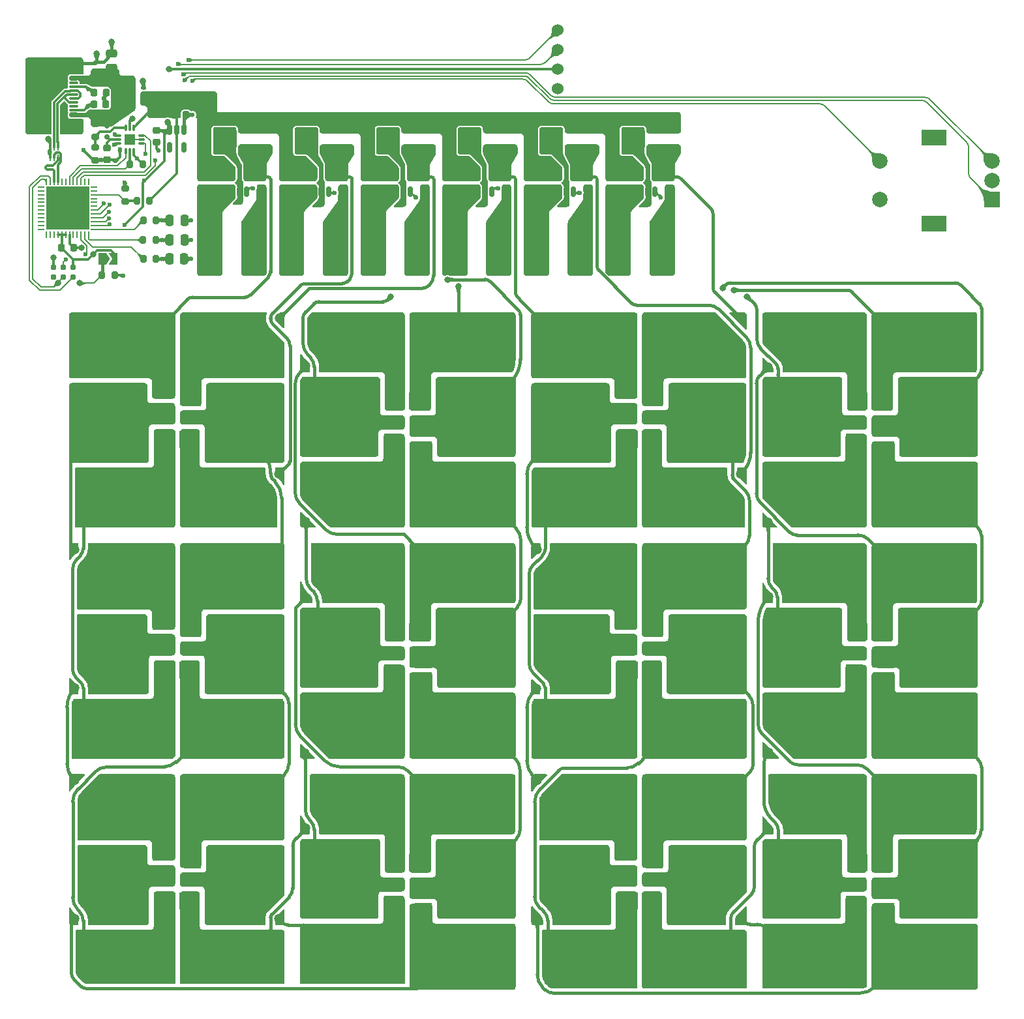
<source format=gtl>
G04 #@! TF.GenerationSoftware,KiCad,Pcbnew,9.0.0*
G04 #@! TF.CreationDate,2025-03-20T12:53:00+01:00*
G04 #@! TF.ProjectId,backlight,6261636b-6c69-4676-9874-2e6b69636164,rev?*
G04 #@! TF.SameCoordinates,Original*
G04 #@! TF.FileFunction,Copper,L1,Top*
G04 #@! TF.FilePolarity,Positive*
%FSLAX46Y46*%
G04 Gerber Fmt 4.6, Leading zero omitted, Abs format (unit mm)*
G04 Created by KiCad (PCBNEW 9.0.0) date 2025-03-20 12:53:00*
%MOMM*%
%LPD*%
G01*
G04 APERTURE LIST*
G04 Aperture macros list*
%AMRoundRect*
0 Rectangle with rounded corners*
0 $1 Rounding radius*
0 $2 $3 $4 $5 $6 $7 $8 $9 X,Y pos of 4 corners*
0 Add a 4 corners polygon primitive as box body*
4,1,4,$2,$3,$4,$5,$6,$7,$8,$9,$2,$3,0*
0 Add four circle primitives for the rounded corners*
1,1,$1+$1,$2,$3*
1,1,$1+$1,$4,$5*
1,1,$1+$1,$6,$7*
1,1,$1+$1,$8,$9*
0 Add four rect primitives between the rounded corners*
20,1,$1+$1,$2,$3,$4,$5,0*
20,1,$1+$1,$4,$5,$6,$7,0*
20,1,$1+$1,$6,$7,$8,$9,0*
20,1,$1+$1,$8,$9,$2,$3,0*%
%AMFreePoly0*
4,1,6,1.000000,0.000000,0.500000,-0.750000,-0.500000,-0.750000,-0.500000,0.750000,0.500000,0.750000,1.000000,0.000000,1.000000,0.000000,$1*%
%AMFreePoly1*
4,1,6,0.500000,-0.750000,-0.650000,-0.750000,-0.150000,0.000000,-0.650000,0.750000,0.500000,0.750000,0.500000,-0.750000,0.500000,-0.750000,$1*%
%AMFreePoly2*
4,1,13,-1.324998,2.199999,0.375002,2.199999,0.375002,-0.250001,-1.324998,-0.250001,-1.324998,-0.780001,-1.724998,-0.780001,-1.724998,-0.250001,-2.024998,-0.250001,-2.024998,2.199999,-1.724998,2.199999,-1.724998,2.729999,-1.324998,2.729999,-1.324998,2.199999,-1.324998,2.199999,$1*%
G04 Aperture macros list end*
G04 #@! TA.AperFunction,SMDPad,CuDef*
%ADD10RoundRect,0.150000X0.150000X-0.512500X0.150000X0.512500X-0.150000X0.512500X-0.150000X-0.512500X0*%
G04 #@! TD*
G04 #@! TA.AperFunction,SMDPad,CuDef*
%ADD11RoundRect,0.200000X0.200000X0.275000X-0.200000X0.275000X-0.200000X-0.275000X0.200000X-0.275000X0*%
G04 #@! TD*
G04 #@! TA.AperFunction,SMDPad,CuDef*
%ADD12RoundRect,0.250000X-0.325000X-1.100000X0.325000X-1.100000X0.325000X1.100000X-0.325000X1.100000X0*%
G04 #@! TD*
G04 #@! TA.AperFunction,SMDPad,CuDef*
%ADD13R,2.500000X2.200000*%
G04 #@! TD*
G04 #@! TA.AperFunction,SMDPad,CuDef*
%ADD14R,1.550000X2.200000*%
G04 #@! TD*
G04 #@! TA.AperFunction,SMDPad,CuDef*
%ADD15RoundRect,0.250000X-0.650000X1.000000X-0.650000X-1.000000X0.650000X-1.000000X0.650000X1.000000X0*%
G04 #@! TD*
G04 #@! TA.AperFunction,SMDPad,CuDef*
%ADD16RoundRect,0.250000X-0.250000X-0.475000X0.250000X-0.475000X0.250000X0.475000X-0.250000X0.475000X0*%
G04 #@! TD*
G04 #@! TA.AperFunction,SMDPad,CuDef*
%ADD17R,2.850000X6.600000*%
G04 #@! TD*
G04 #@! TA.AperFunction,SMDPad,CuDef*
%ADD18R,2.200000X1.550000*%
G04 #@! TD*
G04 #@! TA.AperFunction,SMDPad,CuDef*
%ADD19R,2.200000X2.500000*%
G04 #@! TD*
G04 #@! TA.AperFunction,SMDPad,CuDef*
%ADD20RoundRect,0.225000X-0.250000X0.225000X-0.250000X-0.225000X0.250000X-0.225000X0.250000X0.225000X0*%
G04 #@! TD*
G04 #@! TA.AperFunction,SMDPad,CuDef*
%ADD21RoundRect,0.250000X-0.625000X0.312500X-0.625000X-0.312500X0.625000X-0.312500X0.625000X0.312500X0*%
G04 #@! TD*
G04 #@! TA.AperFunction,SMDPad,CuDef*
%ADD22RoundRect,0.200000X-0.275000X0.200000X-0.275000X-0.200000X0.275000X-0.200000X0.275000X0.200000X0*%
G04 #@! TD*
G04 #@! TA.AperFunction,SMDPad,CuDef*
%ADD23RoundRect,0.200000X-0.200000X-0.275000X0.200000X-0.275000X0.200000X0.275000X-0.200000X0.275000X0*%
G04 #@! TD*
G04 #@! TA.AperFunction,SMDPad,CuDef*
%ADD24RoundRect,0.062500X-0.062500X0.350000X-0.062500X-0.350000X0.062500X-0.350000X0.062500X0.350000X0*%
G04 #@! TD*
G04 #@! TA.AperFunction,SMDPad,CuDef*
%ADD25FreePoly0,0.000000*%
G04 #@! TD*
G04 #@! TA.AperFunction,SMDPad,CuDef*
%ADD26FreePoly1,0.000000*%
G04 #@! TD*
G04 #@! TA.AperFunction,SMDPad,CuDef*
%ADD27RoundRect,0.150000X-0.200000X0.150000X-0.200000X-0.150000X0.200000X-0.150000X0.200000X0.150000X0*%
G04 #@! TD*
G04 #@! TA.AperFunction,SMDPad,CuDef*
%ADD28RoundRect,0.225000X-0.225000X-0.250000X0.225000X-0.250000X0.225000X0.250000X-0.225000X0.250000X0*%
G04 #@! TD*
G04 #@! TA.AperFunction,SMDPad,CuDef*
%ADD29R,0.750000X0.400000*%
G04 #@! TD*
G04 #@! TA.AperFunction,SMDPad,CuDef*
%ADD30FreePoly2,180.000000*%
G04 #@! TD*
G04 #@! TA.AperFunction,SMDPad,CuDef*
%ADD31R,0.127000X0.127000*%
G04 #@! TD*
G04 #@! TA.AperFunction,SMDPad,CuDef*
%ADD32RoundRect,0.225000X0.225000X0.250000X-0.225000X0.250000X-0.225000X-0.250000X0.225000X-0.250000X0*%
G04 #@! TD*
G04 #@! TA.AperFunction,SMDPad,CuDef*
%ADD33RoundRect,0.068750X0.368750X0.068750X-0.368750X0.068750X-0.368750X-0.068750X0.368750X-0.068750X0*%
G04 #@! TD*
G04 #@! TA.AperFunction,SMDPad,CuDef*
%ADD34RoundRect,0.068750X0.068750X0.368750X-0.068750X0.368750X-0.068750X-0.368750X0.068750X-0.368750X0*%
G04 #@! TD*
G04 #@! TA.AperFunction,HeatsinkPad*
%ADD35R,1.450000X1.450000*%
G04 #@! TD*
G04 #@! TA.AperFunction,ConnectorPad*
%ADD36C,0.787400*%
G04 #@! TD*
G04 #@! TA.AperFunction,SMDPad,CuDef*
%ADD37RoundRect,0.062500X0.062500X-0.375000X0.062500X0.375000X-0.062500X0.375000X-0.062500X-0.375000X0*%
G04 #@! TD*
G04 #@! TA.AperFunction,SMDPad,CuDef*
%ADD38RoundRect,0.062500X0.375000X-0.062500X0.375000X0.062500X-0.375000X0.062500X-0.375000X-0.062500X0*%
G04 #@! TD*
G04 #@! TA.AperFunction,HeatsinkPad*
%ADD39R,5.600000X5.600000*%
G04 #@! TD*
G04 #@! TA.AperFunction,SMDPad,CuDef*
%ADD40RoundRect,0.250000X-0.475000X0.250000X-0.475000X-0.250000X0.475000X-0.250000X0.475000X0.250000X0*%
G04 #@! TD*
G04 #@! TA.AperFunction,ComponentPad*
%ADD41C,1.524000*%
G04 #@! TD*
G04 #@! TA.AperFunction,SMDPad,CuDef*
%ADD42RoundRect,0.087500X0.312500X-0.087500X0.312500X0.087500X-0.312500X0.087500X-0.312500X-0.087500X0*%
G04 #@! TD*
G04 #@! TA.AperFunction,SMDPad,CuDef*
%ADD43RoundRect,0.200000X0.275000X-0.200000X0.275000X0.200000X-0.275000X0.200000X-0.275000X-0.200000X0*%
G04 #@! TD*
G04 #@! TA.AperFunction,SMDPad,CuDef*
%ADD44RoundRect,0.150000X-0.150000X0.512500X-0.150000X-0.512500X0.150000X-0.512500X0.150000X0.512500X0*%
G04 #@! TD*
G04 #@! TA.AperFunction,ComponentPad*
%ADD45R,2.000000X2.000000*%
G04 #@! TD*
G04 #@! TA.AperFunction,ComponentPad*
%ADD46C,2.000000*%
G04 #@! TD*
G04 #@! TA.AperFunction,ComponentPad*
%ADD47R,3.200000X2.000000*%
G04 #@! TD*
G04 #@! TA.AperFunction,SMDPad,CuDef*
%ADD48RoundRect,0.150000X-0.425000X0.150000X-0.425000X-0.150000X0.425000X-0.150000X0.425000X0.150000X0*%
G04 #@! TD*
G04 #@! TA.AperFunction,SMDPad,CuDef*
%ADD49RoundRect,0.075000X-0.500000X0.075000X-0.500000X-0.075000X0.500000X-0.075000X0.500000X0.075000X0*%
G04 #@! TD*
G04 #@! TA.AperFunction,HeatsinkPad*
%ADD50O,1.800000X1.200000*%
G04 #@! TD*
G04 #@! TA.AperFunction,HeatsinkPad*
%ADD51O,2.200000X1.200000*%
G04 #@! TD*
G04 #@! TA.AperFunction,ViaPad*
%ADD52C,0.600000*%
G04 #@! TD*
G04 #@! TA.AperFunction,ViaPad*
%ADD53C,0.800000*%
G04 #@! TD*
G04 #@! TA.AperFunction,ViaPad*
%ADD54C,1.200000*%
G04 #@! TD*
G04 #@! TA.AperFunction,Conductor*
%ADD55C,0.300000*%
G04 #@! TD*
G04 #@! TA.AperFunction,Conductor*
%ADD56C,0.400000*%
G04 #@! TD*
G04 #@! TA.AperFunction,Conductor*
%ADD57C,0.200000*%
G04 #@! TD*
G04 APERTURE END LIST*
D10*
X98900000Y-45587500D03*
X99850000Y-45587500D03*
X100800000Y-45587500D03*
X100800000Y-43312500D03*
X98900000Y-43312500D03*
D11*
X66075000Y-42050000D03*
X64425000Y-42050000D03*
D12*
X95324999Y-38850000D03*
X98275001Y-38850000D03*
D13*
X101950002Y-102750000D03*
D14*
X99375002Y-102750000D03*
D12*
X127124999Y-38850000D03*
X130075001Y-38850000D03*
D15*
X117250000Y-42495000D03*
X117250000Y-46495000D03*
D16*
X69574000Y-49310000D03*
X71473998Y-49310000D03*
D17*
X133475000Y-53050000D03*
X127825000Y-53050000D03*
D18*
X158500000Y-105725000D03*
D19*
X158500000Y-108300000D03*
D15*
X127850000Y-42495000D03*
X127850000Y-46495000D03*
D20*
X67887000Y-37646000D03*
X67887000Y-39196000D03*
D21*
X100739998Y-37387500D03*
X100739998Y-40312500D03*
D20*
X123850000Y-43675000D03*
X123850000Y-45225000D03*
D13*
X72150000Y-137750000D03*
D14*
X69575000Y-137750000D03*
D21*
X90150000Y-37387500D03*
X90150000Y-40312500D03*
D19*
X128500000Y-134300000D03*
D18*
X128500000Y-131725000D03*
D15*
X74850000Y-42495000D03*
X74850000Y-46495000D03*
D20*
X102650000Y-43675000D03*
X102650000Y-45225000D03*
D22*
X59885000Y-39870000D03*
X59885000Y-41520000D03*
D20*
X81450000Y-43675000D03*
X81450000Y-45225000D03*
D18*
X132500000Y-134775000D03*
D19*
X132500000Y-132200000D03*
D13*
X132150000Y-107750000D03*
D14*
X129575000Y-107750000D03*
D11*
X67790000Y-54337000D03*
X66140000Y-54337000D03*
D20*
X61448000Y-39934500D03*
X61448000Y-41484500D03*
D13*
X161950000Y-102750000D03*
D14*
X159375000Y-102750000D03*
D12*
X116524999Y-38850000D03*
X119475001Y-38850000D03*
D21*
X79550000Y-37287500D03*
X79550000Y-40212500D03*
D23*
X60790000Y-56478000D03*
X62440000Y-56478000D03*
D24*
X55049999Y-39812500D03*
X54550000Y-39812500D03*
X54050001Y-39812500D03*
X54050001Y-41187500D03*
X54550000Y-41187500D03*
X55049999Y-41187500D03*
D12*
X74124999Y-38850000D03*
X77075001Y-38850000D03*
D25*
X60853000Y-54351000D03*
D26*
X62303000Y-54351000D03*
D11*
X67772000Y-51881000D03*
X66122000Y-51881000D03*
D19*
X68500000Y-74300000D03*
D18*
X68500000Y-71725000D03*
D13*
X161950000Y-72750000D03*
D14*
X159375000Y-72750000D03*
D15*
X96050000Y-42495000D03*
X96050000Y-46495000D03*
X85450000Y-42495000D03*
X85450000Y-46495000D03*
D18*
X158500000Y-75725000D03*
D19*
X158500000Y-78300000D03*
D27*
X61398000Y-38459500D03*
X61398000Y-37059500D03*
D17*
X122875000Y-53050000D03*
X117225000Y-53050000D03*
D13*
X129050000Y-77750000D03*
D14*
X131625000Y-77750000D03*
D21*
X81850000Y-37287500D03*
X81850000Y-40212500D03*
X121950000Y-37387500D03*
X121950000Y-40312500D03*
D28*
X59764000Y-32709000D03*
X61314000Y-32709000D03*
D29*
X66160998Y-34085999D03*
X66160998Y-33436001D03*
X66160998Y-32785999D03*
X66160998Y-32136001D03*
D30*
X63111002Y-32136001D03*
D31*
X63111002Y-32785999D03*
X63111002Y-33436001D03*
X63111002Y-34085999D03*
D13*
X101950001Y-72749999D03*
D14*
X99375001Y-72749999D03*
D32*
X71699000Y-35612000D03*
X70149000Y-35612000D03*
D21*
X134850000Y-37387500D03*
X134850000Y-40312500D03*
D11*
X67790000Y-49317000D03*
X66140000Y-49317000D03*
D10*
X130700000Y-45587500D03*
X131650000Y-45587500D03*
X132600000Y-45587500D03*
X132600000Y-43312500D03*
X130700000Y-43312500D03*
D21*
X132539998Y-37387500D03*
X132539998Y-40312500D03*
X92450002Y-37387500D03*
X92450002Y-40312500D03*
D28*
X59758000Y-34255000D03*
X61308000Y-34255000D03*
D19*
X102499999Y-76199999D03*
D18*
X102499999Y-78774999D03*
D20*
X113250000Y-43675000D03*
X113250000Y-45225000D03*
D18*
X132500000Y-74775000D03*
D19*
X132500000Y-72200000D03*
X128500000Y-74300000D03*
D18*
X128500000Y-71725000D03*
D33*
X65922500Y-39335000D03*
X65922500Y-38835000D03*
X65922500Y-38335000D03*
D34*
X64885000Y-37297500D03*
X64385000Y-37297500D03*
X63885000Y-37297500D03*
D33*
X62847500Y-38335000D03*
X62847500Y-38835000D03*
X62847500Y-39335000D03*
D34*
X63885000Y-40372500D03*
X64385000Y-40372500D03*
X64885000Y-40372500D03*
D35*
X64385000Y-38835000D03*
D19*
X128500000Y-104300000D03*
D18*
X128500000Y-101725000D03*
X72500000Y-104775000D03*
D19*
X72500000Y-102200000D03*
D28*
X55550000Y-52925000D03*
X57100000Y-52925000D03*
D18*
X158500002Y-135725000D03*
D19*
X158500002Y-138300000D03*
D16*
X69562001Y-54324000D03*
X71461999Y-54324000D03*
D18*
X72500000Y-74775000D03*
D19*
X72500000Y-72200000D03*
D20*
X92050000Y-43675000D03*
X92050000Y-45225000D03*
D36*
X57051000Y-55439000D03*
X57051000Y-56709000D03*
X55781000Y-55439000D03*
X55781000Y-56709000D03*
X54511000Y-55439000D03*
X54511000Y-56709000D03*
D18*
X98500002Y-135725000D03*
D19*
X98500002Y-138300000D03*
D13*
X69050000Y-77750000D03*
D14*
X71625000Y-77750000D03*
D21*
X113650000Y-37287500D03*
X113650000Y-40212500D03*
D17*
X112275000Y-53050000D03*
X106625000Y-53050000D03*
D13*
X72150000Y-107750000D03*
D14*
X69575000Y-107750000D03*
D37*
X53575000Y-51187500D03*
X54075000Y-51187500D03*
X54575001Y-51187500D03*
X55075000Y-51187500D03*
X55574999Y-51187500D03*
X56075000Y-51187500D03*
X56575000Y-51187500D03*
X57075001Y-51187500D03*
X57575000Y-51187500D03*
X58074999Y-51187500D03*
X58575000Y-51187500D03*
X59075000Y-51187500D03*
D38*
X59762500Y-50500000D03*
X59762500Y-50000000D03*
X59762500Y-49499999D03*
X59762500Y-49000000D03*
X59762500Y-48500001D03*
X59762500Y-48000000D03*
X59762500Y-47500000D03*
X59762500Y-46999999D03*
X59762500Y-46500000D03*
X59762500Y-46000001D03*
X59762500Y-45500000D03*
X59762500Y-45000000D03*
D37*
X59075000Y-44312500D03*
X58575000Y-44312500D03*
X58074999Y-44312500D03*
X57575000Y-44312500D03*
X57075001Y-44312500D03*
X56575000Y-44312500D03*
X56075000Y-44312500D03*
X55574999Y-44312500D03*
X55075000Y-44312500D03*
X54575001Y-44312500D03*
X54075000Y-44312500D03*
X53575000Y-44312500D03*
D38*
X52887500Y-45000000D03*
X52887500Y-45500000D03*
X52887500Y-46000001D03*
X52887500Y-46500000D03*
X52887500Y-46999999D03*
X52887500Y-47500000D03*
X52887500Y-48000000D03*
X52887500Y-48500001D03*
X52887500Y-49000000D03*
X52887500Y-49499999D03*
X52887500Y-50000000D03*
X52887500Y-50500000D03*
D39*
X56325000Y-47750000D03*
D15*
X106650000Y-42495000D03*
X106650000Y-46495000D03*
D17*
X80475000Y-53050000D03*
X74825000Y-53050000D03*
D10*
X77700000Y-45587500D03*
X78650000Y-45587500D03*
X79600000Y-45587500D03*
X79600000Y-43312500D03*
X77700000Y-43312500D03*
D13*
X132150000Y-137750000D03*
D14*
X129575000Y-137750000D03*
D12*
X84724999Y-38850000D03*
X87675001Y-38850000D03*
D40*
X62050000Y-27650001D03*
X62050000Y-29549999D03*
D17*
X101675000Y-53050000D03*
X96025000Y-53050000D03*
D10*
X120100000Y-45587500D03*
X121050000Y-45587500D03*
X122000000Y-45587500D03*
X122000000Y-43312500D03*
X120100000Y-43312500D03*
X109500000Y-45587500D03*
X110450000Y-45587500D03*
X111400000Y-45587500D03*
X111400000Y-43312500D03*
X109500000Y-43312500D03*
D18*
X98500002Y-105725000D03*
D19*
X98500002Y-108300000D03*
X102500000Y-136200000D03*
D18*
X102500000Y-138775000D03*
D41*
X119950000Y-32270000D03*
X119950000Y-29730000D03*
X119950000Y-27190000D03*
X119950000Y-24650000D03*
D18*
X132500000Y-104775000D03*
D19*
X132500000Y-102200000D03*
D11*
X66981000Y-46795000D03*
X65331000Y-46795000D03*
D19*
X162500000Y-106200000D03*
D18*
X162500000Y-108775000D03*
D22*
X59885000Y-36820000D03*
X59885000Y-38470000D03*
D16*
X69574000Y-51881000D03*
X71473998Y-51881000D03*
D42*
X60100000Y-29775000D03*
X60100000Y-28725000D03*
D10*
X88300000Y-45587500D03*
X89250000Y-45587500D03*
X90200000Y-45587500D03*
X90200000Y-43312500D03*
X88300000Y-43312500D03*
D43*
X63800000Y-46850000D03*
X63800000Y-45200000D03*
D44*
X71450000Y-37550000D03*
X70500000Y-37550000D03*
X69550000Y-37550000D03*
X69550000Y-39825000D03*
X71450000Y-39825000D03*
D13*
X101950002Y-132750000D03*
D14*
X99375002Y-132750000D03*
D21*
X103050000Y-37387500D03*
X103050000Y-40312500D03*
D13*
X161950001Y-132750000D03*
D14*
X159375001Y-132750000D03*
D21*
X111350000Y-37287500D03*
X111350000Y-40212500D03*
D45*
X176300000Y-46650000D03*
D46*
X176300000Y-41650000D03*
X176300000Y-44150000D03*
D47*
X168800000Y-49750000D03*
X168800000Y-38550000D03*
D46*
X161800000Y-41650000D03*
X161800000Y-46650000D03*
D19*
X162500000Y-136200000D03*
D18*
X162500000Y-138775000D03*
D12*
X105924999Y-38850000D03*
X108875001Y-38850000D03*
D21*
X124250002Y-37387500D03*
X124250002Y-40312500D03*
D19*
X68500000Y-104300000D03*
D18*
X68500000Y-101725000D03*
D20*
X134450000Y-43675000D03*
X134450000Y-45225000D03*
D19*
X102500000Y-106200000D03*
D18*
X102500000Y-108775000D03*
X98500001Y-75724999D03*
D19*
X98500001Y-78299999D03*
D48*
X57125000Y-30050000D03*
X57125000Y-30850000D03*
D49*
X57125000Y-32000000D03*
X57125000Y-33000000D03*
X57125000Y-33500000D03*
X57125000Y-34500000D03*
D48*
X57125000Y-35650000D03*
X57125000Y-36450000D03*
X57125000Y-36450000D03*
X57125000Y-35650000D03*
D49*
X57125000Y-35000000D03*
X57125000Y-34000000D03*
X57125000Y-32500000D03*
X57125000Y-31500000D03*
D48*
X57125000Y-30850000D03*
X57125000Y-30050000D03*
D50*
X56550000Y-28930000D03*
D51*
X52550000Y-28930000D03*
D50*
X56550000Y-37570000D03*
D51*
X52550000Y-37570000D03*
D18*
X72500000Y-134775000D03*
D19*
X72500000Y-132200000D03*
X162500000Y-76200000D03*
D18*
X162500000Y-78775000D03*
D19*
X68500000Y-134300000D03*
D18*
X68500000Y-131725000D03*
D17*
X91075000Y-53050000D03*
X85425000Y-53050000D03*
D52*
X89244000Y-47219000D03*
X55200000Y-31650000D03*
X75800000Y-37850000D03*
X54012170Y-40463589D03*
X89250000Y-44400000D03*
X54000000Y-31650000D03*
X61000000Y-33493000D03*
X54250000Y-45600000D03*
X97000000Y-38850000D03*
X107600000Y-39850000D03*
X88350000Y-40900000D03*
X128800000Y-39850000D03*
X98950000Y-40950000D03*
X72402000Y-51872000D03*
X131650000Y-44450000D03*
X55650000Y-49925000D03*
X107600000Y-37850000D03*
X121050000Y-44400000D03*
X110450000Y-44450000D03*
X64000000Y-38450000D03*
X54325000Y-47025000D03*
D53*
X58100000Y-52925000D03*
D52*
X121050000Y-47200000D03*
X54300000Y-49925000D03*
X63100000Y-40131000D03*
X77750000Y-40950000D03*
X128800000Y-37850000D03*
X58550000Y-48525000D03*
X78650000Y-44450000D03*
D53*
X54500000Y-54150000D03*
D52*
X75800000Y-39850000D03*
X86400000Y-38800000D03*
X109550000Y-40950000D03*
X97000000Y-39850000D03*
X58550000Y-47000000D03*
X64000000Y-39250000D03*
X72395000Y-54307000D03*
D53*
X62050000Y-26150000D03*
D52*
X97000000Y-37850000D03*
X64800000Y-38450000D03*
X55800000Y-35400000D03*
X78650000Y-46975000D03*
X118200000Y-38800000D03*
X120150000Y-40900000D03*
X118200000Y-37800000D03*
X57275000Y-47000000D03*
X62577000Y-41647000D03*
X63595000Y-56492000D03*
X55300000Y-29450000D03*
X110450000Y-47200000D03*
X58366000Y-40199000D03*
X60652000Y-41484500D03*
X58525000Y-49900000D03*
X130750000Y-40950000D03*
X54325000Y-48550000D03*
X86400000Y-37800000D03*
X53700000Y-36650000D03*
X64800000Y-39250000D03*
D53*
X53840000Y-38750000D03*
D52*
X68142000Y-40274000D03*
X99850000Y-44450000D03*
X55600000Y-45600000D03*
X63765000Y-44387500D03*
X72563000Y-35636000D03*
X131650000Y-47250000D03*
X54000000Y-29450000D03*
X72397000Y-49303000D03*
X128800000Y-38850000D03*
X86400000Y-39800000D03*
X55675000Y-48550000D03*
X57200000Y-45575000D03*
X57275000Y-48525000D03*
D53*
X60100000Y-27700000D03*
D52*
X53700000Y-35400000D03*
X99846000Y-47210000D03*
X75800000Y-38850000D03*
X55850000Y-36550000D03*
X55675000Y-47025000D03*
X58475000Y-45575000D03*
X107600000Y-38850000D03*
X118200000Y-39800000D03*
X57250000Y-49900000D03*
X133349293Y-46336793D03*
X68650000Y-54337000D03*
X101550000Y-46350000D03*
X122800000Y-45750000D03*
X68629000Y-51881000D03*
X91000000Y-45750000D03*
X80400000Y-45150000D03*
X68641000Y-49317000D03*
X112200000Y-45150000D03*
X62390893Y-39485000D03*
X58982000Y-34502000D03*
X62440959Y-38165959D03*
X59038217Y-32280865D03*
D54*
X69500000Y-69250000D03*
X61500000Y-69250000D03*
X65500000Y-65250000D03*
X67500000Y-63250000D03*
X69500000Y-65250000D03*
X69500000Y-67250000D03*
X65500000Y-69250000D03*
X67500000Y-69250000D03*
X61500000Y-65250000D03*
X63500000Y-67250000D03*
X67500000Y-67250000D03*
X105500001Y-74750000D03*
X105500000Y-76750000D03*
X109500000Y-76750000D03*
X107500000Y-78750000D03*
X107500000Y-74750000D03*
X105500000Y-72750000D03*
D53*
X81450000Y-48050000D03*
D54*
X105500000Y-70750001D03*
D53*
X105600000Y-57050000D03*
D54*
X109500000Y-72750001D03*
X113700000Y-70450000D03*
X107500000Y-70750000D03*
X105500001Y-78750000D03*
X79500000Y-82250000D03*
X77500000Y-84250000D03*
X75500000Y-86250000D03*
X71500000Y-86250000D03*
X73500000Y-84250000D03*
X71500000Y-82250000D03*
X73500000Y-82250000D03*
X71500000Y-84250000D03*
X83700000Y-82250000D03*
X71500000Y-80750000D03*
X75500000Y-82250000D03*
X103500001Y-68249999D03*
X101500001Y-66249999D03*
D53*
X92050000Y-48050000D03*
X107050000Y-57850000D03*
D54*
X101500001Y-70249999D03*
X101500000Y-64249999D03*
X105500000Y-68249999D03*
X101499999Y-68249999D03*
X103500000Y-66249999D03*
X107500000Y-66249999D03*
X109500000Y-68249999D03*
X105500000Y-64249999D03*
X169500000Y-76750000D03*
X165499999Y-70750000D03*
X167500000Y-78750000D03*
X169500000Y-72750000D03*
X165500000Y-78750000D03*
X167500000Y-70750000D03*
D53*
X141359314Y-58099000D03*
D54*
X167500000Y-74750000D03*
X173700000Y-70450000D03*
X165500000Y-74750001D03*
X165500000Y-72750000D03*
D53*
X113250000Y-48050000D03*
D54*
X165500000Y-76750000D03*
X129500000Y-67250000D03*
X129500000Y-65250000D03*
X125500000Y-69250000D03*
X127500000Y-69250000D03*
X121500000Y-69250000D03*
X127500000Y-63250000D03*
X121500000Y-65250000D03*
X127500000Y-67250000D03*
X125500000Y-65250000D03*
X129500000Y-69250000D03*
X123500000Y-67250000D03*
X169500000Y-68250001D03*
X167499999Y-66250000D03*
X165499999Y-68250000D03*
X161500000Y-66250000D03*
D53*
X123850000Y-48050000D03*
X142800000Y-58400000D03*
D54*
X165499999Y-64250000D03*
X163500000Y-66250000D03*
X161500000Y-69750000D03*
X163500000Y-68250000D03*
X161500000Y-64250000D03*
X161500000Y-68250000D03*
X131500000Y-84250000D03*
X131500000Y-80750000D03*
X131500000Y-88650000D03*
X143650000Y-82300000D03*
X131500000Y-86250000D03*
X135500000Y-82250000D03*
X133500000Y-84250000D03*
X131500000Y-82250000D03*
X137500000Y-84250000D03*
X133500000Y-82250000D03*
X135500000Y-86250000D03*
X139500000Y-82250000D03*
X95499999Y-74750000D03*
X95500000Y-72750001D03*
X95500000Y-70750001D03*
X95500000Y-76750000D03*
X91500000Y-76750000D03*
X93500000Y-74750000D03*
X93500000Y-78750000D03*
D53*
X98300000Y-59250000D03*
D54*
X93500000Y-70750000D03*
X91500000Y-72750000D03*
D53*
X101500000Y-56100000D03*
D54*
X95499999Y-78750000D03*
X73500000Y-67250000D03*
X71500000Y-69250000D03*
X73500000Y-63250000D03*
X71500000Y-65250000D03*
X73500000Y-69250000D03*
X77500000Y-67250000D03*
X71500000Y-67250000D03*
X79500000Y-65250000D03*
X75500000Y-65250000D03*
X79500000Y-69250000D03*
X83800000Y-62050000D03*
X75500000Y-69250000D03*
X155500000Y-72750000D03*
X153500000Y-78750000D03*
X155500000Y-74750001D03*
X155500001Y-70750000D03*
X151500000Y-76750000D03*
X151500000Y-72750000D03*
D53*
X144500000Y-59200000D03*
D54*
X155500000Y-78750000D03*
X153500000Y-74750000D03*
D53*
X133500000Y-55850000D03*
D54*
X155500000Y-76750000D03*
X153500000Y-70750000D03*
X139500000Y-65250000D03*
X131500000Y-67250000D03*
X131500000Y-69250000D03*
X143700000Y-62050000D03*
X131500000Y-65250000D03*
X133500000Y-67250000D03*
X139500000Y-69250000D03*
X137500000Y-67250000D03*
X133500000Y-69250000D03*
X135500000Y-65250000D03*
X135500000Y-69250000D03*
X133500000Y-63250000D03*
X61500000Y-77750000D03*
X57300000Y-92050000D03*
X69500000Y-95250000D03*
X67500000Y-97250000D03*
X65500000Y-79750000D03*
X67500000Y-93250000D03*
X65500000Y-99250000D03*
X61500000Y-73750000D03*
X67500000Y-99250000D03*
X65500000Y-95250000D03*
X65500000Y-73750000D03*
X65500000Y-77750000D03*
X69500000Y-97250000D03*
X63500000Y-97250000D03*
X63500000Y-79750000D03*
X61500000Y-99250000D03*
X61500000Y-95250000D03*
X65500000Y-75750000D03*
X63500000Y-71750000D03*
X69500000Y-99250000D03*
X63500000Y-75750000D03*
X65500000Y-71750000D03*
D53*
X57850000Y-57500000D03*
X55125173Y-57490176D03*
X64724500Y-36099500D03*
X66100000Y-31250000D03*
D54*
X69500000Y-82250000D03*
X69500000Y-110750000D03*
X69500000Y-84250000D03*
X67500000Y-84250000D03*
X69500000Y-80750000D03*
X69500000Y-116250000D03*
X65500000Y-116250000D03*
X67500000Y-82250000D03*
X67500000Y-114250000D03*
X67500000Y-112250000D03*
X65500000Y-112250000D03*
X69500000Y-112250000D03*
X69500000Y-114250000D03*
X61500000Y-112250000D03*
X61500000Y-82250000D03*
X63500000Y-114250000D03*
X65500000Y-86250000D03*
X63500000Y-84250000D03*
X69500000Y-86250000D03*
X65500000Y-82250000D03*
X75500000Y-75750000D03*
X79500000Y-73750000D03*
X75500000Y-73750000D03*
X77500000Y-71750000D03*
X75500000Y-79750000D03*
X71500000Y-95250000D03*
X79500000Y-99250000D03*
X73500000Y-97250000D03*
X77500000Y-97250000D03*
X71500000Y-99250000D03*
X77500000Y-75750000D03*
X75500000Y-77750000D03*
X77500000Y-79750000D03*
X71500000Y-97250000D03*
X75500000Y-95250000D03*
X79500000Y-95250000D03*
X73500000Y-99250000D03*
X75500000Y-99250000D03*
X73500000Y-93250000D03*
X75500000Y-71750000D03*
X79500000Y-77750000D03*
D52*
X66275000Y-44200000D03*
D53*
X69442592Y-29656390D03*
D52*
X65312500Y-41287500D03*
X63750000Y-49900000D03*
D53*
X59697500Y-53697500D03*
X69300000Y-36575000D03*
D54*
X73500000Y-114250000D03*
X75500000Y-112250000D03*
X71500000Y-114250000D03*
X75500000Y-116250000D03*
X63500000Y-144250000D03*
X79500000Y-112250000D03*
X65500000Y-142250000D03*
X73500000Y-112250000D03*
X69500000Y-146250000D03*
X83700000Y-117850000D03*
X69500000Y-144250000D03*
X69500000Y-142250000D03*
X69500000Y-140750000D03*
X71500000Y-112250000D03*
X67500000Y-144250000D03*
X71500000Y-110750000D03*
X65500000Y-146250000D03*
X77500000Y-114250000D03*
X61500000Y-142250000D03*
X67500000Y-142250000D03*
X71500000Y-116250000D03*
X65500000Y-107750000D03*
X69500000Y-127250000D03*
X63500000Y-109750000D03*
X67500000Y-127250000D03*
X67500000Y-123250000D03*
X63500000Y-127250000D03*
X65500000Y-129250000D03*
X65500000Y-109750000D03*
X61500000Y-107750000D03*
X57300000Y-110050000D03*
X63500000Y-105750000D03*
X63500000Y-101750000D03*
X69500000Y-125250000D03*
X65500000Y-101750000D03*
X61500000Y-129250000D03*
X65500000Y-125250000D03*
X57300000Y-122050000D03*
X61500000Y-103750000D03*
X67500000Y-129250000D03*
X65500000Y-105750000D03*
X61500000Y-125250000D03*
X65500000Y-103750000D03*
X69500000Y-129250000D03*
X75500000Y-103750000D03*
X77500000Y-127250000D03*
X75500000Y-129250000D03*
X75500000Y-101750000D03*
X73500000Y-127250000D03*
X83700000Y-110050000D03*
X77500000Y-105750000D03*
X79500000Y-107750000D03*
X73500000Y-129250000D03*
X79500000Y-129250000D03*
X79500000Y-103750000D03*
X71500000Y-127250000D03*
X71500000Y-129250000D03*
X75500000Y-125250000D03*
X77500000Y-109750000D03*
X71500000Y-125250000D03*
X79500000Y-125250000D03*
X73500000Y-123250000D03*
X75500000Y-109750000D03*
X75500000Y-105750000D03*
X75500000Y-107750000D03*
X77500000Y-101750000D03*
X93500001Y-126250000D03*
X99500000Y-126250000D03*
X71500000Y-142250000D03*
X97500000Y-128250000D03*
X77500000Y-144250000D03*
X87300000Y-128250000D03*
X73500000Y-144250000D03*
X99500000Y-130250000D03*
X73500000Y-142250000D03*
X71500000Y-146250000D03*
X91500001Y-128250000D03*
X99500001Y-124250001D03*
X75500000Y-146250000D03*
X95500001Y-128250000D03*
X99500002Y-128250000D03*
X97500001Y-126250000D03*
X71500000Y-140750000D03*
X79500000Y-142250000D03*
X95500001Y-124250001D03*
X71500000Y-144250000D03*
X75500000Y-142250000D03*
X95500001Y-145250001D03*
X83700000Y-140050000D03*
X75500000Y-135750000D03*
X99500001Y-143250001D03*
X99500001Y-141250001D03*
X75500000Y-131750000D03*
X95500001Y-141250001D03*
X75500000Y-139750000D03*
X77500000Y-135750000D03*
X79500000Y-133750000D03*
X97500001Y-147250001D03*
X91500001Y-141250001D03*
X97500001Y-143250001D03*
X93500001Y-143250001D03*
X77500000Y-139750000D03*
X91500001Y-145250001D03*
X79500000Y-137750000D03*
X99500001Y-145250001D03*
X77500000Y-131750000D03*
X75500000Y-133750000D03*
X97500000Y-141250000D03*
X75500000Y-137750000D03*
X63500000Y-135750000D03*
X109500001Y-141250000D03*
X63500000Y-139750000D03*
X107500001Y-143250001D03*
X65500000Y-139750000D03*
X103500002Y-141250000D03*
X101500001Y-141250001D03*
X109500001Y-145250001D03*
X101500001Y-145250001D03*
X61500000Y-133750000D03*
X65500000Y-135750000D03*
X61500000Y-137750000D03*
X65500000Y-133750000D03*
X105500001Y-145250001D03*
X65500000Y-131750000D03*
X103500001Y-147250001D03*
X65500000Y-137750000D03*
X57300000Y-140050000D03*
X103500001Y-143250001D03*
X63500000Y-131750000D03*
X101500001Y-143250001D03*
X105500001Y-141250001D03*
D52*
X72050000Y-28500000D03*
X61786461Y-47271570D03*
X70657804Y-29007806D03*
X61000000Y-47125000D03*
D54*
X95500001Y-102750002D03*
X93500001Y-108750001D03*
X95500000Y-81250000D03*
X97500000Y-83250000D03*
X95500001Y-106750001D03*
X97500000Y-87250000D03*
X93500001Y-100750001D03*
X91500001Y-106750001D03*
X99500000Y-81250000D03*
X91500000Y-85250000D03*
X99500000Y-83250000D03*
X93500001Y-104750001D03*
X97499999Y-81249999D03*
X91500001Y-102750001D03*
X93500000Y-83250000D03*
X99500000Y-85250000D03*
X95500000Y-108750001D03*
X91500000Y-81250000D03*
X95500000Y-104750001D03*
X95500000Y-85250000D03*
X95500001Y-100750002D03*
X87300000Y-88450000D03*
X103500001Y-81249999D03*
X107500001Y-104750001D03*
X101500000Y-85250000D03*
X105500000Y-81250000D03*
X109500000Y-85250000D03*
X105500002Y-108750001D03*
X103500000Y-83250000D03*
X105500001Y-106750001D03*
X107500000Y-83250000D03*
X109500001Y-106750001D03*
X101500000Y-81250000D03*
X101500000Y-83250000D03*
X105500002Y-104750001D03*
X105500001Y-102750001D03*
X105500000Y-85250000D03*
X107500001Y-100750001D03*
X107500001Y-108750001D03*
X105500001Y-100750002D03*
X103500000Y-87250000D03*
X109500000Y-81249999D03*
X109500001Y-102750002D03*
X99500001Y-68249999D03*
X99499999Y-66249999D03*
X93500000Y-66249999D03*
X87300000Y-68250000D03*
X101500000Y-98250000D03*
X99500000Y-64250000D03*
X95500000Y-68249999D03*
X101500002Y-96250000D03*
X103500001Y-96250000D03*
X101500001Y-94250000D03*
X97500000Y-66249999D03*
X103500002Y-98250000D03*
X91500000Y-68249999D03*
X105500001Y-94250000D03*
X109500001Y-98250000D03*
X95500000Y-64250000D03*
X101500002Y-100250000D03*
X105500001Y-98250000D03*
X97499999Y-68249999D03*
X107500001Y-96250000D03*
X99499999Y-70249999D03*
X101500001Y-113250001D03*
X105500001Y-115250001D03*
X103500001Y-113250001D03*
X105500001Y-132750001D03*
X107500001Y-134750001D03*
X109500001Y-136750001D03*
X101500001Y-115250001D03*
X105500002Y-138750001D03*
X105500002Y-134750001D03*
X101500001Y-111250001D03*
X109500001Y-132750002D03*
X105500001Y-130750002D03*
X105500001Y-136750001D03*
X107500001Y-138750001D03*
X109500001Y-115250001D03*
X107500001Y-130750001D03*
X107500001Y-113250001D03*
X103500001Y-117250001D03*
X109500001Y-111250000D03*
X105500001Y-111250001D03*
X103500002Y-111250000D03*
X109500001Y-128250000D03*
X97500000Y-98250000D03*
X103500001Y-126250000D03*
X99500000Y-100250000D03*
X87300000Y-98250000D03*
X105500001Y-128250000D03*
X101500000Y-128250000D03*
X107500001Y-126250000D03*
X99500002Y-98250000D03*
X99500000Y-96250000D03*
X99500001Y-94250001D03*
X97500001Y-96250000D03*
X101500002Y-130250000D03*
X95500001Y-94250001D03*
X91500001Y-98250000D03*
X93500001Y-96250000D03*
X105500001Y-124250000D03*
X95500001Y-98250000D03*
X103500002Y-128250000D03*
X101500001Y-124250000D03*
X101500002Y-126250000D03*
X91500001Y-132750001D03*
X93500001Y-138750001D03*
X95500001Y-111250001D03*
X97500000Y-111250000D03*
X95500001Y-136750001D03*
X99500001Y-111250001D03*
X97500001Y-117250001D03*
X91500001Y-115250001D03*
X95500001Y-115250001D03*
X93500001Y-134750001D03*
X91500001Y-111250001D03*
X99500001Y-115250001D03*
X91500001Y-136750001D03*
X95500000Y-138750001D03*
X95500001Y-130750002D03*
X95500000Y-134750001D03*
X97500001Y-113250001D03*
X93500001Y-113250001D03*
X87200000Y-118500000D03*
X93500001Y-130750001D03*
X99500001Y-113250001D03*
X95500001Y-132750002D03*
X129500000Y-114250000D03*
X125500000Y-86250000D03*
X123500000Y-84250000D03*
X129500000Y-116250000D03*
X129500000Y-112250000D03*
X127500000Y-82250000D03*
X121500000Y-112250000D03*
X129500000Y-82250000D03*
X125500000Y-112250000D03*
X129500000Y-80750000D03*
X125500000Y-82250000D03*
X129500000Y-86250000D03*
X127500000Y-114250000D03*
X125500000Y-116250000D03*
X129500000Y-84250000D03*
X121500000Y-82250000D03*
X127500000Y-112250000D03*
X129500000Y-110250000D03*
X127500000Y-84250000D03*
X123500000Y-114250000D03*
X125500000Y-79750000D03*
X121500000Y-77750000D03*
X123500000Y-75750000D03*
X129500000Y-97250000D03*
X121500000Y-99250000D03*
X121500000Y-73750000D03*
X125500000Y-75750000D03*
X123500000Y-79750000D03*
X127500000Y-93250000D03*
X125500000Y-77750000D03*
X121500000Y-95250000D03*
X123500000Y-97250000D03*
X123500000Y-71750000D03*
X125500000Y-99250000D03*
X129500000Y-99250000D03*
X127500000Y-97250000D03*
X125500000Y-95250000D03*
X127500000Y-99250000D03*
X125500000Y-71750000D03*
X117300000Y-92050000D03*
X125500000Y-73750000D03*
X129500000Y-95250000D03*
X133500000Y-99250000D03*
X135500000Y-95250000D03*
X135500000Y-99250000D03*
X131500000Y-99250000D03*
X131500000Y-97250000D03*
X137500000Y-71750000D03*
X135500000Y-73750000D03*
X131500000Y-95250000D03*
X140900000Y-80050000D03*
X140900000Y-92050000D03*
X139500000Y-99250000D03*
X135500000Y-77750000D03*
X135500000Y-79750000D03*
X135500000Y-75750000D03*
X133500000Y-93250000D03*
X139500000Y-95250000D03*
X139500000Y-73750000D03*
X137500000Y-79750000D03*
X133500000Y-97250000D03*
X135500000Y-71750000D03*
X137500000Y-75750000D03*
X139500000Y-77750000D03*
X137500000Y-97250000D03*
X139500000Y-112250000D03*
X127500000Y-144250000D03*
X135500000Y-112250000D03*
X131500000Y-116250000D03*
X133500000Y-114250000D03*
X129500000Y-142250000D03*
X137500000Y-114250000D03*
X129500000Y-146250000D03*
X131500000Y-112250000D03*
X133500000Y-112250000D03*
X125500000Y-146250000D03*
X129500000Y-144250000D03*
X131500000Y-110250000D03*
X127500000Y-142250000D03*
X121500000Y-142250000D03*
X131500000Y-114250000D03*
X125500000Y-142250000D03*
X123500000Y-144250000D03*
X135500000Y-116250000D03*
X129500000Y-140250000D03*
X133500000Y-129250000D03*
X135500000Y-109750000D03*
X133500000Y-127250000D03*
X137500000Y-109750000D03*
X131500000Y-129250000D03*
X131500000Y-125250000D03*
X131500000Y-127250000D03*
X140900000Y-122050000D03*
X139500000Y-103750000D03*
X137500000Y-101750000D03*
X137500000Y-105750000D03*
X135500000Y-125250000D03*
X133500000Y-123250000D03*
X137500000Y-127250000D03*
X135500000Y-107750000D03*
X135500000Y-129250000D03*
X139500000Y-125250000D03*
X135500000Y-105750000D03*
X139500000Y-129250000D03*
X141900000Y-101250000D03*
X135500000Y-103750000D03*
X135500000Y-101750000D03*
X139500000Y-107750000D03*
X127500000Y-123250000D03*
X125500000Y-103750000D03*
X125500000Y-109750000D03*
X125500000Y-105750000D03*
X125500000Y-129250000D03*
X127500000Y-129250000D03*
X123500000Y-127250000D03*
X123500000Y-109750000D03*
X121500000Y-129250000D03*
X121500000Y-125250000D03*
X123500000Y-101750000D03*
X129500000Y-125250000D03*
X125500000Y-107750000D03*
X121500000Y-103750000D03*
X129500000Y-127250000D03*
X117300000Y-122050000D03*
X125500000Y-125250000D03*
X129500000Y-129250000D03*
X117250000Y-110100000D03*
X123500000Y-105750000D03*
X121500000Y-107750000D03*
X127500000Y-127250000D03*
X125500000Y-101750000D03*
X163500001Y-141250000D03*
X163500001Y-147249999D03*
X161500000Y-141250000D03*
X165500001Y-141250000D03*
X125500000Y-133750000D03*
X125500000Y-137750000D03*
X163500001Y-143250000D03*
X123500000Y-135750000D03*
X169500000Y-141250000D03*
X123500000Y-131750000D03*
X121500000Y-133750000D03*
X125500000Y-135750000D03*
X161500002Y-145249999D03*
X117300000Y-140100000D03*
X169500000Y-145250000D03*
X125500000Y-131750000D03*
X121500000Y-137750000D03*
X125500000Y-139750000D03*
X161500002Y-143250000D03*
X165500001Y-145249999D03*
X167500001Y-143250000D03*
X123500000Y-139750000D03*
X157500000Y-128250000D03*
X133500000Y-142250000D03*
X131500000Y-146250000D03*
X131500000Y-140250000D03*
X157500001Y-126250000D03*
X155500001Y-128250000D03*
X135500000Y-146250000D03*
X131500000Y-142250000D03*
X159500001Y-128250000D03*
X155500001Y-124250000D03*
X151500001Y-128250001D03*
X153500001Y-126250000D03*
X139500000Y-142250000D03*
X147300000Y-128300000D03*
X159500002Y-124249999D03*
X159500000Y-126250000D03*
X137500000Y-144250000D03*
X133500000Y-144250000D03*
X135500000Y-142250000D03*
X159500002Y-129750000D03*
X131500000Y-144250000D03*
X135500000Y-137750000D03*
X157500000Y-147250000D03*
X155500000Y-145250000D03*
X139500000Y-133750000D03*
X151500001Y-145249999D03*
X159500000Y-145250000D03*
X159500000Y-143250000D03*
X135500000Y-131750000D03*
X135500000Y-133750000D03*
X151500001Y-141250000D03*
X153500000Y-143250000D03*
X137500000Y-131750000D03*
X155500000Y-141250000D03*
X143700000Y-140050000D03*
X141900000Y-131250000D03*
X137500000Y-139750000D03*
X137500000Y-135750000D03*
X135500000Y-135750000D03*
X159500002Y-141250000D03*
X157500000Y-143250000D03*
X135500000Y-139750000D03*
X157500000Y-141250000D03*
X139500000Y-137750000D03*
X163500000Y-98250000D03*
X165499999Y-98250000D03*
X153500001Y-66250000D03*
X163500000Y-96250000D03*
X161500000Y-96250000D03*
X151500000Y-68250001D03*
X159500000Y-69750000D03*
X167499999Y-96250000D03*
X169500000Y-98250001D03*
X161500000Y-94250000D03*
X147250000Y-68400000D03*
X159500000Y-66250000D03*
X157500000Y-66250000D03*
X155500001Y-68250000D03*
X159500000Y-68250000D03*
X157500000Y-68250000D03*
X161500000Y-98250000D03*
X155500001Y-64250000D03*
X161500000Y-99750000D03*
X159500000Y-64250000D03*
X165499999Y-94250000D03*
X155500000Y-81250000D03*
X153500000Y-104750000D03*
X151500000Y-81250000D03*
X155500000Y-102750000D03*
X155500000Y-104750001D03*
X147250000Y-88500000D03*
X155500000Y-106750000D03*
X159500000Y-85250000D03*
X151500000Y-106750000D03*
X151500000Y-102750000D03*
X157500000Y-83250000D03*
X155500000Y-108750000D03*
X153500000Y-100750000D03*
X153500000Y-83250000D03*
X157500000Y-81250000D03*
X157500000Y-87250000D03*
X159500000Y-81250000D03*
X159500000Y-83250000D03*
X155500000Y-85250000D03*
X153500000Y-108750000D03*
X151500000Y-85250000D03*
X155500001Y-100750000D03*
X161500000Y-81250000D03*
X169500000Y-85250000D03*
X167500000Y-83250000D03*
X165500000Y-106750000D03*
X165500000Y-104750001D03*
X163500000Y-81250000D03*
X165500000Y-102750000D03*
X167500000Y-108750000D03*
X165500000Y-81250000D03*
X161500000Y-85250000D03*
X163500000Y-83250000D03*
X169500000Y-102750000D03*
X161500000Y-83250000D03*
X167500000Y-104750000D03*
X169500000Y-106750000D03*
X167500000Y-100750000D03*
X165499999Y-100750000D03*
X165500000Y-108750000D03*
X165500000Y-85250000D03*
X169500000Y-81250000D03*
X163500000Y-87250000D03*
X153500000Y-130750000D03*
X159500000Y-113250000D03*
X153500000Y-138750000D03*
X157500000Y-111250000D03*
X155500000Y-138750000D03*
X151500002Y-132750000D03*
X159500000Y-115250000D03*
X147350000Y-118400000D03*
X155500000Y-136750000D03*
X155500000Y-111250000D03*
X157500000Y-117250000D03*
X151500002Y-136750000D03*
X155500000Y-134750000D03*
X153500000Y-134750000D03*
X155500001Y-130750000D03*
X155500000Y-115250000D03*
X153500000Y-113250000D03*
X155500000Y-132750000D03*
X151500000Y-115250000D03*
X151500000Y-111250000D03*
X157500000Y-113250000D03*
X159500000Y-111250000D03*
X165500001Y-136750000D03*
X163500000Y-111250000D03*
X167500001Y-138750000D03*
X161500000Y-115250000D03*
X165500001Y-138750000D03*
X161500000Y-113250000D03*
X169500000Y-136750000D03*
X165500000Y-115250000D03*
X163500000Y-117250000D03*
X165500000Y-130750000D03*
X163500000Y-113250000D03*
X165500002Y-132750000D03*
X165500001Y-134750000D03*
X167500002Y-130750000D03*
X169500000Y-132750000D03*
X167500002Y-134750000D03*
X167500000Y-113250000D03*
X169500000Y-115250000D03*
X165500000Y-111250000D03*
X161500000Y-111250000D03*
X169500000Y-111250000D03*
X161500000Y-124250000D03*
X153500001Y-96250000D03*
X161500000Y-129750000D03*
X157500000Y-96250000D03*
X169500000Y-128250001D03*
X163500000Y-126250000D03*
X159500000Y-94250000D03*
X161500000Y-128250000D03*
X147400000Y-98150000D03*
X161500002Y-126249999D03*
X159500000Y-96250000D03*
X155500001Y-98250000D03*
X159500000Y-99750000D03*
X165500000Y-128250000D03*
X155500001Y-94250000D03*
X159500000Y-98250000D03*
X167500000Y-126250000D03*
X157500000Y-98250000D03*
X165500000Y-124250000D03*
X163500002Y-128250000D03*
X151500000Y-98250001D03*
D52*
X66475000Y-40700000D03*
X67675000Y-41525000D03*
X72500000Y-31250000D03*
X61782502Y-49877573D03*
X71350000Y-30380000D03*
X61715068Y-48191493D03*
X61669500Y-49085591D03*
X71513164Y-31163187D03*
X58650380Y-53776000D03*
X56140380Y-54434620D03*
D55*
X54050001Y-40425758D02*
X54012170Y-40463589D01*
X54050001Y-38960001D02*
X53840000Y-38750000D01*
X61314000Y-33135000D02*
X60956000Y-33493000D01*
X63800000Y-45200000D02*
X63800000Y-44422500D01*
D56*
X60100000Y-28725000D02*
X60100000Y-27700000D01*
D55*
X61314000Y-32709000D02*
X61314000Y-33135000D01*
X72393000Y-51881000D02*
X72402000Y-51872000D01*
X61308000Y-33845000D02*
X60956000Y-33493000D01*
X62414500Y-41484500D02*
X62577000Y-41647000D01*
X54050001Y-41187500D02*
X54050001Y-40501420D01*
D56*
X71450000Y-35861000D02*
X71699000Y-35612000D01*
D55*
X63800000Y-44422500D02*
X63765000Y-44387500D01*
D56*
X57225001Y-28930000D02*
X59895000Y-28930000D01*
X59895000Y-28930000D02*
X60100000Y-28725000D01*
D57*
X65922500Y-38835000D02*
X65110000Y-38835000D01*
D56*
X71450000Y-37550000D02*
X71450000Y-35861000D01*
D55*
X54050001Y-39812500D02*
X54050001Y-38960001D01*
X61448000Y-41484500D02*
X62414500Y-41484500D01*
X72539000Y-35612000D02*
X72563000Y-35636000D01*
X61308000Y-34255000D02*
X61308000Y-33801000D01*
X54050001Y-40501420D02*
X54012170Y-40463589D01*
X61314000Y-32709000D02*
X61314000Y-33179000D01*
X56575000Y-52400000D02*
X57100000Y-52925000D01*
X57100000Y-52925000D02*
X58100000Y-52925000D01*
X62440000Y-56478000D02*
X63581000Y-56478000D01*
X61448000Y-41484500D02*
X61746500Y-41484500D01*
X61448000Y-41484500D02*
X60652000Y-41484500D01*
D57*
X65110000Y-38835000D02*
X64750000Y-38475000D01*
D56*
X60975001Y-28725000D02*
X62050000Y-27650001D01*
D55*
X61308000Y-33801000D02*
X61000000Y-33493000D01*
X59920500Y-41484500D02*
X59885000Y-41520000D01*
X72390000Y-49310000D02*
X72397000Y-49303000D01*
X63100000Y-41124000D02*
X62577000Y-41647000D01*
X71461999Y-54324000D02*
X72378000Y-54324000D01*
X59885000Y-41520000D02*
X59687000Y-41520000D01*
X60652000Y-41484500D02*
X59920500Y-41484500D01*
X56575000Y-51187500D02*
X56575000Y-52400000D01*
X59687000Y-41520000D02*
X58366000Y-40199000D01*
X72378000Y-54324000D02*
X72395000Y-54307000D01*
X54511000Y-54161000D02*
X54500000Y-54150000D01*
X63100000Y-40131000D02*
X63100000Y-41124000D01*
X71473998Y-51881000D02*
X72393000Y-51881000D01*
X61308000Y-34255000D02*
X61308000Y-33845000D01*
X63581000Y-56478000D02*
X63595000Y-56492000D01*
X67887000Y-39196000D02*
X67887000Y-40019000D01*
D56*
X60100000Y-28725000D02*
X60975001Y-28725000D01*
D55*
X71699000Y-35612000D02*
X72539000Y-35612000D01*
X54511000Y-55439000D02*
X54511000Y-54161000D01*
X71473998Y-49310000D02*
X72390000Y-49310000D01*
X67887000Y-40019000D02*
X68142000Y-40274000D01*
X61314000Y-33179000D02*
X61000000Y-33493000D01*
X54050001Y-39812500D02*
X54050001Y-40425758D01*
D56*
X62050000Y-27650001D02*
X62050000Y-26150000D01*
D55*
X68650000Y-54337000D02*
X69549001Y-54337000D01*
D57*
X100800000Y-45587500D02*
X100800000Y-45600000D01*
D55*
X67790000Y-54337000D02*
X68650000Y-54337000D01*
X69549001Y-54337000D02*
X69562001Y-54324000D01*
D57*
X132599293Y-45586793D02*
X133349293Y-46336793D01*
X100800000Y-45600000D02*
X101550000Y-46350000D01*
X122162500Y-45750000D02*
X122000000Y-45587500D01*
D55*
X67772000Y-51881000D02*
X68629000Y-51881000D01*
D57*
X122800000Y-45750000D02*
X122162500Y-45750000D01*
X122000000Y-45587500D02*
X122000000Y-45750000D01*
D55*
X68629000Y-51881000D02*
X69574000Y-51881000D01*
D57*
X90362500Y-45750000D02*
X90200000Y-45587500D01*
X91000000Y-45750000D02*
X90362500Y-45750000D01*
D55*
X69567000Y-49317000D02*
X69574000Y-49310000D01*
D57*
X111400000Y-45587500D02*
X111400000Y-45150000D01*
X79600000Y-45150000D02*
X80400000Y-45150000D01*
X111400000Y-45150000D02*
X112200000Y-45150000D01*
D55*
X67790000Y-49317000D02*
X68641000Y-49317000D01*
X68641000Y-49317000D02*
X69567000Y-49317000D01*
D57*
X79600000Y-45587500D02*
X79600000Y-45150000D01*
D55*
X61844000Y-38835000D02*
X61448000Y-39231000D01*
X61773500Y-38835000D02*
X61398000Y-38459500D01*
X61844000Y-38835000D02*
X61773500Y-38835000D01*
X62847500Y-38835000D02*
X61844000Y-38835000D01*
X61448000Y-39231000D02*
X61448000Y-39934500D01*
D57*
X62461360Y-39335000D02*
X62311360Y-39485000D01*
X62847500Y-39335000D02*
X62540893Y-39335000D01*
X62847500Y-39335000D02*
X62461360Y-39335000D01*
D55*
X58484000Y-35000000D02*
X57125000Y-35000000D01*
X58982000Y-34502000D02*
X58484000Y-35000000D01*
X58982000Y-34502000D02*
X59229000Y-34255000D01*
X59229000Y-34255000D02*
X59758000Y-34255000D01*
D57*
X62540893Y-39335000D02*
X62390893Y-39485000D01*
D55*
X62847500Y-38335000D02*
X62610000Y-38335000D01*
X58757352Y-32000000D02*
X59038217Y-32280865D01*
X57125000Y-32000000D02*
X58757352Y-32000000D01*
X59038217Y-32280865D02*
X59335865Y-32280865D01*
X62610000Y-38335000D02*
X62440959Y-38165959D01*
X59335865Y-32280865D02*
X59764000Y-32709000D01*
D56*
X68500000Y-71725000D02*
X68500000Y-70250000D01*
X69500000Y-62368214D02*
X69500000Y-65250000D01*
X82357107Y-56694893D02*
X80029393Y-59022607D01*
X79322286Y-59315500D02*
X72552714Y-59315500D01*
X71845607Y-59608393D02*
X69792893Y-61661107D01*
X81450000Y-43675000D02*
X82351256Y-43675000D01*
X68500000Y-70250000D02*
X67500000Y-69250000D01*
X67500000Y-63250000D02*
X67685000Y-63065000D01*
X82650000Y-43973743D02*
X82650000Y-55987786D01*
X69500000Y-62368214D02*
G75*
G02*
X69792886Y-61661100I1000000J14D01*
G01*
X82351256Y-43675000D02*
G75*
G02*
X82562513Y-43762487I44J-298700D01*
G01*
X82562500Y-43762500D02*
G75*
G02*
X82649982Y-43973743I-211200J-211200D01*
G01*
X80029393Y-59022607D02*
G75*
G02*
X79322286Y-59315490I-707093J707107D01*
G01*
X82357107Y-56694893D02*
G75*
G03*
X82649990Y-55987786I-707107J707093D01*
G01*
X72552714Y-59315500D02*
G75*
G03*
X71845600Y-59608386I-14J-1000000D01*
G01*
X110484786Y-56999000D02*
X105651000Y-56999000D01*
X104949999Y-76199999D02*
X105500000Y-76750000D01*
X105651000Y-56999000D02*
X105600000Y-57050000D01*
X102499999Y-76199999D02*
X104949999Y-76199999D01*
X115100000Y-67350000D02*
X115100000Y-61614214D01*
X114807107Y-60907107D02*
X111191893Y-57291893D01*
X113700000Y-70450000D02*
X113897918Y-70252081D01*
X110484786Y-56999000D02*
G75*
G02*
X111191900Y-57291886I14J-1000000D01*
G01*
X115100000Y-61614214D02*
G75*
G03*
X114807114Y-60907100I-1000000J14D01*
G01*
X113897918Y-70252081D02*
G75*
G03*
X115099988Y-67350000I-2902118J2902081D01*
G01*
X71625000Y-77750000D02*
X71625000Y-80625000D01*
X93200000Y-43853033D02*
X93200000Y-56275786D01*
X85200000Y-65663074D02*
X85200000Y-80542893D01*
X86490107Y-57841893D02*
X82965893Y-61366107D01*
X92050000Y-43675000D02*
X92951256Y-43675000D01*
X92907107Y-56982893D02*
X92633893Y-57256107D01*
X91926786Y-57549000D02*
X87197214Y-57549000D01*
X82673000Y-62073214D02*
X82673000Y-62095124D01*
X82965893Y-62802231D02*
X84756831Y-64593169D01*
X71625000Y-80625000D02*
X71500000Y-80750000D01*
X85053554Y-80896446D02*
X83700000Y-82250000D01*
X82965893Y-61366107D02*
G75*
G03*
X82673010Y-62073214I707107J-707093D01*
G01*
X84756831Y-64593169D02*
G75*
G02*
X85200011Y-65663074I-1069931J-1069931D01*
G01*
X93200000Y-56275786D02*
G75*
G02*
X92907114Y-56982900I-1000000J-14D01*
G01*
X82965893Y-62802231D02*
G75*
G02*
X82672983Y-62095124I707107J707131D01*
G01*
X85200000Y-80542893D02*
G75*
G02*
X85053557Y-80896449I-500000J-7D01*
G01*
X93162500Y-43762500D02*
G75*
G02*
X93199986Y-43853033I-90500J-90500D01*
G01*
X92951256Y-43675000D02*
G75*
G02*
X93162513Y-43762487I44J-298700D01*
G01*
X87197214Y-57549000D02*
G75*
G03*
X86490100Y-57841886I-14J-1000000D01*
G01*
X92633893Y-57256107D02*
G75*
G02*
X91926786Y-57548990I-707093J707107D01*
G01*
X107050000Y-57850000D02*
X107050000Y-62699999D01*
X107050000Y-62699999D02*
X105500000Y-64249999D01*
X101950001Y-72749999D02*
X101950001Y-70699999D01*
X101950001Y-70699999D02*
X101500001Y-70249999D01*
X141359314Y-58099000D02*
X141715421Y-57742893D01*
X174950000Y-60800000D02*
X174950000Y-68700000D01*
X174596447Y-69553554D02*
X174550000Y-69600000D01*
X174550000Y-69600000D02*
X173700000Y-70450000D01*
X172242893Y-57742893D02*
X172825000Y-58325000D01*
X162500000Y-76200000D02*
X164950000Y-76200000D01*
X174550000Y-60050000D02*
X174702513Y-60202512D01*
X172825000Y-58325000D02*
X174550000Y-60050000D01*
X164950000Y-76200000D02*
X165500000Y-76750000D01*
X142422528Y-57450000D02*
X171535786Y-57450000D01*
X172242893Y-57742893D02*
G75*
G03*
X171535786Y-57450010I-707093J-707107D01*
G01*
X174950000Y-68700000D02*
G75*
G02*
X174596445Y-69553552I-1207100J0D01*
G01*
X174702513Y-60202512D02*
G75*
G02*
X174949993Y-60800000I-597513J-597488D01*
G01*
X141715421Y-57742893D02*
G75*
G02*
X142422528Y-57450019I707079J-707107D01*
G01*
X128500000Y-71725000D02*
X128500000Y-70250000D01*
X114742893Y-59322239D02*
X115239327Y-59818673D01*
X113250000Y-43675000D02*
X114151256Y-43675000D01*
X120377761Y-64957107D02*
X115239327Y-59818673D01*
X121500000Y-65250000D02*
X121084868Y-65250000D01*
X114450000Y-43973743D02*
X114450000Y-58615132D01*
X128500000Y-70250000D02*
X127500000Y-69250000D01*
X114151256Y-43675000D02*
G75*
G02*
X114362513Y-43762487I44J-298700D01*
G01*
X120377761Y-64957107D02*
G75*
G03*
X121084868Y-65250023I707139J707107D01*
G01*
X114362500Y-43762500D02*
G75*
G02*
X114449982Y-43973743I-211200J-211200D01*
G01*
X114742893Y-59322239D02*
G75*
G02*
X114449977Y-58615132I707107J707139D01*
G01*
X161500000Y-62364214D02*
X161500000Y-64250000D01*
X142801000Y-58399000D02*
X157534786Y-58399000D01*
X142800000Y-58400000D02*
X142801000Y-58399000D01*
X161950000Y-72750000D02*
X161950000Y-70200000D01*
X161950000Y-70200000D02*
X161500000Y-69750000D01*
X158241893Y-58691893D02*
X161207107Y-61657107D01*
X157534786Y-58399000D02*
G75*
G02*
X158241900Y-58691886I14J-1000000D01*
G01*
X161500000Y-62364214D02*
G75*
G03*
X161207114Y-61657100I-1000000J14D01*
G01*
X125342893Y-55892893D02*
X129507107Y-60057107D01*
X143650000Y-82300000D02*
X143939340Y-82010660D01*
X145000000Y-79450000D02*
X145000000Y-65898528D01*
X131625000Y-77750000D02*
X131625000Y-80625000D01*
X124751256Y-43675000D02*
X123850000Y-43675000D01*
X144400000Y-64450000D02*
X140830330Y-60880330D01*
X130214214Y-60350000D02*
X139550000Y-60350000D01*
X125050000Y-55185786D02*
X125050000Y-43973743D01*
X131625000Y-80625000D02*
X131500000Y-80750000D01*
X143939340Y-82010660D02*
G75*
G03*
X145000006Y-79450000I-2560640J2560660D01*
G01*
X140830330Y-60880330D02*
G75*
G03*
X139550000Y-60350012I-1280330J-1280370D01*
G01*
X145000000Y-65898528D02*
G75*
G03*
X144400008Y-64449992I-2048500J28D01*
G01*
X125342893Y-55892893D02*
G75*
G02*
X125050010Y-55185786I707107J707093D01*
G01*
X125050000Y-43973743D02*
G75*
G03*
X124962513Y-43762487I-298700J43D01*
G01*
X129507107Y-60057107D02*
G75*
G03*
X130214214Y-60349990I707093J707107D01*
G01*
X124962500Y-43762500D02*
G75*
G03*
X124751256Y-43675018I-211200J-211200D01*
G01*
X96474998Y-75724999D02*
X95499999Y-74750000D01*
X91500000Y-72750000D02*
X90643503Y-72750000D01*
X98500001Y-75724999D02*
X96474998Y-75724999D01*
X88257107Y-60192893D02*
X87400000Y-61050000D01*
X87825000Y-67125000D02*
X87575000Y-66875000D01*
X87238909Y-61211092D02*
X87400000Y-61050000D01*
X86850000Y-65124695D02*
X86850000Y-62150000D01*
X88350000Y-71800000D02*
X88350000Y-68392462D01*
X97235786Y-59900000D02*
X88964214Y-59900000D01*
X98300000Y-59250000D02*
X97942893Y-59607107D01*
X86850000Y-62150000D02*
G75*
G02*
X87238912Y-61211095I1327800J0D01*
G01*
X88350000Y-68392462D02*
G75*
G03*
X87824989Y-67125011I-1792500J-38D01*
G01*
X90643503Y-72750000D02*
G75*
G02*
X88349999Y-71800001I-3J3243500D01*
G01*
X97235786Y-59900000D02*
G75*
G03*
X97942900Y-59607114I14J1000000D01*
G01*
X87575000Y-66875000D02*
G75*
G02*
X86850002Y-65124695I1750300J1750300D01*
G01*
X88257107Y-60192893D02*
G75*
G02*
X88964214Y-59900010I707093J-707107D01*
G01*
X72500000Y-70250000D02*
X71500000Y-69250000D01*
X102650000Y-43675000D02*
X103551256Y-43675000D01*
X102334315Y-58150000D02*
X87700000Y-58150000D01*
X103850000Y-43973743D02*
X103850000Y-56422183D01*
X72500000Y-72200000D02*
X72500000Y-70250000D01*
X87700000Y-58150000D02*
X83800000Y-62050000D01*
X103850000Y-56422183D02*
G75*
G02*
X103300005Y-57750005I-1877800J-17D01*
G01*
X103551256Y-43675000D02*
G75*
G02*
X103762513Y-43762487I44J-298700D01*
G01*
X103762500Y-43762500D02*
G75*
G02*
X103849982Y-43973743I-211200J-211200D01*
G01*
X103300000Y-57750000D02*
G75*
G02*
X102334315Y-58150006I-965700J965700D01*
G01*
X156525000Y-75725000D02*
X155500000Y-76750000D01*
X145800000Y-60914214D02*
X145800000Y-64250000D01*
X145800000Y-64250000D02*
X145800000Y-64730857D01*
X148842893Y-70092893D02*
X151500000Y-72750000D01*
X158500000Y-75725000D02*
X156525000Y-75725000D01*
X146318170Y-65981830D02*
X148241461Y-67905121D01*
X144500000Y-59200000D02*
X145507107Y-60207107D01*
X148550000Y-68650000D02*
X148550000Y-69385786D01*
X148842893Y-70092893D02*
G75*
G02*
X148550010Y-69385786I707107J707093D01*
G01*
X148241461Y-67905121D02*
G75*
G02*
X148550005Y-68650000I-744861J-744879D01*
G01*
X145800000Y-64730857D02*
G75*
G03*
X146318157Y-65981843I1769100J-43D01*
G01*
X145800000Y-60914214D02*
G75*
G03*
X145507114Y-60207100I-1000000J14D01*
G01*
X134450000Y-43675000D02*
X135300786Y-43675000D01*
X132500000Y-72200000D02*
X132500000Y-70250000D01*
X136007893Y-43967893D02*
X139814107Y-47774107D01*
X140399893Y-58749893D02*
X143700000Y-62050000D01*
X140107000Y-48481214D02*
X140107000Y-58042786D01*
X132500000Y-70250000D02*
X131500000Y-69250000D01*
X135300786Y-43675000D02*
G75*
G02*
X136007900Y-43967886I14J-1000000D01*
G01*
X139814107Y-47774107D02*
G75*
G02*
X140106990Y-48481214I-707107J-707093D01*
G01*
X140399893Y-58749893D02*
G75*
G02*
X140107010Y-58042786I707107J707093D01*
G01*
X57300000Y-92050000D02*
X56700000Y-91450000D01*
X56700000Y-91450000D02*
X56700000Y-79200000D01*
X66950000Y-74300000D02*
X65500000Y-75750000D01*
X68500000Y-100250000D02*
X67500000Y-99250000D01*
X57159619Y-78090380D02*
X57275000Y-77975000D01*
X68500000Y-101725000D02*
X68500000Y-100250000D01*
X57275000Y-77975000D02*
X61500000Y-73750000D01*
X68500000Y-74300000D02*
X66950000Y-74300000D01*
X56700000Y-79200000D02*
G75*
G02*
X57159628Y-78090389I1569200J0D01*
G01*
D57*
X54503700Y-57986300D02*
X54999824Y-57490176D01*
X51800000Y-45134202D02*
X51800000Y-56916560D01*
X51800000Y-56916560D02*
X52869740Y-57986300D01*
D56*
X60853000Y-54351000D02*
X60853000Y-56415000D01*
D57*
X54503700Y-57986300D02*
X55781000Y-56709000D01*
X52909202Y-44025000D02*
X51800000Y-45134202D01*
D56*
X60853000Y-56415000D02*
X60790000Y-56478000D01*
D57*
X57850000Y-57500000D02*
X59768000Y-57500000D01*
X60359000Y-56909000D02*
X60790000Y-56478000D01*
X54999824Y-57490176D02*
X55125173Y-57490176D01*
X59768000Y-57500000D02*
X60359000Y-56909000D01*
X52869740Y-57986300D02*
X54503700Y-57986300D01*
X53287500Y-44025000D02*
X52909202Y-44025000D01*
X53575000Y-44312500D02*
X53287500Y-44025000D01*
D55*
X55009999Y-39153749D02*
X55009999Y-34186987D01*
X55960993Y-33410992D02*
X56550001Y-34000000D01*
X56236986Y-32960000D02*
X56660000Y-32960000D01*
X56660000Y-32960000D02*
X56700000Y-33000000D01*
X55049999Y-39193749D02*
X55009999Y-39153749D01*
X56700000Y-33000000D02*
X57125000Y-33000000D01*
X56550001Y-34000000D02*
X57125000Y-34000000D01*
X55009999Y-34186987D02*
X55960993Y-33235993D01*
X55960993Y-33235993D02*
X55960993Y-33410992D01*
X55960993Y-33235993D02*
X56236986Y-32960000D01*
X55049999Y-39812500D02*
X55049999Y-39193749D01*
X54590000Y-34013014D02*
X56063014Y-32540000D01*
X56700000Y-32500000D02*
X57125000Y-32500000D01*
X56063014Y-32540000D02*
X56660000Y-32540000D01*
X57663112Y-32500000D02*
X57951000Y-32787888D01*
X54550000Y-39193749D02*
X54590000Y-39153749D01*
X57699999Y-33500000D02*
X57125000Y-33500000D01*
X57951000Y-32787888D02*
X57951000Y-33248999D01*
X54550000Y-39812500D02*
X54550000Y-39193749D01*
X56660000Y-32540000D02*
X56700000Y-32500000D01*
X54590000Y-39153749D02*
X54590000Y-34013014D01*
X57125000Y-32500000D02*
X57663112Y-32500000D01*
X57951000Y-33248999D02*
X57699999Y-33500000D01*
X67203496Y-35612000D02*
X66886998Y-35295502D01*
X70500000Y-37550000D02*
X70500000Y-35963000D01*
D56*
X132125000Y-36972502D02*
X132539998Y-37387500D01*
D55*
X66886998Y-35295502D02*
X64885000Y-37297500D01*
X66886998Y-33534999D02*
X66886998Y-35295502D01*
X66981000Y-46795000D02*
X70500000Y-43276000D01*
X66160998Y-33436001D02*
X66788000Y-33436001D01*
X70500000Y-35963000D02*
X70149000Y-35612000D01*
X70500000Y-43276000D02*
X70500000Y-37550000D01*
X66788000Y-33436001D02*
X66886998Y-33534999D01*
X70149000Y-35612000D02*
X67203496Y-35612000D01*
D56*
X66160998Y-31310998D02*
X66100000Y-31250000D01*
X66160998Y-32136001D02*
X66160998Y-31310998D01*
D55*
X64385000Y-36439000D02*
X64724500Y-36099500D01*
X64385000Y-37297500D02*
X64385000Y-36439000D01*
D56*
X69050000Y-80300000D02*
X69500000Y-80750000D01*
X61500000Y-112250000D02*
X58700000Y-112250000D01*
X69575000Y-107750000D02*
X69575000Y-110568934D01*
X69050000Y-77750000D02*
X69050000Y-80300000D01*
X58740616Y-85009384D02*
X61500000Y-82250000D01*
X56986339Y-107639298D02*
X56986339Y-94672834D01*
X58351000Y-91920407D02*
X58351000Y-85950000D01*
X57568170Y-93268170D02*
X57951532Y-92884808D01*
X58351000Y-111901000D02*
X58351000Y-110120708D01*
X57993170Y-109256830D02*
X57418170Y-108681830D01*
X58700000Y-112250000D02*
X58351000Y-111901000D01*
X56986339Y-94672834D02*
G75*
G02*
X57568160Y-93268160I1986461J34D01*
G01*
X58351000Y-110120708D02*
G75*
G03*
X57993172Y-109256828I-1221700J8D01*
G01*
X57418170Y-108681830D02*
G75*
G02*
X56986340Y-107639298I1042530J1042530D01*
G01*
X57951532Y-92884808D02*
G75*
G03*
X58350996Y-91920407I-964432J964408D01*
G01*
X69575000Y-110568934D02*
G75*
G02*
X69499990Y-110749990I-256100J34D01*
G01*
X58351000Y-85950000D02*
G75*
G02*
X58740623Y-85009391I1330200J0D01*
G01*
X82649000Y-81700000D02*
X82649000Y-82097341D01*
X82784433Y-82727813D02*
X82800109Y-82756033D01*
X82742269Y-82636789D02*
X82765192Y-82689333D01*
X82765192Y-82689333D02*
X82784433Y-82727813D01*
X83600000Y-95250000D02*
X79500000Y-95250000D01*
X72500000Y-102200000D02*
X72500000Y-100250000D01*
X74475000Y-74775000D02*
X75500000Y-73750000D01*
X72500000Y-100250000D02*
X73500000Y-99250000D01*
X82649000Y-82097341D02*
X82652099Y-82226755D01*
X84113661Y-85443410D02*
X84113661Y-94736339D01*
X82652099Y-82226755D02*
X82663637Y-82334176D01*
X72500000Y-74775000D02*
X74475000Y-74775000D01*
X79500000Y-77750000D02*
X82082608Y-80332608D01*
X82663637Y-82334176D02*
X82688579Y-82467164D01*
X82855072Y-82835697D02*
X83159687Y-83140313D01*
X84113661Y-94736339D02*
X83600000Y-95250000D01*
X82800109Y-82756033D02*
X82855072Y-82835697D01*
X82688579Y-82467164D02*
X82716120Y-82565043D01*
X82716120Y-82565043D02*
X82742269Y-82636789D01*
X83159687Y-83140313D02*
G75*
G02*
X84113657Y-85443410I-2303087J-2303087D01*
G01*
X82082608Y-80332608D02*
G75*
G02*
X82648996Y-81700000I-1367408J-1367392D01*
G01*
D55*
X68899000Y-41619974D02*
X68899000Y-38201000D01*
X59235000Y-54160000D02*
X59697500Y-53697500D01*
X68899000Y-38201000D02*
X68950000Y-38150000D01*
X69550000Y-36825000D02*
X69300000Y-36575000D01*
X62303000Y-54351000D02*
X62303000Y-53596000D01*
X55574999Y-52900001D02*
X55550000Y-52925000D01*
X69454000Y-37646000D02*
X69550000Y-37550000D01*
X66082000Y-44393000D02*
X66082000Y-47568000D01*
X57051000Y-55439000D02*
X57051000Y-54426000D01*
X65312500Y-41287500D02*
X66075000Y-42050000D01*
X64885000Y-40860000D02*
X65312500Y-41287500D01*
X67887000Y-37646000D02*
X68525000Y-37646000D01*
X55574999Y-51187500D02*
X55574999Y-52900001D01*
X66275000Y-44200000D02*
X66318974Y-44200000D01*
X58969000Y-54426000D02*
X59235000Y-54160000D01*
X55075000Y-51187500D02*
X56075000Y-51187500D01*
X57051000Y-54426000D02*
X58969000Y-54426000D01*
X69550000Y-37550000D02*
X69550000Y-36825000D01*
X62303000Y-53596000D02*
X61952000Y-53245000D01*
X69442592Y-29656390D02*
X69516202Y-29730000D01*
X66275000Y-44200000D02*
X66082000Y-44393000D01*
X68950000Y-37646000D02*
X69454000Y-37646000D01*
X60150000Y-53245000D02*
X59697500Y-53697500D01*
X68899000Y-38020000D02*
X68525000Y-37646000D01*
X68525000Y-37646000D02*
X68950000Y-37646000D01*
X66318974Y-44200000D02*
X68899000Y-41619974D01*
X69516202Y-29730000D02*
X119950000Y-29730000D01*
X68899000Y-38201000D02*
X69550000Y-37550000D01*
X66082000Y-47568000D02*
X63750000Y-49900000D01*
X68899000Y-38201000D02*
X68899000Y-38020000D01*
X64885000Y-40372500D02*
X64885000Y-40860000D01*
X57051000Y-54426000D02*
X55550000Y-52925000D01*
X68950000Y-38150000D02*
X68950000Y-37646000D01*
X61952000Y-53245000D02*
X60150000Y-53245000D01*
D56*
X58601000Y-142250000D02*
X58351000Y-142000000D01*
X57825000Y-139025000D02*
X57675000Y-138875000D01*
X71625000Y-110625000D02*
X71500000Y-110750000D01*
X72150000Y-107750000D02*
X72150000Y-109180761D01*
X70386396Y-119663604D02*
X71146447Y-118903553D01*
X71500000Y-118050000D02*
X71500000Y-116250000D01*
X61516627Y-120300000D02*
X68850000Y-120300000D01*
X57000000Y-137245406D02*
X57000000Y-124816627D01*
X61500000Y-142250000D02*
X58601000Y-142250000D01*
X58351000Y-142000000D02*
X58351000Y-140294876D01*
X69575000Y-137750000D02*
X69575000Y-140568934D01*
X57693169Y-123143169D02*
X59843169Y-120993169D01*
X69575000Y-140568934D02*
G75*
G02*
X69499990Y-140749990I-256100J34D01*
G01*
X71146447Y-118903553D02*
G75*
G03*
X71500002Y-118050000I-853547J853553D01*
G01*
X57675000Y-138875000D02*
G75*
G02*
X56999998Y-137245406I1629600J1629600D01*
G01*
X58351000Y-140294876D02*
G75*
G03*
X57824993Y-139025007I-1795900J-24D01*
G01*
X59843169Y-120993169D02*
G75*
G02*
X61516627Y-120300011I1673431J-1673431D01*
G01*
X57000000Y-124816627D02*
G75*
G02*
X57693161Y-123143161I2366600J27D01*
G01*
X72150000Y-109180761D02*
G75*
G02*
X71500011Y-110750011I-2219200J-39D01*
G01*
X68850000Y-120300000D02*
G75*
G03*
X70386398Y-119663606I0J2172800D01*
G01*
X66050000Y-104300000D02*
X65500000Y-103750000D01*
X56249000Y-119900000D02*
X56249000Y-112600000D01*
X56249000Y-112600000D02*
X56249000Y-112587338D01*
X68500000Y-130250000D02*
X69500000Y-129250000D01*
X68500000Y-104300000D02*
X66050000Y-104300000D01*
X68500000Y-131725000D02*
X68500000Y-130250000D01*
X57300000Y-122050000D02*
X57026111Y-121776111D01*
X56249000Y-112587338D02*
G75*
G02*
X57299989Y-110049989I3588300J38D01*
G01*
X57026111Y-121776111D02*
G75*
G02*
X56248994Y-119900000I1876089J1876111D01*
G01*
X80550000Y-125250000D02*
X79500000Y-125250000D01*
X72500000Y-132200000D02*
X72500000Y-130250000D01*
X72500000Y-104775000D02*
X74525000Y-104775000D01*
X84413604Y-121386396D02*
X80550000Y-125250000D01*
X74525000Y-104775000D02*
X75500000Y-105750000D01*
X83700000Y-110050000D02*
X84575000Y-110925000D01*
X85050000Y-112071751D02*
X85050000Y-119850000D01*
X72500000Y-130250000D02*
X73500000Y-129250000D01*
X84575000Y-110925000D02*
G75*
G02*
X85050020Y-112071751I-1146800J-1146800D01*
G01*
X85050000Y-119850000D02*
G75*
G02*
X84413606Y-121386398I-2172800J0D01*
G01*
X72150000Y-137750000D02*
X72150000Y-139180761D01*
X85975000Y-129575000D02*
X87300000Y-128250000D01*
X79500000Y-142250000D02*
X81892893Y-142250000D01*
X82796447Y-139467214D02*
X85081831Y-137181831D01*
X85550000Y-131400000D02*
X85550000Y-130601041D01*
X99375002Y-130374998D02*
X99500000Y-130250000D01*
X99375002Y-132750000D02*
X99375002Y-130374998D01*
X82246446Y-142103554D02*
X82503553Y-141846447D01*
X82650000Y-141492893D02*
X82650000Y-139820768D01*
X85550000Y-136051571D02*
X85550000Y-131400000D01*
X82503553Y-141846447D02*
G75*
G03*
X82649995Y-141492893I-353553J353547D01*
G01*
X81892893Y-142250000D02*
G75*
G03*
X82246449Y-142103557I7J500000D01*
G01*
X82650000Y-139820768D02*
G75*
G02*
X82796463Y-139467230I500000J-32D01*
G01*
X72150000Y-139180761D02*
G75*
G02*
X71500011Y-140750011I-2219200J-39D01*
G01*
X85550000Y-130601041D02*
G75*
G02*
X85974988Y-129574988I1451000J41D01*
G01*
X85081831Y-137181831D02*
G75*
G03*
X85549988Y-136051571I-1130231J1130231D01*
G01*
X74475000Y-134775000D02*
X75500000Y-133750000D01*
X87907108Y-141250001D02*
X91500001Y-141250001D01*
X86000000Y-140850000D02*
X86941420Y-140850000D01*
X98500002Y-138300000D02*
X98500002Y-140249998D01*
X84994975Y-140850000D02*
X86000000Y-140850000D01*
X83700000Y-140050000D02*
X84150000Y-140500000D01*
X72500000Y-134775000D02*
X74475000Y-134775000D01*
X98500002Y-140249998D02*
X97500000Y-141250000D01*
X84150000Y-140500000D02*
G75*
G03*
X84994975Y-140850010I845000J845000D01*
G01*
X86941420Y-140850000D02*
G75*
G02*
X87907100Y-141250009I-20J-1365700D01*
G01*
X102500000Y-138775000D02*
X102500000Y-140250002D01*
X57200000Y-147950000D02*
X58029290Y-148779290D01*
X66050000Y-134300000D02*
X65500000Y-133750000D01*
X101650002Y-149100000D02*
X58803553Y-149100000D01*
X56800000Y-140550000D02*
X57300000Y-140050000D01*
X68500000Y-134300000D02*
X66050000Y-134300000D01*
X103500001Y-147250001D02*
X101650002Y-149100000D01*
X102500000Y-140250002D02*
X101500001Y-141250001D01*
X56800000Y-146984315D02*
X56800000Y-140550000D01*
X58029290Y-148779290D02*
G75*
G03*
X58803553Y-149100026I774310J774290D01*
G01*
X57200000Y-147950000D02*
G75*
G02*
X56799994Y-146984315I965700J965700D01*
G01*
D57*
X64597000Y-52794000D02*
X66140000Y-54337000D01*
X58575000Y-51187500D02*
X58575000Y-51817100D01*
X58575000Y-51817100D02*
X59551900Y-52794000D01*
X59551900Y-52794000D02*
X64597000Y-52794000D01*
X59075000Y-51187500D02*
X59075000Y-51750000D01*
X59206000Y-51881000D02*
X66122000Y-51881000D01*
X59075000Y-51750000D02*
X59206000Y-51881000D01*
X59762500Y-50500000D02*
X64957000Y-50500000D01*
X64957000Y-50500000D02*
X66140000Y-49317000D01*
D55*
X62388764Y-37297500D02*
X63885000Y-37297500D01*
X60546500Y-37808500D02*
X61877764Y-37808500D01*
X59885000Y-39870000D02*
X59885000Y-38470000D01*
X59885000Y-38470000D02*
X60546500Y-37808500D01*
X61877764Y-37808500D02*
X62388764Y-37297500D01*
X64425000Y-42050000D02*
X64385000Y-42010000D01*
D57*
X58151002Y-42649000D02*
X63826000Y-42649000D01*
D55*
X64385000Y-42010000D02*
X64385000Y-40372500D01*
D57*
X63826000Y-42649000D02*
X64425000Y-42050000D01*
X57075001Y-44312500D02*
X57075001Y-43725001D01*
X57075001Y-43725001D02*
X58151002Y-42649000D01*
D55*
X63855000Y-46795000D02*
X63800000Y-46850000D01*
X65331000Y-46795000D02*
X63855000Y-46795000D01*
D57*
X59762500Y-46000001D02*
X62950001Y-46000001D01*
X62950001Y-46000001D02*
X63800000Y-46850000D01*
X119950000Y-24650000D02*
X116675000Y-27925000D01*
X59762500Y-48500001D02*
X60558030Y-48500001D01*
X115550000Y-28500000D02*
X115685786Y-28500000D01*
X116392893Y-28207107D02*
X116675000Y-27925000D01*
X60558030Y-48500001D02*
X61786461Y-47271570D01*
X115550000Y-28500000D02*
X72050000Y-28500000D01*
X59762500Y-48500001D02*
X60235965Y-48500001D01*
X115685786Y-28500000D02*
G75*
G03*
X116392900Y-28207114I14J1000000D01*
G01*
X59762500Y-48000000D02*
X60237410Y-48000000D01*
X70749998Y-29100000D02*
X70657804Y-29007806D01*
X61000000Y-47237410D02*
X61000000Y-47125000D01*
X119950000Y-27190000D02*
X118332893Y-28807107D01*
X60237410Y-48000000D02*
X61000000Y-47237410D01*
X117625786Y-29100000D02*
X70749998Y-29100000D01*
X118332893Y-28807107D02*
G75*
G02*
X117625786Y-29099990I-707093J707107D01*
G01*
D56*
X88750000Y-98757107D02*
X88750000Y-100000000D01*
X98500001Y-78299999D02*
X98500001Y-80249997D01*
X96474999Y-105725000D02*
X95500000Y-104750001D01*
X87300000Y-88450000D02*
X87300000Y-95822183D01*
X98500002Y-105725000D02*
X96474999Y-105725000D01*
X98500001Y-80249997D02*
X97499999Y-81249999D01*
X88750000Y-100000000D02*
X91500001Y-102750001D01*
X87850000Y-97150000D02*
X88250000Y-97550000D01*
X87300000Y-95822183D02*
G75*
G03*
X87849995Y-97150005I1877800J-17D01*
G01*
X88250000Y-97550000D02*
G75*
G02*
X88749997Y-98757107I-1207100J-1207100D01*
G01*
X102499999Y-80249997D02*
X103500001Y-81249999D01*
X115150000Y-98428249D02*
X115150000Y-90950000D01*
X109500001Y-102750002D02*
X111499998Y-102750002D01*
X110450000Y-85250000D02*
X109500000Y-85250000D01*
X102500000Y-106200000D02*
X104950000Y-106200000D01*
X115150000Y-90950000D02*
X115150000Y-90833883D01*
X111499998Y-102750002D02*
X114675000Y-99575000D01*
X102499999Y-78774999D02*
X102499999Y-80249997D01*
X104950000Y-106200000D02*
X105500001Y-106750001D01*
X114525000Y-89325000D02*
X110450000Y-85250000D01*
X115150000Y-90833883D02*
G75*
G03*
X114524995Y-89325005I-2133900J-17D01*
G01*
X114675000Y-99575000D02*
G75*
G03*
X115150020Y-98428249I-1146800J1146800D01*
G01*
X99950000Y-90100000D02*
X91275209Y-90100000D01*
X101500001Y-91650001D02*
X99950000Y-90100000D01*
X101950002Y-100700000D02*
X101500002Y-100250000D01*
X89843170Y-89506830D02*
X86493170Y-86156830D01*
X99375001Y-72749999D02*
X99375001Y-70125001D01*
X86558814Y-68991186D02*
X87300000Y-68250000D01*
X101950002Y-102750000D02*
X101950002Y-100700000D01*
X85851000Y-84606494D02*
X85851000Y-70700000D01*
X99375001Y-70125001D02*
X99499999Y-70249999D01*
X101500001Y-94250000D02*
X101500001Y-91650001D01*
X86493170Y-86156830D02*
G75*
G02*
X85851002Y-84606494I1550330J1550330D01*
G01*
X91275209Y-90100000D02*
G75*
G02*
X89843167Y-89506833I-9J2025200D01*
G01*
X85851000Y-70700000D02*
G75*
G02*
X86558820Y-68991192I2416600J0D01*
G01*
X102500000Y-108775000D02*
X102500000Y-110250002D01*
X115050000Y-128500000D02*
X115050000Y-120698528D01*
X110450001Y-115250001D02*
X109500001Y-115250001D01*
X102500000Y-136200000D02*
X104050003Y-136200000D01*
X114450000Y-119250000D02*
X110450001Y-115250001D01*
X109500001Y-132750002D02*
X111499998Y-132750002D01*
X104050003Y-136200000D02*
X105500002Y-134750001D01*
X111499998Y-132750002D02*
X114555025Y-129694975D01*
X102500000Y-110250002D02*
X101500001Y-111250001D01*
X114555025Y-129694975D02*
G75*
G03*
X115049985Y-128500000I-1195025J1194975D01*
G01*
X115050000Y-120698528D02*
G75*
G03*
X114450008Y-119249992I-2048500J28D01*
G01*
X86618170Y-116431830D02*
X89643170Y-119456830D01*
X101950002Y-130700000D02*
X101500002Y-130250000D01*
X100565687Y-120865686D02*
X101500001Y-121800000D01*
X99375002Y-100125002D02*
X99500000Y-100250000D01*
X91678762Y-120300000D02*
X99200000Y-120300000D01*
X87300000Y-98250000D02*
X85900000Y-99650000D01*
X101500001Y-121800000D02*
X101500001Y-124250000D01*
X101950002Y-132750000D02*
X101950002Y-130700000D01*
X99375002Y-102750000D02*
X99375002Y-100125002D01*
X85900000Y-99650000D02*
X85900000Y-114698014D01*
X85900000Y-114698014D02*
G75*
G03*
X86618174Y-116431826I2452000J14D01*
G01*
X99200000Y-120300000D02*
G75*
G02*
X100565693Y-120865680I0J-1931400D01*
G01*
X89643170Y-119456830D02*
G75*
G03*
X91678762Y-120300016I2035630J2035630D01*
G01*
X89352001Y-132750001D02*
X91500001Y-132750001D01*
X87775345Y-127239004D02*
X87868170Y-127331830D01*
X88351000Y-131749000D02*
X89352001Y-132750001D01*
X87200000Y-118500000D02*
X87200000Y-125850000D01*
X96474999Y-135725000D02*
X95500000Y-134750001D01*
X98500002Y-135725000D02*
X96474999Y-135725000D01*
X98500002Y-108300000D02*
X98500002Y-110250002D01*
X98500002Y-110250002D02*
X99500001Y-111250001D01*
X88351000Y-128497485D02*
X88351000Y-131749000D01*
X87868170Y-127331830D02*
G75*
G02*
X88351006Y-128497485I-1165670J-1165670D01*
G01*
X87200000Y-125850000D02*
G75*
G03*
X87775355Y-127238994I1964300J0D01*
G01*
X118301000Y-111251000D02*
X118301000Y-111800000D01*
X118301000Y-110000000D02*
X118301000Y-111251000D01*
X118351000Y-90950000D02*
X118351000Y-85399000D01*
X129050000Y-80300000D02*
X129500000Y-80750000D01*
X117843170Y-92993170D02*
X116768170Y-94068170D01*
X116768170Y-108131830D02*
X118063879Y-109427539D01*
X118362799Y-111861798D02*
X118301000Y-111800000D01*
X118351000Y-85399000D02*
X121500000Y-82250000D01*
X129050000Y-77750000D02*
X129050000Y-80300000D01*
X118351000Y-91100000D02*
X118351000Y-91897341D01*
X129575000Y-107750000D02*
X129575000Y-110068934D01*
X118351000Y-90950000D02*
X118351000Y-91100000D01*
X121500000Y-112250000D02*
X119300000Y-112250000D01*
X116236339Y-95352124D02*
X116236339Y-106847876D01*
X116768170Y-94068170D02*
G75*
G03*
X116236349Y-95352124I1283930J-1283930D01*
G01*
X116236339Y-106847876D02*
G75*
G03*
X116768163Y-108131837I1815761J-24D01*
G01*
X119300000Y-112250000D02*
G75*
G02*
X118362799Y-111861798I0J1325400D01*
G01*
X118063879Y-109427539D02*
G75*
G02*
X118300995Y-110000000I-572479J-572461D01*
G01*
X118351000Y-91897341D02*
G75*
G02*
X117937727Y-92895029I-1411000J41D01*
G01*
X129575000Y-110068934D02*
G75*
G02*
X129499990Y-110249990I-256100J34D01*
G01*
X116675000Y-80525000D02*
X119450000Y-77750000D01*
X115950000Y-89150000D02*
X115950000Y-82275305D01*
X128500000Y-100250000D02*
X127500000Y-99250000D01*
X126050000Y-74300000D02*
X125500000Y-73750000D01*
X128500000Y-101725000D02*
X128500000Y-100250000D01*
X117300000Y-92050000D02*
X117046016Y-91796016D01*
X128500000Y-74300000D02*
X126050000Y-74300000D01*
X119450000Y-77750000D02*
X121500000Y-77750000D01*
X115950000Y-82275305D02*
G75*
G02*
X116674999Y-80524999I2475300J5D01*
G01*
X117046016Y-91796016D02*
G75*
G02*
X115949991Y-89150000I2645984J2646016D01*
G01*
X132500000Y-100250000D02*
X131500000Y-99250000D01*
X132500000Y-102200000D02*
X132500000Y-100250000D01*
X142660245Y-82728449D02*
X142650730Y-82658679D01*
X142599000Y-80201000D02*
X141051000Y-80201000D01*
X132500000Y-74775000D02*
X134525000Y-74775000D01*
X140900000Y-92050000D02*
X143800000Y-92050000D01*
X144850000Y-90186827D02*
X144850000Y-85719140D01*
X143800000Y-92050000D02*
X144275000Y-91575000D01*
X142667506Y-82750822D02*
X142660245Y-82728449D01*
X141051000Y-80201000D02*
X140900000Y-80050000D01*
X142699141Y-82816490D02*
X142679529Y-82779736D01*
X134525000Y-74775000D02*
X135500000Y-75750000D01*
X142650730Y-82574887D02*
X142649031Y-82540094D01*
X142599000Y-82419308D02*
X142599000Y-80201000D01*
X142730527Y-82862100D02*
X142699141Y-82816490D01*
X142780054Y-82916392D02*
X142730527Y-82862100D01*
X142679529Y-82779736D02*
X142667506Y-82750822D01*
X144331831Y-84468169D02*
X142780054Y-82916392D01*
X142650730Y-82658679D02*
X142650730Y-82574887D01*
X144850000Y-85719140D02*
G75*
G03*
X144331843Y-84468157I-1769100J40D01*
G01*
X142649031Y-82540094D02*
G75*
G02*
X142598989Y-82419308I120769J120794D01*
G01*
X144275000Y-91575000D02*
G75*
G03*
X144850011Y-90186827I-1388200J1388200D01*
G01*
X132150000Y-107750000D02*
X132150000Y-108680761D01*
X128250000Y-120450000D02*
X128916117Y-120450000D01*
X118650000Y-142500000D02*
X118650000Y-140250000D01*
X116950000Y-137122183D02*
X116950000Y-124901986D01*
X121250000Y-142500000D02*
X118650000Y-142500000D01*
X131500000Y-118750000D02*
X131500000Y-116250000D01*
X117975000Y-138925000D02*
X117500000Y-138450000D01*
X121500000Y-142250000D02*
X121250000Y-142500000D01*
X117668170Y-123168170D02*
X120023127Y-120813213D01*
X129575000Y-137750000D02*
X129575000Y-140068934D01*
X130425000Y-119825000D02*
X131500000Y-118750000D01*
X120900000Y-120450000D02*
X128250000Y-120450000D01*
X118190381Y-139140380D02*
X117975000Y-138925000D01*
X128916117Y-120450000D02*
G75*
G03*
X130424995Y-119824995I-17J2133900D01*
G01*
X132150000Y-108680761D02*
G75*
G02*
X131500011Y-110250011I-2219200J-39D01*
G01*
X117500000Y-138450000D02*
G75*
G02*
X116950007Y-137122183I1327800J1327800D01*
G01*
X116950000Y-124901986D02*
G75*
G02*
X117668174Y-123168174I2452000J-14D01*
G01*
X129575000Y-140068934D02*
G75*
G02*
X129499990Y-140249990I-256100J34D01*
G01*
X118650000Y-140250000D02*
G75*
G03*
X118190372Y-139140389I-1569200J0D01*
G01*
X120023127Y-120813213D02*
G75*
G02*
X120900000Y-120450004I876873J-876887D01*
G01*
X141500000Y-107750000D02*
X139500000Y-107750000D01*
X134475000Y-104775000D02*
X135500000Y-103750000D01*
X132500000Y-130250000D02*
X133500000Y-129250000D01*
X144875000Y-120975000D02*
X144946447Y-120903554D01*
X143800000Y-122050000D02*
X144875000Y-120975000D01*
X132500000Y-132200000D02*
X132500000Y-130250000D01*
X144725000Y-110975000D02*
X141500000Y-107750000D01*
X140900000Y-122050000D02*
X143800000Y-122050000D01*
X132500000Y-104775000D02*
X134475000Y-104775000D01*
X145300000Y-120050000D02*
X145300000Y-112363173D01*
X145300000Y-112363173D02*
G75*
G03*
X144724992Y-110975008I-1963200J-27D01*
G01*
X144946447Y-120903554D02*
G75*
G03*
X145300003Y-120050000I-853547J853554D01*
G01*
X128500000Y-131725000D02*
X128500000Y-130250000D01*
X128500000Y-130250000D02*
X127500000Y-129250000D01*
X117300000Y-122050000D02*
X116798528Y-121548528D01*
X128500000Y-104300000D02*
X126050000Y-104300000D01*
X116798528Y-110551472D02*
X117250000Y-110100000D01*
X126050000Y-104300000D02*
X125500000Y-103750000D01*
X115950000Y-112600000D02*
X115950000Y-119500000D01*
X116798528Y-121548528D02*
G75*
G02*
X115950013Y-119500000I2048572J2048528D01*
G01*
X115950000Y-112600000D02*
G75*
G02*
X116798519Y-110551463I2897100J0D01*
G01*
X117300000Y-147260051D02*
X117300000Y-140100000D01*
X163500001Y-147249999D02*
X162750001Y-147249999D01*
X118250000Y-149200000D02*
X118000000Y-148950000D01*
X159150000Y-149700000D02*
X119457107Y-149700000D01*
X162500000Y-141200000D02*
X163450000Y-141199999D01*
X162750001Y-147249999D02*
X161113173Y-148886827D01*
X128500000Y-134300000D02*
X126050000Y-134300000D01*
X126050000Y-134300000D02*
X125500000Y-133750000D01*
X163450000Y-141199999D02*
X163500001Y-141250000D01*
X162500000Y-138775000D02*
X162500000Y-141200000D01*
X119457107Y-149700000D02*
G75*
G02*
X118249998Y-149200002I-7J1707100D01*
G01*
X161113173Y-148886827D02*
G75*
G02*
X159150000Y-149700013I-1963173J1963127D01*
G01*
X118000000Y-148950000D02*
G75*
G02*
X117300021Y-147260051I1689900J1689900D01*
G01*
X145450000Y-135990381D02*
X145450000Y-130750000D01*
X139500000Y-142250000D02*
X142100000Y-142250000D01*
X142400000Y-141950000D02*
X142400000Y-140100000D01*
X159375002Y-132750000D02*
X159375002Y-129875000D01*
X132150000Y-137750000D02*
X132150000Y-138680761D01*
X145874264Y-129725736D02*
X147300000Y-128300000D01*
X142100000Y-142250000D02*
X142400000Y-141950000D01*
X159375002Y-129875000D02*
X159500002Y-129750000D01*
X142824264Y-139075736D02*
X145125000Y-136775000D01*
X145125000Y-136775000D02*
G75*
G03*
X145449992Y-135990381I-784600J784600D01*
G01*
X132150000Y-138680761D02*
G75*
G02*
X131500011Y-140250011I-2219200J-39D01*
G01*
X142400000Y-140100000D02*
G75*
G02*
X142824270Y-139075742I1448500J0D01*
G01*
X145450000Y-130750000D02*
G75*
G02*
X145874270Y-129725742I1448500J0D01*
G01*
D55*
X55075000Y-42100999D02*
X55075000Y-44312500D01*
X55450999Y-40730912D02*
X55450999Y-41725000D01*
X54550000Y-41187500D02*
X54550000Y-40829911D01*
X55450999Y-41725000D02*
X55075000Y-42100999D01*
X54550000Y-40829911D02*
X54855911Y-40524000D01*
X54855911Y-40524000D02*
X55244087Y-40524000D01*
X55244087Y-40524000D02*
X55450999Y-40730912D01*
D56*
X151500001Y-141250000D02*
X147050000Y-141250000D01*
X134475000Y-134775000D02*
X135500000Y-133750000D01*
X158500001Y-138300000D02*
X158500001Y-140249999D01*
X132500000Y-134775000D02*
X134475000Y-134775000D01*
X144011092Y-140361091D02*
X143700000Y-140050000D01*
X145842893Y-140750000D02*
X144950000Y-140750000D01*
X158500001Y-140249999D02*
X159500002Y-141250000D01*
X144950000Y-140750000D02*
G75*
G02*
X144011095Y-140361088I0J1327800D01*
G01*
X147050000Y-141250000D02*
G75*
G03*
X145842893Y-140750003I-1207100J-1207100D01*
G01*
X159375000Y-69875000D02*
X159500000Y-69750000D01*
X161500000Y-91950000D02*
X160351041Y-90801041D01*
X150037769Y-89801431D02*
X146268169Y-86031831D01*
X158900000Y-90200000D02*
X151000000Y-90200000D01*
X161950000Y-100200000D02*
X161500000Y-99750000D01*
X145750000Y-84780860D02*
X145750000Y-70500000D01*
X161500000Y-94250000D02*
X161500000Y-91950000D01*
X161950000Y-102750000D02*
X161950000Y-100200000D01*
X159375000Y-72750000D02*
X159375000Y-69875000D01*
X146174264Y-69475736D02*
X147250000Y-68400000D01*
X145750000Y-70500000D02*
G75*
G02*
X146174270Y-69475742I1448500J0D01*
G01*
X160351041Y-90801041D02*
G75*
G03*
X158900000Y-90200005I-1451041J-1451059D01*
G01*
X151000000Y-90200000D02*
G75*
G02*
X150037769Y-89801431I0J1360800D01*
G01*
X146268169Y-86031831D02*
G75*
G02*
X145750016Y-84780860I1250931J1250931D01*
G01*
X147750000Y-97000000D02*
X148050000Y-97300000D01*
X158500000Y-80249999D02*
X159500000Y-81250000D01*
X148451000Y-98268100D02*
X148451000Y-99701000D01*
X148451000Y-99701000D02*
X151500000Y-102750000D01*
X158500000Y-105725000D02*
X156525000Y-105725000D01*
X156525000Y-105725000D02*
X155500000Y-106750000D01*
X147250000Y-88500000D02*
X147250000Y-95792893D01*
X158500000Y-78300000D02*
X158500000Y-80249999D01*
X148050000Y-97300000D02*
G75*
G02*
X148451000Y-98268100I-968100J-968100D01*
G01*
X147250000Y-95792893D02*
G75*
G03*
X147749998Y-97000002I1707100J-7D01*
G01*
X162500000Y-106200000D02*
X164950000Y-106200000D01*
X173500000Y-100750000D02*
X174596447Y-99653553D01*
X170500000Y-85250000D02*
X169500000Y-85250000D01*
X174950000Y-98800000D02*
X174950000Y-90350000D01*
X162500000Y-78775000D02*
X162500000Y-80249999D01*
X174375000Y-89125000D02*
X170500000Y-85250000D01*
X167500000Y-100750000D02*
X173500000Y-100750000D01*
X162500000Y-80249999D02*
X163500000Y-81250000D01*
X174490381Y-89240380D02*
X174375000Y-89125000D01*
X164950000Y-106200000D02*
X165500000Y-106750000D01*
X174950000Y-90350000D02*
G75*
G03*
X174490372Y-89240389I-1569200J0D01*
G01*
X174596447Y-99653553D02*
G75*
G03*
X174950002Y-98800000I-853547J853553D01*
G01*
X158500000Y-108300000D02*
X158500000Y-110249999D01*
X158500000Y-110249999D02*
X159500000Y-111250000D01*
X158500001Y-135725000D02*
X156525000Y-135725000D01*
X147700000Y-127050000D02*
X148150000Y-127500000D01*
X156525000Y-135725000D02*
X155500000Y-136750000D01*
X148600000Y-130750000D02*
X153500000Y-130750000D01*
X146700000Y-119969239D02*
X146700000Y-124635786D01*
X148600000Y-128586396D02*
X148600000Y-130750000D01*
X147350000Y-118400000D02*
G75*
G03*
X146700016Y-119969239I1569200J-1569200D01*
G01*
X146700000Y-124635786D02*
G75*
G03*
X147699996Y-127050004I3414200J-14D01*
G01*
X148150000Y-127500000D02*
G75*
G02*
X148600002Y-128586396I-1086400J-1086400D01*
G01*
X170400000Y-115250000D02*
X169500000Y-115250000D01*
X162500000Y-108775000D02*
X162500000Y-110249999D01*
X162500000Y-110249999D02*
X163500000Y-111250000D01*
X167500002Y-130750000D02*
X173450000Y-130750000D01*
X164950001Y-136200000D02*
X165500001Y-136750000D01*
X174350000Y-119200000D02*
X170400000Y-115250000D01*
X173450000Y-130750000D02*
X174348959Y-129851041D01*
X174950000Y-128400000D02*
X174950000Y-120350000D01*
X162500000Y-136200000D02*
X164950001Y-136200000D01*
X174561091Y-119411092D02*
X174350000Y-119200000D01*
X174348959Y-129851041D02*
G75*
G03*
X174949995Y-128400000I-1451059J1451041D01*
G01*
X174950000Y-120350000D02*
G75*
G03*
X174561088Y-119411095I-1327800J0D01*
G01*
X161500000Y-121950000D02*
X161500000Y-124250000D01*
X151183784Y-120050000D02*
X158786827Y-120050000D01*
X147400000Y-98150000D02*
X147365921Y-98184079D01*
X161950001Y-130200000D02*
X161500000Y-129750000D01*
X159375000Y-99875000D02*
X159500000Y-99750000D01*
X159375000Y-102750000D02*
X159375000Y-99875000D01*
X160175000Y-120625000D02*
X161500000Y-121950000D01*
X146518169Y-116081831D02*
X149993169Y-119556831D01*
X145951000Y-101600000D02*
X145951000Y-114712564D01*
X161950001Y-132750001D02*
X161950001Y-130200000D01*
X145951000Y-114712564D02*
G75*
G03*
X146518158Y-116081842I1936400J-36D01*
G01*
X147365921Y-98184079D02*
G75*
G03*
X145950988Y-101600000I3415879J-3415921D01*
G01*
X149993169Y-119556831D02*
G75*
G03*
X151183784Y-120050007I1190631J1190631D01*
G01*
X158786827Y-120050000D02*
G75*
G02*
X160174992Y-120625008I-27J-1963200D01*
G01*
D57*
X58074999Y-44312500D02*
X58074999Y-43859203D01*
X65922500Y-39335000D02*
X66435000Y-39335000D01*
X66475000Y-39375000D02*
X66435000Y-39335000D01*
X66430164Y-43451000D02*
X67675000Y-42206164D01*
X67675000Y-42206164D02*
X67675000Y-41525000D01*
X58360202Y-43574000D02*
X58483202Y-43451000D01*
X58074999Y-43859203D02*
X58360202Y-43574000D01*
X65922500Y-39335000D02*
X66185000Y-39335000D01*
X58483202Y-43451000D02*
X66430164Y-43451000D01*
X66475000Y-40700000D02*
X66475000Y-39375000D01*
X66384812Y-38335000D02*
X65922500Y-38335000D01*
X67075000Y-39025188D02*
X66384812Y-38335000D01*
X66264064Y-43050000D02*
X67075000Y-42239064D01*
X57575000Y-44312500D02*
X57575000Y-43792102D01*
X57575000Y-43792102D02*
X58317102Y-43050000D01*
X67075000Y-42239064D02*
X67075000Y-39025188D01*
X58317102Y-43050000D02*
X66264064Y-43050000D01*
X56575000Y-44312500D02*
X56575000Y-43657902D01*
X63885000Y-41188943D02*
X63885000Y-40372500D01*
X62825943Y-42248000D02*
X63885000Y-41188943D01*
X56575000Y-43657902D02*
X57984902Y-42248000D01*
X57984902Y-42248000D02*
X62825943Y-42248000D01*
D55*
X55049999Y-41187500D02*
X55049999Y-41545089D01*
X53651071Y-42734087D02*
X54371001Y-42734087D01*
X54575001Y-42938087D02*
X54575001Y-43040087D01*
X53447071Y-42428087D02*
X53447071Y-42530087D01*
X54575001Y-43040087D02*
X54575001Y-44312500D01*
X54654019Y-41941068D02*
X54575001Y-42020087D01*
X55049999Y-41545089D02*
X54654018Y-41941068D01*
X54654018Y-41941068D02*
X54654019Y-41941068D01*
X54575001Y-43040087D02*
X54575001Y-43925000D01*
X54371001Y-42224087D02*
X53651071Y-42224087D01*
X54575001Y-43925000D02*
X54575001Y-43950000D01*
X53447071Y-42530087D02*
G75*
G03*
X53651071Y-42734129I204029J-13D01*
G01*
X54371001Y-42734087D02*
G75*
G02*
X54575013Y-42938087I-1J-204013D01*
G01*
X54575001Y-42020087D02*
G75*
G02*
X54371001Y-42224101I-204001J-13D01*
G01*
X53651071Y-42224087D02*
G75*
G03*
X53447087Y-42428087I29J-204013D01*
G01*
D57*
X61660075Y-50000000D02*
X61782502Y-49877573D01*
X116091693Y-31275893D02*
X118722907Y-33907107D01*
X72767000Y-30983000D02*
X115384586Y-30983000D01*
X60950000Y-50000000D02*
X61660075Y-50000000D01*
X59762500Y-50000000D02*
X60950000Y-50000000D01*
X154642893Y-34492893D02*
X161800000Y-41650000D01*
X119430014Y-34200000D02*
X153935786Y-34200000D01*
X72500000Y-31250000D02*
X72767000Y-30983000D01*
X119430014Y-34200000D02*
G75*
G02*
X118722900Y-33907114I-14J1000000D01*
G01*
X116091693Y-31275893D02*
G75*
G03*
X115384586Y-30983010I-707093J-707107D01*
G01*
X154642893Y-34492893D02*
G75*
G03*
X153935786Y-34200010I-707093J-707107D01*
G01*
X60906561Y-49000000D02*
X61715068Y-48191493D01*
X167585786Y-33350000D02*
X164600000Y-33350000D01*
X119714214Y-33350000D02*
X164600000Y-33350000D01*
X116423893Y-30473893D02*
X119007107Y-33057107D01*
X59762500Y-49000000D02*
X60906561Y-49000000D01*
X176300000Y-41650000D02*
X168292893Y-33642893D01*
X71350000Y-30380000D02*
X71549000Y-30181000D01*
X71549000Y-30181000D02*
X115716786Y-30181000D01*
X116423893Y-30473893D02*
G75*
G03*
X115716786Y-30181010I-707093J-707107D01*
G01*
X119714214Y-33350000D02*
G75*
G02*
X119007100Y-33057114I-14J1000000D01*
G01*
X167585786Y-33350000D02*
G75*
G02*
X168292900Y-33642886I14J-1000000D01*
G01*
X119548114Y-33751000D02*
X167186786Y-33751000D01*
X173592893Y-43942893D02*
X176300000Y-46650000D01*
X59762500Y-49499999D02*
X61255092Y-49499999D01*
X61255092Y-49499999D02*
X61669500Y-49085591D01*
X72508565Y-30582000D02*
X115550686Y-30582000D01*
X167893893Y-34043893D02*
X173007107Y-39157107D01*
X173300000Y-39864214D02*
X173300000Y-43235786D01*
X116257793Y-30874893D02*
X118841007Y-33458107D01*
X71513164Y-31163187D02*
X71801458Y-30874893D01*
X115550686Y-30582000D02*
G75*
G02*
X116257800Y-30874886I14J-1000000D01*
G01*
X119548114Y-33751000D02*
G75*
G02*
X118841000Y-33458114I-14J1000000D01*
G01*
X72508565Y-30582000D02*
G75*
G03*
X71801476Y-30874911I35J-1000000D01*
G01*
X167186786Y-33751000D02*
G75*
G02*
X167893900Y-34043886I14J-1000000D01*
G01*
X173007107Y-39157107D02*
G75*
G02*
X173299990Y-39864214I-707107J-707093D01*
G01*
X173592893Y-43942893D02*
G75*
G02*
X173300010Y-43235786I707107J707093D01*
G01*
X55781000Y-54794000D02*
X56140380Y-54434620D01*
X58801000Y-52610200D02*
X58074999Y-51884199D01*
X55825000Y-55395000D02*
X55781000Y-55439000D01*
X58074999Y-51884199D02*
X58074999Y-51187500D01*
X58650380Y-53776000D02*
X58801000Y-53625380D01*
X55781000Y-55439000D02*
X55781000Y-54794000D01*
X58801000Y-53625380D02*
X58801000Y-52610200D01*
X51399000Y-57082660D02*
X52716340Y-58400000D01*
X54075000Y-44312500D02*
X54075000Y-43859202D01*
X51399000Y-44968102D02*
X51399000Y-57082660D01*
X52716340Y-58400000D02*
X55360000Y-58400000D01*
X55360000Y-58400000D02*
X57051000Y-56709000D01*
X53789798Y-43574000D02*
X52793102Y-43574000D01*
X54075000Y-43859202D02*
X53789798Y-43574000D01*
X52793102Y-43574000D02*
X51399000Y-44968102D01*
G04 #@! TA.AperFunction,Conductor*
G36*
X105500709Y-134749294D02*
G01*
X105833344Y-135248883D01*
X105683649Y-135336963D01*
X105553549Y-135392811D01*
X105438101Y-135426856D01*
X105332359Y-135449523D01*
X105273018Y-135461676D01*
X105119624Y-135506589D01*
X104972742Y-135586050D01*
X104890565Y-135649060D01*
X104801048Y-135731798D01*
X104518205Y-135448955D01*
X104650591Y-135296206D01*
X104729596Y-135162508D01*
X104773474Y-135039206D01*
X104800479Y-134917644D01*
X104828279Y-134791415D01*
X104890153Y-134614326D01*
X104937484Y-134520346D01*
X105001120Y-134416659D01*
X105500709Y-134749294D01*
G37*
G04 #@! TD.AperFunction*
G04 #@! TA.AperFunction,Conductor*
G36*
X81759641Y-44651527D02*
G01*
X81854207Y-44666504D01*
X81891102Y-44678491D01*
X81967617Y-44717477D01*
X81969524Y-44718863D01*
X81970748Y-44719130D01*
X81999002Y-44740281D01*
X82059718Y-44800997D01*
X82082522Y-44832383D01*
X82121507Y-44908895D01*
X82133495Y-44945792D01*
X82148473Y-45040357D01*
X82150000Y-45059755D01*
X82150000Y-56140244D01*
X82148473Y-56159641D01*
X82148473Y-56159642D01*
X82133495Y-56254207D01*
X82121507Y-56291104D01*
X82082522Y-56367616D01*
X82059718Y-56399002D01*
X81999002Y-56459718D01*
X81967616Y-56482522D01*
X81891104Y-56521507D01*
X81854207Y-56533495D01*
X81774425Y-56546131D01*
X81759640Y-56548473D01*
X81740244Y-56550000D01*
X79259756Y-56550000D01*
X79240359Y-56548473D01*
X79221258Y-56545447D01*
X79145792Y-56533495D01*
X79108895Y-56521507D01*
X79032383Y-56482522D01*
X79000997Y-56459718D01*
X78940281Y-56399002D01*
X78917477Y-56367616D01*
X78878492Y-56291104D01*
X78866504Y-56254206D01*
X78851527Y-56159641D01*
X78850000Y-56140244D01*
X78850000Y-49683931D01*
X78851410Y-49665286D01*
X78865252Y-49574276D01*
X78876335Y-49538680D01*
X78916620Y-49455878D01*
X78926032Y-49439752D01*
X80779285Y-46752537D01*
X80831912Y-46644368D01*
X80850000Y-46525443D01*
X80850000Y-45404802D01*
X80864377Y-45351146D01*
X80863282Y-45350693D01*
X80866388Y-45343192D01*
X80866392Y-45343186D01*
X80900500Y-45215892D01*
X80900500Y-45084108D01*
X80874467Y-44986950D01*
X80875123Y-44959392D01*
X80872373Y-44931970D01*
X80876031Y-44921233D01*
X80876130Y-44917100D01*
X80883754Y-44898569D01*
X80917479Y-44832379D01*
X80940278Y-44801000D01*
X81001000Y-44740278D01*
X81032379Y-44717479D01*
X81108898Y-44678490D01*
X81145784Y-44666505D01*
X81240370Y-44651525D01*
X81259756Y-44650000D01*
X81740244Y-44650000D01*
X81759641Y-44651527D01*
G37*
G04 #@! TD.AperFunction*
G04 #@! TA.AperFunction,Conductor*
G36*
X72501274Y-35346196D02*
G01*
X72506771Y-35353266D01*
X72506957Y-35354046D01*
X72563530Y-35633680D01*
X72563530Y-35638320D01*
X72507006Y-35917712D01*
X72502006Y-35925141D01*
X72493218Y-35926860D01*
X72492220Y-35926612D01*
X72359570Y-35887378D01*
X72357628Y-35886609D01*
X72261004Y-35837983D01*
X72260598Y-35837769D01*
X72251328Y-35832638D01*
X72234514Y-35823332D01*
X72234511Y-35823331D01*
X72234508Y-35823329D01*
X72234505Y-35823327D01*
X72128342Y-35779548D01*
X72058639Y-35766694D01*
X72058631Y-35766693D01*
X71979854Y-35762579D01*
X71971771Y-35758725D01*
X71968764Y-35750895D01*
X71968764Y-35473247D01*
X71972191Y-35464974D01*
X71980001Y-35461556D01*
X72074494Y-35457824D01*
X72074499Y-35457823D01*
X72074502Y-35457823D01*
X72102540Y-35453761D01*
X72153702Y-35446351D01*
X72276980Y-35407849D01*
X72314406Y-35394034D01*
X72315311Y-35393743D01*
X72492390Y-35345084D01*
X72501274Y-35346196D01*
G37*
G04 #@! TD.AperFunction*
G04 #@! TA.AperFunction,Conductor*
G36*
X119214663Y-24503718D02*
G01*
X119943020Y-24647772D01*
X119950470Y-24652739D01*
X119952227Y-24656980D01*
X120096300Y-25385432D01*
X120094543Y-25394213D01*
X120087092Y-25399180D01*
X120086651Y-25399258D01*
X119863756Y-25434543D01*
X119863037Y-25434634D01*
X119674858Y-25452571D01*
X119472094Y-25475034D01*
X119377555Y-25501735D01*
X119320228Y-25517926D01*
X119320226Y-25517927D01*
X119243701Y-25554902D01*
X119163286Y-25605904D01*
X119163279Y-25605909D01*
X119064248Y-25684179D01*
X118961697Y-25780247D01*
X118953316Y-25783402D01*
X118945425Y-25779981D01*
X118820030Y-25654586D01*
X118816603Y-25646313D01*
X118819774Y-25638303D01*
X118911967Y-25540184D01*
X118988347Y-25444748D01*
X119044648Y-25357102D01*
X119084370Y-25274087D01*
X119111011Y-25192545D01*
X119128068Y-25109316D01*
X119147426Y-24925165D01*
X119158465Y-24800180D01*
X119158545Y-24799511D01*
X119180252Y-24652739D01*
X119200845Y-24513488D01*
X119205445Y-24505807D01*
X119214131Y-24503627D01*
X119214663Y-24503718D01*
G37*
G04 #@! TD.AperFunction*
G04 #@! TA.AperFunction,Conductor*
G36*
X74953795Y-104900589D02*
G01*
X75087492Y-104979594D01*
X75210794Y-105023472D01*
X75332356Y-105050477D01*
X75458585Y-105078277D01*
X75635674Y-105140151D01*
X75729655Y-105187482D01*
X75833342Y-105251118D01*
X75500707Y-105750707D01*
X75001118Y-106083342D01*
X74913038Y-105933646D01*
X74857189Y-105803547D01*
X74823144Y-105688098D01*
X74800477Y-105582356D01*
X74788324Y-105523016D01*
X74743412Y-105369622D01*
X74663951Y-105222740D01*
X74600941Y-105140563D01*
X74518203Y-105051046D01*
X74801046Y-104768203D01*
X74953795Y-104900589D01*
G37*
G04 #@! TD.AperFunction*
G04 #@! TA.AperFunction,Conductor*
G36*
X58742322Y-34341855D02*
G01*
X58743159Y-34342362D01*
X58980734Y-34499984D01*
X58984015Y-34503265D01*
X59041246Y-34589525D01*
X59141757Y-34741020D01*
X59143476Y-34749807D01*
X59138476Y-34757236D01*
X59137814Y-34757645D01*
X59022375Y-34823621D01*
X59020952Y-34824311D01*
X58924517Y-34863275D01*
X58802792Y-34918033D01*
X58740819Y-34961935D01*
X58676132Y-35020748D01*
X58667705Y-35023778D01*
X58659988Y-35020364D01*
X58463614Y-34823990D01*
X58460187Y-34815717D01*
X58463209Y-34807869D01*
X58524787Y-34739788D01*
X58569489Y-34675295D01*
X58620724Y-34559483D01*
X58647317Y-34490779D01*
X58647963Y-34489391D01*
X58726436Y-34346478D01*
X58733421Y-34340877D01*
X58742322Y-34341855D01*
G37*
G04 #@! TD.AperFunction*
G04 #@! TA.AperFunction,Conductor*
G36*
X101714400Y-123263150D02*
G01*
X101753073Y-123413554D01*
X101809234Y-123531768D01*
X101876097Y-123636821D01*
X101945697Y-123745736D01*
X102027166Y-123914708D01*
X102060152Y-124014631D01*
X102088472Y-124132946D01*
X101500001Y-124251000D01*
X100911530Y-124132946D01*
X100955098Y-123964813D01*
X101007602Y-123833328D01*
X101065163Y-123727620D01*
X101123905Y-123636820D01*
X101157272Y-123586267D01*
X101233980Y-123446043D01*
X101281654Y-123285994D01*
X101295208Y-123183331D01*
X101300001Y-123061529D01*
X101700001Y-123061529D01*
X101714400Y-123263150D01*
G37*
G04 #@! TD.AperFunction*
G04 #@! TA.AperFunction,Conductor*
G36*
X72340122Y-51582330D02*
G01*
X72345757Y-51589289D01*
X72346007Y-51590292D01*
X72402530Y-51869680D01*
X72402530Y-51874320D01*
X72345932Y-52154077D01*
X72340932Y-52161506D01*
X72332144Y-52163225D01*
X72331478Y-52163069D01*
X72205360Y-52129776D01*
X72204041Y-52129343D01*
X72109043Y-52091750D01*
X71987659Y-52048448D01*
X71987658Y-52048447D01*
X71987656Y-52048447D01*
X71910381Y-52035681D01*
X71900941Y-52035250D01*
X71818931Y-52031509D01*
X71810822Y-52027708D01*
X71807764Y-52019821D01*
X71807764Y-51742084D01*
X71811191Y-51733811D01*
X71818830Y-51730401D01*
X71909903Y-51725476D01*
X71986601Y-51710525D01*
X72103282Y-51662067D01*
X72178938Y-51626634D01*
X72180559Y-51626019D01*
X72331217Y-51581394D01*
X72340122Y-51582330D01*
G37*
G04 #@! TD.AperFunction*
G04 #@! TA.AperFunction,Conductor*
G36*
X115550000Y-38050000D02*
G01*
X115150000Y-38050000D01*
X110659756Y-38050000D01*
X110640359Y-38048473D01*
X110621258Y-38045447D01*
X110545792Y-38033495D01*
X110508895Y-38021507D01*
X110432383Y-37982522D01*
X110400997Y-37959718D01*
X110340281Y-37899002D01*
X110317477Y-37867616D01*
X110278492Y-37791104D01*
X110266504Y-37754206D01*
X110251527Y-37659641D01*
X110250000Y-37640244D01*
X110250000Y-37449994D01*
X110230424Y-37326395D01*
X110230423Y-37326393D01*
X110173607Y-37214886D01*
X110173603Y-37214882D01*
X110173602Y-37214880D01*
X110085119Y-37126397D01*
X110085116Y-37126395D01*
X110085114Y-37126393D01*
X109973607Y-37069577D01*
X109973606Y-37069576D01*
X109973603Y-37069575D01*
X109973604Y-37069575D01*
X109850005Y-37050000D01*
X109850000Y-37050000D01*
X107200000Y-37050000D01*
X107199995Y-37050000D01*
X107076395Y-37069575D01*
X107002055Y-37107454D01*
X106964886Y-37126393D01*
X106964885Y-37126394D01*
X106964880Y-37126397D01*
X106876397Y-37214880D01*
X106876394Y-37214885D01*
X106819575Y-37326395D01*
X106800000Y-37449994D01*
X106800000Y-40550005D01*
X106819575Y-40673604D01*
X106819577Y-40673607D01*
X106876393Y-40785114D01*
X106876395Y-40785116D01*
X106876397Y-40785119D01*
X106964880Y-40873602D01*
X106964882Y-40873603D01*
X106964886Y-40873607D01*
X107076393Y-40930423D01*
X107076394Y-40930423D01*
X107076396Y-40930424D01*
X107076395Y-40930424D01*
X107199995Y-40950000D01*
X107200000Y-40950000D01*
X108272104Y-40950000D01*
X108296286Y-40952381D01*
X108413201Y-40975636D01*
X108457893Y-40994149D01*
X108557003Y-41060372D01*
X108575793Y-41075793D01*
X109824206Y-42324206D01*
X109839627Y-42342996D01*
X109905849Y-42442104D01*
X109909039Y-42449807D01*
X109912622Y-42453520D01*
X109924364Y-42486804D01*
X109947617Y-42603704D01*
X109950000Y-42627895D01*
X109950000Y-43840244D01*
X109948473Y-43859642D01*
X109933495Y-43954207D01*
X109921507Y-43991104D01*
X109882522Y-44067616D01*
X109881135Y-44069524D01*
X109880869Y-44070748D01*
X109859718Y-44099002D01*
X109799002Y-44159718D01*
X109767616Y-44182522D01*
X109691104Y-44221507D01*
X109654207Y-44233495D01*
X109574425Y-44246131D01*
X109559640Y-44248473D01*
X109540244Y-44250000D01*
X105359756Y-44250000D01*
X105340359Y-44248473D01*
X105321258Y-44245447D01*
X105245792Y-44233495D01*
X105208895Y-44221507D01*
X105132383Y-44182522D01*
X105100997Y-44159718D01*
X105040281Y-44099002D01*
X105017477Y-44067616D01*
X104978492Y-43991104D01*
X104966504Y-43954206D01*
X104951527Y-43859641D01*
X104950000Y-43840244D01*
X104950000Y-38449994D01*
X104930424Y-38326395D01*
X104910683Y-38287652D01*
X104873607Y-38214886D01*
X104873603Y-38214882D01*
X104873602Y-38214880D01*
X104785119Y-38126397D01*
X104785116Y-38126395D01*
X104785114Y-38126393D01*
X104673607Y-38069577D01*
X104673606Y-38069576D01*
X104673603Y-38069575D01*
X104673604Y-38069575D01*
X104550005Y-38050000D01*
X104550000Y-38050000D01*
X103950000Y-38050000D01*
X103950000Y-35250000D01*
X115550000Y-35250000D01*
X115550000Y-38050000D01*
G37*
G04 #@! TD.AperFunction*
G04 #@! TA.AperFunction,Conductor*
G36*
X61501000Y-142250000D02*
G01*
X61382946Y-142838471D01*
X61214813Y-142794902D01*
X61083328Y-142742399D01*
X60977620Y-142684838D01*
X60886821Y-142626096D01*
X60836267Y-142592729D01*
X60696043Y-142516021D01*
X60535994Y-142468347D01*
X60433332Y-142454793D01*
X60311529Y-142450000D01*
X60311529Y-142050000D01*
X60513150Y-142035601D01*
X60663553Y-141996928D01*
X60781768Y-141940767D01*
X60886820Y-141873904D01*
X60995736Y-141804304D01*
X61164709Y-141722835D01*
X61264631Y-141689849D01*
X61382946Y-141661529D01*
X61501000Y-142250000D01*
G37*
G04 #@! TD.AperFunction*
G04 #@! TA.AperFunction,Conductor*
G36*
X132893550Y-45469590D02*
G01*
X132899864Y-45475940D01*
X132900703Y-45479428D01*
X132907331Y-45560034D01*
X132925370Y-45643198D01*
X132925371Y-45643200D01*
X132957226Y-45732429D01*
X132957230Y-45732437D01*
X132957232Y-45732443D01*
X132957235Y-45732448D01*
X132997486Y-45811838D01*
X132997489Y-45811842D01*
X133046954Y-45885532D01*
X133090808Y-45935832D01*
X133093662Y-45944320D01*
X133090262Y-45951794D01*
X132964184Y-46077872D01*
X132955911Y-46081299D01*
X132948350Y-46078528D01*
X132947684Y-46077964D01*
X132908997Y-46069568D01*
X132908996Y-46069568D01*
X132886087Y-46081130D01*
X132862799Y-46106982D01*
X132837896Y-46155060D01*
X132837892Y-46155070D01*
X132825950Y-46192787D01*
X132820186Y-46199640D01*
X132811264Y-46200409D01*
X132804411Y-46194645D01*
X132803713Y-46193003D01*
X132602797Y-45597184D01*
X132603401Y-45588250D01*
X132609435Y-45582625D01*
X132884596Y-45469565D01*
X132893550Y-45469590D01*
G37*
G04 #@! TD.AperFunction*
G04 #@! TA.AperFunction,Conductor*
G36*
X129255361Y-79834650D02*
G01*
X129270966Y-79904075D01*
X129296101Y-79958946D01*
X129330052Y-80002011D01*
X129372104Y-80036015D01*
X129421542Y-80063706D01*
X129539719Y-80111132D01*
X129674415Y-80164274D01*
X129833342Y-80251118D01*
X129500000Y-80751000D01*
X128911529Y-80867054D01*
X128866239Y-80614255D01*
X128844734Y-80429316D01*
X128839617Y-80272839D01*
X128843495Y-80105421D01*
X128850000Y-79747925D01*
X129250000Y-79747925D01*
X129255361Y-79834650D01*
G37*
G04 #@! TD.AperFunction*
G04 #@! TA.AperFunction,Conductor*
G36*
X56738446Y-121055446D02*
G01*
X56783085Y-121137410D01*
X56834182Y-121208947D01*
X56886794Y-121263275D01*
X56941305Y-121303382D01*
X57057550Y-121352898D01*
X57185975Y-121381414D01*
X57294710Y-121404024D01*
X57463820Y-121458804D01*
X57633342Y-121551118D01*
X57300433Y-122050900D01*
X56711529Y-122167054D01*
X56655586Y-121905787D01*
X56604423Y-121725737D01*
X56541387Y-121569030D01*
X56449824Y-121377792D01*
X56449809Y-121377761D01*
X56449809Y-121377760D01*
X56377871Y-121229787D01*
X56377335Y-121220848D01*
X56383275Y-121214151D01*
X56723095Y-121050500D01*
X56732035Y-121049999D01*
X56738446Y-121055446D01*
G37*
G04 #@! TD.AperFunction*
G04 #@! TA.AperFunction,Conductor*
G36*
X102133762Y-130385745D02*
G01*
X102155268Y-130570684D01*
X102160384Y-130727162D01*
X102156507Y-130894580D01*
X102150002Y-131252075D01*
X101750002Y-131252075D01*
X101744641Y-131165350D01*
X101729036Y-131095925D01*
X101703900Y-131041054D01*
X101669949Y-130997989D01*
X101627897Y-130963984D01*
X101578459Y-130936294D01*
X101460282Y-130888868D01*
X101325586Y-130835726D01*
X101166660Y-130748882D01*
X101500002Y-130249000D01*
X102088473Y-130132946D01*
X102133762Y-130385745D01*
G37*
G04 #@! TD.AperFunction*
G04 #@! TA.AperFunction,Conductor*
G36*
X122299783Y-45387063D02*
G01*
X122301910Y-45392763D01*
X122308627Y-45463917D01*
X122325250Y-45520914D01*
X122325252Y-45520918D01*
X122325253Y-45520922D01*
X122348728Y-45567303D01*
X122348731Y-45567307D01*
X122378057Y-45603904D01*
X122378059Y-45603906D01*
X122411010Y-45629764D01*
X122411018Y-45629769D01*
X122445465Y-45644970D01*
X122445466Y-45644970D01*
X122445468Y-45644971D01*
X122469987Y-45648541D01*
X122477679Y-45653124D01*
X122480000Y-45660119D01*
X122480000Y-45839421D01*
X122476573Y-45847694D01*
X122469476Y-45851062D01*
X122435365Y-45854508D01*
X122363982Y-45882282D01*
X122363981Y-45882282D01*
X122363980Y-45882283D01*
X122317637Y-45931233D01*
X122317637Y-45931234D01*
X122304706Y-45964737D01*
X122304705Y-45964739D01*
X122303442Y-45975774D01*
X122299096Y-45983604D01*
X122290487Y-45986067D01*
X122282657Y-45981721D01*
X122282321Y-45981276D01*
X122278362Y-45975774D01*
X122040350Y-45644970D01*
X122005857Y-45597030D01*
X122003807Y-45588313D01*
X122008521Y-45580700D01*
X122283462Y-45384341D01*
X122292186Y-45382322D01*
X122299783Y-45387063D01*
G37*
G04 #@! TD.AperFunction*
G04 #@! TA.AperFunction,Conductor*
G36*
X87888471Y-88567054D02*
G01*
X87844902Y-88735186D01*
X87792399Y-88866672D01*
X87734838Y-88972379D01*
X87676096Y-89063179D01*
X87642729Y-89113732D01*
X87568186Y-89249999D01*
X87568185Y-89249999D01*
X87566020Y-89253957D01*
X87518345Y-89414011D01*
X87518345Y-89414012D01*
X87504794Y-89516649D01*
X87504793Y-89516658D01*
X87500442Y-89627231D01*
X87496692Y-89635363D01*
X87488751Y-89638471D01*
X87110894Y-89638471D01*
X87102621Y-89635044D01*
X87099224Y-89627604D01*
X87085601Y-89436851D01*
X87079728Y-89414012D01*
X87046927Y-89286446D01*
X87029612Y-89249999D01*
X86990766Y-89168232D01*
X86923904Y-89063179D01*
X86854304Y-88954263D01*
X86772835Y-88785291D01*
X86739849Y-88685369D01*
X86711529Y-88567054D01*
X87300000Y-88449000D01*
X87888471Y-88567054D01*
G37*
G04 #@! TD.AperFunction*
G04 #@! TA.AperFunction,Conductor*
G36*
X116702721Y-91047138D02*
G01*
X116759291Y-91124647D01*
X116820096Y-91192713D01*
X116879322Y-91245020D01*
X116886727Y-91249999D01*
X116886729Y-91250000D01*
X116937767Y-91284314D01*
X117055518Y-91334858D01*
X117179752Y-91366329D01*
X117274557Y-91388927D01*
X117449659Y-91449222D01*
X117633342Y-91551118D01*
X117300555Y-92050831D01*
X116711529Y-92167054D01*
X116685647Y-92034762D01*
X116654436Y-91877964D01*
X116598883Y-91674656D01*
X116514506Y-91498530D01*
X116369632Y-91269947D01*
X116368098Y-91261127D01*
X116373014Y-91253958D01*
X116686772Y-91044308D01*
X116695553Y-91042562D01*
X116702721Y-91047138D01*
G37*
G04 #@! TD.AperFunction*
G04 #@! TA.AperFunction,Conductor*
G36*
X69263637Y-37431339D02*
G01*
X69540527Y-37545110D01*
X69546876Y-37551423D01*
X69547152Y-37559709D01*
X69341834Y-38161428D01*
X69335919Y-38168152D01*
X69326983Y-38168723D01*
X69320259Y-38162808D01*
X69319730Y-38161550D01*
X69319287Y-38160297D01*
X69312668Y-38141575D01*
X69289349Y-38112275D01*
X69289348Y-38112274D01*
X69289347Y-38112273D01*
X69262789Y-38101131D01*
X69262788Y-38101131D01*
X69234777Y-38103872D01*
X69234775Y-38103873D01*
X69181536Y-38133910D01*
X69152189Y-38160670D01*
X69143767Y-38163712D01*
X69136033Y-38160297D01*
X68939814Y-37964078D01*
X68936387Y-37955805D01*
X68939553Y-37947801D01*
X69070436Y-37808248D01*
X69173867Y-37665250D01*
X69231759Y-37538571D01*
X69247646Y-37440295D01*
X69252349Y-37432676D01*
X69261063Y-37430613D01*
X69263637Y-37431339D01*
G37*
G04 #@! TD.AperFunction*
G04 #@! TA.AperFunction,Conductor*
G36*
X167785186Y-100205097D02*
G01*
X167916672Y-100257600D01*
X168022379Y-100315162D01*
X168113179Y-100373904D01*
X168163733Y-100407271D01*
X168303957Y-100483979D01*
X168464006Y-100531653D01*
X168566669Y-100545207D01*
X168688471Y-100550000D01*
X168688471Y-100950000D01*
X168486850Y-100964399D01*
X168336446Y-101003072D01*
X168218232Y-101059233D01*
X168113179Y-101126096D01*
X168004264Y-101195695D01*
X167835291Y-101277165D01*
X167735369Y-101310151D01*
X167617054Y-101338471D01*
X167499000Y-100750000D01*
X167617054Y-100161529D01*
X167785186Y-100205097D01*
G37*
G04 #@! TD.AperFunction*
G04 #@! TA.AperFunction,Conductor*
G36*
X135500707Y-103749293D02*
G01*
X135833342Y-104248882D01*
X135683647Y-104336962D01*
X135553547Y-104392810D01*
X135438099Y-104426855D01*
X135332357Y-104449522D01*
X135273016Y-104461675D01*
X135119622Y-104506588D01*
X134972740Y-104586049D01*
X134890563Y-104649059D01*
X134801046Y-104731797D01*
X134518203Y-104448954D01*
X134650589Y-104296205D01*
X134729594Y-104162507D01*
X134773472Y-104039205D01*
X134800477Y-103917643D01*
X134828277Y-103791414D01*
X134890151Y-103614325D01*
X134937482Y-103520345D01*
X135001118Y-103416658D01*
X135500707Y-103749293D01*
G37*
G04 #@! TD.AperFunction*
G04 #@! TA.AperFunction,Conductor*
G36*
X71954494Y-53832872D02*
G01*
X71957980Y-53840006D01*
X71964753Y-53902233D01*
X71984318Y-53967729D01*
X72012578Y-54025448D01*
X72012579Y-54025451D01*
X72035301Y-54057096D01*
X72051617Y-54079819D01*
X72096676Y-54124402D01*
X72147196Y-54160067D01*
X72199008Y-54184788D01*
X72285324Y-54200286D01*
X72291528Y-54203529D01*
X72483908Y-54395909D01*
X72487335Y-54404182D01*
X72483908Y-54412455D01*
X72476958Y-54415807D01*
X72442521Y-54419724D01*
X72277730Y-54469034D01*
X72134388Y-54545676D01*
X72034950Y-54632177D01*
X72034946Y-54632182D01*
X71977983Y-54721836D01*
X71963084Y-54794264D01*
X71958060Y-54801676D01*
X71949266Y-54803366D01*
X71943408Y-54800236D01*
X71469551Y-54332853D01*
X71466067Y-54324603D01*
X71469366Y-54316380D01*
X71937950Y-53833126D01*
X71946169Y-53829573D01*
X71954494Y-53832872D01*
G37*
G04 #@! TD.AperFunction*
G04 #@! TA.AperFunction,Conductor*
G36*
X101714400Y-93263150D02*
G01*
X101753073Y-93413554D01*
X101809234Y-93531768D01*
X101876097Y-93636821D01*
X101945697Y-93745736D01*
X102027166Y-93914708D01*
X102060152Y-94014631D01*
X102088472Y-94132946D01*
X101500001Y-94251000D01*
X100911530Y-94132946D01*
X100955098Y-93964813D01*
X101007602Y-93833328D01*
X101065163Y-93727620D01*
X101123905Y-93636820D01*
X101157272Y-93586267D01*
X101233980Y-93446043D01*
X101281654Y-93285994D01*
X101295208Y-93183331D01*
X101300001Y-93061529D01*
X101700001Y-93061529D01*
X101714400Y-93263150D01*
G37*
G04 #@! TD.AperFunction*
G04 #@! TA.AperFunction,Conductor*
G36*
X87300707Y-128249293D02*
G01*
X87633342Y-128748882D01*
X87483647Y-128836962D01*
X87353547Y-128892810D01*
X87238099Y-128926855D01*
X87132357Y-128949522D01*
X87073016Y-128961675D01*
X86919622Y-129006588D01*
X86839376Y-129050000D01*
X86772733Y-129086053D01*
X86690564Y-129149057D01*
X86690551Y-129149068D01*
X86609306Y-129224162D01*
X86600905Y-129227261D01*
X86593092Y-129223843D01*
X86325906Y-128956657D01*
X86322479Y-128948384D01*
X86325338Y-128940721D01*
X86346531Y-128916269D01*
X86450589Y-128796205D01*
X86500000Y-128712588D01*
X86529594Y-128662507D01*
X86573472Y-128539205D01*
X86600477Y-128417643D01*
X86628277Y-128291414D01*
X86690151Y-128114325D01*
X86737482Y-128020345D01*
X86801118Y-127916658D01*
X87300707Y-128249293D01*
G37*
G04 #@! TD.AperFunction*
G04 #@! TA.AperFunction,Conductor*
G36*
X98953796Y-110400590D02*
G01*
X99087493Y-110479595D01*
X99210795Y-110523473D01*
X99332357Y-110550478D01*
X99458586Y-110578278D01*
X99635675Y-110640152D01*
X99729656Y-110687483D01*
X99833343Y-110751119D01*
X99500708Y-111250708D01*
X99001119Y-111583343D01*
X98913039Y-111433647D01*
X98857190Y-111303548D01*
X98823145Y-111188099D01*
X98800478Y-111082357D01*
X98788325Y-111023017D01*
X98743413Y-110869623D01*
X98663952Y-110722741D01*
X98600942Y-110640564D01*
X98518204Y-110551047D01*
X98801047Y-110268204D01*
X98953796Y-110400590D01*
G37*
G04 #@! TD.AperFunction*
G04 #@! TA.AperFunction,Conductor*
G36*
X102133762Y-100385745D02*
G01*
X102155268Y-100570684D01*
X102160384Y-100727162D01*
X102156507Y-100894580D01*
X102150002Y-101252075D01*
X101750002Y-101252075D01*
X101744641Y-101165350D01*
X101729036Y-101095925D01*
X101703900Y-101041054D01*
X101669949Y-100997989D01*
X101627897Y-100963984D01*
X101578459Y-100936294D01*
X101460282Y-100888868D01*
X101325586Y-100835726D01*
X101166660Y-100748882D01*
X101500002Y-100249000D01*
X102088473Y-100132946D01*
X102133762Y-100385745D01*
G37*
G04 #@! TD.AperFunction*
G04 #@! TA.AperFunction,Conductor*
G36*
X68720569Y-54046047D02*
G01*
X68843863Y-54079663D01*
X68848871Y-54081029D01*
X68850364Y-54081547D01*
X68946100Y-54122183D01*
X69012790Y-54147488D01*
X69070899Y-54169538D01*
X69070902Y-54169538D01*
X69070904Y-54169539D01*
X69084531Y-54171864D01*
X69145768Y-54182317D01*
X69233094Y-54186470D01*
X69241193Y-54190285D01*
X69244236Y-54198156D01*
X69244236Y-54475872D01*
X69240809Y-54484145D01*
X69233122Y-54487557D01*
X69141439Y-54492156D01*
X69141431Y-54492157D01*
X69064228Y-54506150D01*
X69064227Y-54506150D01*
X68946090Y-54551820D01*
X68878728Y-54581586D01*
X68877269Y-54582118D01*
X68720742Y-54627680D01*
X68711841Y-54626702D01*
X68706238Y-54619716D01*
X68706004Y-54618766D01*
X68680390Y-54492157D01*
X68649469Y-54339318D01*
X68649469Y-54334680D01*
X68677090Y-54198156D01*
X68706047Y-54055020D01*
X68711047Y-54047592D01*
X68719835Y-54045873D01*
X68720569Y-54046047D01*
G37*
G04 #@! TD.AperFunction*
G04 #@! TA.AperFunction,Conductor*
G36*
X87300696Y-68249283D02*
G01*
X87417054Y-68838471D01*
X87201445Y-68874341D01*
X87012651Y-68910723D01*
X86950264Y-68934704D01*
X86887430Y-68969845D01*
X86802177Y-69035055D01*
X86786542Y-69049999D01*
X86710391Y-69122782D01*
X86702043Y-69126021D01*
X86694153Y-69122714D01*
X86619331Y-69049999D01*
X86499999Y-68934027D01*
X86499998Y-68934026D01*
X86423371Y-68859557D01*
X86419826Y-68851334D01*
X86422739Y-68843441D01*
X86499999Y-68755606D01*
X86541889Y-68707982D01*
X86613702Y-68590616D01*
X86651634Y-68474509D01*
X86676496Y-68334466D01*
X86711529Y-68132946D01*
X87300696Y-68249283D01*
G37*
G04 #@! TD.AperFunction*
G04 #@! TA.AperFunction,Conductor*
G36*
X135500707Y-133749293D02*
G01*
X135833342Y-134248882D01*
X135683647Y-134336962D01*
X135553547Y-134392810D01*
X135438099Y-134426855D01*
X135332357Y-134449522D01*
X135273016Y-134461675D01*
X135119622Y-134506588D01*
X134972740Y-134586049D01*
X134890563Y-134649059D01*
X134801046Y-134731797D01*
X134518203Y-134448954D01*
X134650589Y-134296205D01*
X134729594Y-134162507D01*
X134773472Y-134039205D01*
X134800477Y-133917643D01*
X134828277Y-133791414D01*
X134890151Y-133614325D01*
X134937482Y-133520345D01*
X135001118Y-133416658D01*
X135500707Y-133749293D01*
G37*
G04 #@! TD.AperFunction*
G04 #@! TA.AperFunction,Conductor*
G36*
X144268880Y-81299310D02*
G01*
X144392996Y-81382242D01*
X144494400Y-81449999D01*
X144495845Y-81450964D01*
X144495673Y-81451219D01*
X144497278Y-81452537D01*
X144497563Y-81452112D01*
X144582612Y-81508941D01*
X144587587Y-81516387D01*
X144585964Y-81524980D01*
X144506234Y-81649442D01*
X144445060Y-81744936D01*
X144359395Y-81914392D01*
X144306381Y-82085968D01*
X144257244Y-82321948D01*
X144238471Y-82417054D01*
X143649445Y-82300831D01*
X143316658Y-81801118D01*
X143449576Y-81723416D01*
X143568580Y-81672637D01*
X143774453Y-81617870D01*
X143889168Y-81590620D01*
X144014437Y-81539881D01*
X144072492Y-81502045D01*
X144131210Y-81451545D01*
X144194181Y-81382242D01*
X144252947Y-81302116D01*
X144260602Y-81297474D01*
X144268880Y-81299310D01*
G37*
G04 #@! TD.AperFunction*
G04 #@! TA.AperFunction,Conductor*
G36*
X139785186Y-107205097D02*
G01*
X139916672Y-107257600D01*
X140022379Y-107315162D01*
X140113179Y-107373904D01*
X140163733Y-107407271D01*
X140303957Y-107483979D01*
X140464006Y-107531653D01*
X140566669Y-107545207D01*
X140688471Y-107550000D01*
X140688471Y-107950000D01*
X140486850Y-107964399D01*
X140336446Y-108003072D01*
X140218232Y-108059233D01*
X140113179Y-108126096D01*
X140004264Y-108195695D01*
X139835291Y-108277165D01*
X139735369Y-108310151D01*
X139617054Y-108338471D01*
X139499000Y-107750000D01*
X139617054Y-107161529D01*
X139785186Y-107205097D01*
G37*
G04 #@! TD.AperFunction*
G04 #@! TA.AperFunction,Conductor*
G36*
X57300471Y-110049119D02*
G01*
X57633342Y-110548882D01*
X57518214Y-110618507D01*
X57414633Y-110668897D01*
X57235935Y-110734583D01*
X57130118Y-110771629D01*
X57010393Y-110833918D01*
X56990277Y-110850000D01*
X56976801Y-110860773D01*
X56956563Y-110876952D01*
X56924422Y-110910678D01*
X56903325Y-110932815D01*
X56846050Y-111010229D01*
X56846047Y-111010233D01*
X56846047Y-111010234D01*
X56793231Y-111099742D01*
X56786075Y-111105126D01*
X56777639Y-111104115D01*
X56444773Y-110926197D01*
X56439092Y-110919274D01*
X56439807Y-110910678D01*
X56500000Y-110789368D01*
X56537904Y-110712978D01*
X56598213Y-110555279D01*
X56631986Y-110416997D01*
X56655525Y-110267380D01*
X56711529Y-109932946D01*
X57300471Y-110049119D01*
G37*
G04 #@! TD.AperFunction*
G04 #@! TA.AperFunction,Conductor*
G36*
X54294223Y-40519651D02*
G01*
X54301652Y-40524651D01*
X54303371Y-40533439D01*
X54303210Y-40534127D01*
X54287024Y-40594972D01*
X54283990Y-40600237D01*
X54269530Y-40614697D01*
X54243786Y-40659287D01*
X54243787Y-40659288D01*
X54223384Y-40694625D01*
X54199500Y-40783764D01*
X54199500Y-41046125D01*
X54196073Y-41054398D01*
X54187800Y-41057825D01*
X53910950Y-41057825D01*
X53902677Y-41054398D01*
X53899276Y-41046900D01*
X53893299Y-40956846D01*
X53893298Y-40956843D01*
X53893298Y-40956835D01*
X53875266Y-40881296D01*
X53875264Y-40881293D01*
X53875264Y-40881291D01*
X53817667Y-40768340D01*
X53764699Y-40672271D01*
X53764015Y-40670795D01*
X53739457Y-40606470D01*
X53739051Y-40605190D01*
X53720962Y-40534027D01*
X53722245Y-40525166D01*
X53729419Y-40519807D01*
X53729952Y-40519684D01*
X54009852Y-40463058D01*
X54014488Y-40463058D01*
X54294223Y-40519651D01*
G37*
G04 #@! TD.AperFunction*
G04 #@! TA.AperFunction,Conductor*
G36*
X158953795Y-110400589D02*
G01*
X159087492Y-110479594D01*
X159210794Y-110523472D01*
X159332356Y-110550477D01*
X159458585Y-110578277D01*
X159635675Y-110640151D01*
X159729655Y-110687482D01*
X159833342Y-110751118D01*
X159500707Y-111250707D01*
X159001118Y-111583342D01*
X158913038Y-111433646D01*
X158857189Y-111303547D01*
X158823144Y-111188098D01*
X158800477Y-111082356D01*
X158788324Y-111023015D01*
X158743412Y-110869621D01*
X158663950Y-110722739D01*
X158600941Y-110640562D01*
X158518203Y-110551045D01*
X158801046Y-110268203D01*
X158953795Y-110400589D01*
G37*
G04 #@! TD.AperFunction*
G04 #@! TA.AperFunction,Conductor*
G36*
X68699569Y-51590047D02*
G01*
X68822863Y-51623663D01*
X68827871Y-51625029D01*
X68829364Y-51625547D01*
X68925100Y-51666183D01*
X68991790Y-51691488D01*
X69049899Y-51713538D01*
X69049902Y-51713538D01*
X69049904Y-51713539D01*
X69063531Y-51715864D01*
X69124768Y-51726317D01*
X69212094Y-51730470D01*
X69220193Y-51734285D01*
X69223236Y-51742156D01*
X69223236Y-52019872D01*
X69219809Y-52028145D01*
X69212122Y-52031557D01*
X69120439Y-52036156D01*
X69120431Y-52036157D01*
X69043228Y-52050150D01*
X69043227Y-52050150D01*
X68925090Y-52095820D01*
X68857728Y-52125586D01*
X68856269Y-52126118D01*
X68699742Y-52171680D01*
X68690841Y-52170702D01*
X68685238Y-52163716D01*
X68685004Y-52162766D01*
X68659390Y-52036157D01*
X68628469Y-51883318D01*
X68628469Y-51878680D01*
X68656090Y-51742156D01*
X68685047Y-51599020D01*
X68690047Y-51591592D01*
X68698835Y-51589873D01*
X68699569Y-51590047D01*
G37*
G04 #@! TD.AperFunction*
G04 #@! TA.AperFunction,Conductor*
G36*
X98959641Y-44651527D02*
G01*
X99054207Y-44666504D01*
X99091102Y-44678491D01*
X99167617Y-44717477D01*
X99169524Y-44718863D01*
X99170748Y-44719130D01*
X99199002Y-44740281D01*
X99259718Y-44800997D01*
X99282522Y-44832383D01*
X99321507Y-44908895D01*
X99333495Y-44945792D01*
X99347973Y-45037200D01*
X99349500Y-45056598D01*
X99349500Y-46133265D01*
X99349675Y-46135679D01*
X99350000Y-46144645D01*
X99350000Y-46272104D01*
X99347617Y-46296295D01*
X99324364Y-46413195D01*
X99305849Y-46457895D01*
X99239627Y-46557003D01*
X99224206Y-46575793D01*
X97767159Y-48032839D01*
X97767153Y-48032847D01*
X97680448Y-48162610D01*
X97680446Y-48162614D01*
X97650000Y-48315680D01*
X97650000Y-56140244D01*
X97648473Y-56159641D01*
X97648473Y-56159642D01*
X97633495Y-56254207D01*
X97621507Y-56291104D01*
X97582522Y-56367616D01*
X97559718Y-56399002D01*
X97499002Y-56459718D01*
X97467616Y-56482522D01*
X97391104Y-56521507D01*
X97354207Y-56533495D01*
X97274425Y-56546131D01*
X97259640Y-56548473D01*
X97240244Y-56550000D01*
X94759756Y-56550000D01*
X94740359Y-56548473D01*
X94721258Y-56545447D01*
X94645792Y-56533495D01*
X94608895Y-56521507D01*
X94532383Y-56482522D01*
X94500997Y-56459718D01*
X94440281Y-56399002D01*
X94417477Y-56367616D01*
X94378492Y-56291104D01*
X94366504Y-56254206D01*
X94351527Y-56159641D01*
X94350000Y-56140244D01*
X94350000Y-45059755D01*
X94351527Y-45040358D01*
X94366504Y-44945793D01*
X94366505Y-44945788D01*
X94378490Y-44908898D01*
X94417479Y-44832379D01*
X94440278Y-44801000D01*
X94501000Y-44740278D01*
X94532379Y-44717479D01*
X94608898Y-44678490D01*
X94645784Y-44666505D01*
X94740370Y-44651525D01*
X94759756Y-44650000D01*
X98940244Y-44650000D01*
X98959641Y-44651527D01*
G37*
G04 #@! TD.AperFunction*
G04 #@! TA.AperFunction,Conductor*
G36*
X102481798Y-110551047D02*
G01*
X102349412Y-110703796D01*
X102270406Y-110837494D01*
X102226528Y-110960796D01*
X102199523Y-111082358D01*
X102171724Y-111208586D01*
X102109850Y-111385675D01*
X102062519Y-111479656D01*
X101998883Y-111583343D01*
X101499294Y-111250708D01*
X101166659Y-110751119D01*
X101316354Y-110663039D01*
X101446454Y-110607190D01*
X101561902Y-110573145D01*
X101667644Y-110550478D01*
X101726984Y-110538325D01*
X101880378Y-110493413D01*
X102027260Y-110413952D01*
X102109438Y-110350942D01*
X102198955Y-110268204D01*
X102481798Y-110551047D01*
G37*
G04 #@! TD.AperFunction*
G04 #@! TA.AperFunction,Conductor*
G36*
X126053997Y-133514088D02*
G01*
X126092104Y-133609646D01*
X126137934Y-133788171D01*
X126150650Y-133845662D01*
X126187758Y-133962138D01*
X126238536Y-134034197D01*
X126274438Y-134060791D01*
X126319581Y-134080926D01*
X126382451Y-134095116D01*
X126460654Y-134100000D01*
X126460654Y-134500000D01*
X126217856Y-134494891D01*
X126041203Y-134479655D01*
X125895297Y-134454428D01*
X125744740Y-134419346D01*
X125382946Y-134338471D01*
X125499000Y-133750000D01*
X125998882Y-133416658D01*
X126053997Y-133514088D01*
G37*
G04 #@! TD.AperFunction*
G04 #@! TA.AperFunction,Conductor*
G36*
X91501001Y-132750001D02*
G01*
X91382947Y-133338472D01*
X91214814Y-133294903D01*
X91083329Y-133242400D01*
X90977621Y-133184839D01*
X90886822Y-133126097D01*
X90836268Y-133092730D01*
X90696044Y-133016022D01*
X90535995Y-132968348D01*
X90433333Y-132954794D01*
X90311530Y-132950001D01*
X90311530Y-132550001D01*
X90513151Y-132535602D01*
X90663554Y-132496929D01*
X90781769Y-132440768D01*
X90886821Y-132373905D01*
X90995737Y-132304305D01*
X91164710Y-132222836D01*
X91264632Y-132189850D01*
X91382947Y-132161530D01*
X91501001Y-132750001D01*
G37*
G04 #@! TD.AperFunction*
G04 #@! TA.AperFunction,Conductor*
G36*
X68035023Y-39788816D02*
G01*
X68038348Y-39795551D01*
X68046814Y-39859393D01*
X68046815Y-39859394D01*
X68074519Y-39906024D01*
X68074520Y-39906025D01*
X68117504Y-39935682D01*
X68173142Y-39958760D01*
X68173159Y-39958767D01*
X68200247Y-39969234D01*
X68201339Y-39969723D01*
X68251447Y-39995323D01*
X68296980Y-40018586D01*
X68302788Y-40025402D01*
X68302076Y-40034328D01*
X68301397Y-40035487D01*
X68144704Y-40270935D01*
X68137268Y-40275924D01*
X68137209Y-40275936D01*
X67858785Y-40330372D01*
X67850008Y-40328596D01*
X67845159Y-40321602D01*
X67816482Y-40201323D01*
X67787324Y-40108305D01*
X67787249Y-40108057D01*
X67766252Y-40035487D01*
X67754851Y-39996085D01*
X67754516Y-39994543D01*
X67741792Y-39907630D01*
X67741679Y-39906406D01*
X67737470Y-39797541D01*
X67740574Y-39789142D01*
X67748709Y-39785398D01*
X67749161Y-39785389D01*
X68026750Y-39785389D01*
X68035023Y-39788816D01*
G37*
G04 #@! TD.AperFunction*
G04 #@! TA.AperFunction,Conductor*
G36*
X174978347Y-40186396D02*
G01*
X174978636Y-40186666D01*
X175108036Y-40307753D01*
X175108046Y-40307761D01*
X175108055Y-40307769D01*
X175232383Y-40405974D01*
X175232388Y-40405977D01*
X175346953Y-40477846D01*
X175346959Y-40477849D01*
X175346970Y-40477856D01*
X175391389Y-40498320D01*
X175455608Y-40527907D01*
X175455612Y-40527908D01*
X175455614Y-40527909D01*
X175562151Y-40560657D01*
X175670412Y-40580622D01*
X175907432Y-40600279D01*
X176161068Y-40619198D01*
X176161892Y-40619290D01*
X176482965Y-40667398D01*
X176490639Y-40672013D01*
X176492802Y-40680703D01*
X176492708Y-40681242D01*
X176302228Y-41643024D01*
X176297259Y-41650474D01*
X176293024Y-41652228D01*
X175331230Y-41842710D01*
X175322449Y-41840956D01*
X175317480Y-41833506D01*
X175317393Y-41833008D01*
X175269950Y-41518338D01*
X175269854Y-41517484D01*
X175250285Y-41257508D01*
X175250279Y-41257432D01*
X175239441Y-41099606D01*
X175209335Y-40906707D01*
X175149069Y-40738469D01*
X175100323Y-40649362D01*
X175036336Y-40555399D01*
X174944856Y-40443268D01*
X174836458Y-40328348D01*
X174833275Y-40319980D01*
X174836696Y-40312050D01*
X174962081Y-40186665D01*
X174970353Y-40183239D01*
X174978347Y-40186396D01*
G37*
G04 #@! TD.AperFunction*
G04 #@! TA.AperFunction,Conductor*
G36*
X69094359Y-51396509D02*
G01*
X69254016Y-51557445D01*
X69566825Y-51872760D01*
X69570219Y-51881047D01*
X69566825Y-51889240D01*
X69095304Y-52364537D01*
X69087045Y-52367997D01*
X69078758Y-52364603D01*
X69075435Y-52358082D01*
X69067781Y-52308500D01*
X69067781Y-52308499D01*
X69045078Y-52256675D01*
X69012184Y-52210689D01*
X68959298Y-52160934D01*
X68959296Y-52160932D01*
X68896987Y-52119778D01*
X68810682Y-52079593D01*
X68722713Y-52051861D01*
X68584075Y-52032413D01*
X68576358Y-52027870D01*
X68574000Y-52020826D01*
X68574000Y-51742074D01*
X68577427Y-51733801D01*
X68585057Y-51730392D01*
X68602112Y-51729455D01*
X68620918Y-51728423D01*
X68620923Y-51728422D01*
X68620927Y-51728422D01*
X68777591Y-51694195D01*
X68911203Y-51633956D01*
X69004453Y-51559923D01*
X69059462Y-51476335D01*
X69074592Y-51402402D01*
X69079607Y-51394986D01*
X69088400Y-51393288D01*
X69094359Y-51396509D01*
G37*
G04 #@! TD.AperFunction*
G04 #@! TA.AperFunction,Conductor*
G36*
X147300707Y-128299293D02*
G01*
X147633342Y-128798882D01*
X147483647Y-128886962D01*
X147353547Y-128942810D01*
X147238099Y-128976855D01*
X147132357Y-128999522D01*
X147073016Y-129011675D01*
X146942122Y-129050000D01*
X146919622Y-129056588D01*
X146919619Y-129056589D01*
X146772733Y-129136053D01*
X146690564Y-129199057D01*
X146690551Y-129199068D01*
X146609306Y-129274162D01*
X146600905Y-129277261D01*
X146593092Y-129273843D01*
X146325906Y-129006657D01*
X146322479Y-128998384D01*
X146325338Y-128990721D01*
X146346531Y-128966269D01*
X146450589Y-128846205D01*
X146500000Y-128762588D01*
X146529594Y-128712507D01*
X146573472Y-128589205D01*
X146600477Y-128467643D01*
X146628277Y-128341414D01*
X146690151Y-128164325D01*
X146737482Y-128070345D01*
X146801118Y-127966658D01*
X147300707Y-128299293D01*
G37*
G04 #@! TD.AperFunction*
G04 #@! TA.AperFunction,Conductor*
G36*
X61319285Y-32717304D02*
G01*
X61608283Y-33151866D01*
X61610011Y-33160653D01*
X61605020Y-33168087D01*
X61599692Y-33169988D01*
X61583034Y-33171634D01*
X61583031Y-33171634D01*
X61583026Y-33171635D01*
X61583017Y-33171636D01*
X61583017Y-33171637D01*
X61490276Y-33192328D01*
X61490261Y-33192332D01*
X61391236Y-33227154D01*
X61391226Y-33227159D01*
X61214333Y-33317784D01*
X61115256Y-33396139D01*
X60974896Y-33536499D01*
X60966623Y-33539926D01*
X60958350Y-33536499D01*
X60954923Y-33528226D01*
X60955816Y-33524039D01*
X60955803Y-33524035D01*
X60955858Y-33523843D01*
X60955943Y-33523448D01*
X60956021Y-33523271D01*
X60956027Y-33523263D01*
X60999846Y-33372194D01*
X61007569Y-33227158D01*
X61007806Y-33222714D01*
X61007805Y-33222707D01*
X61001787Y-33192332D01*
X60984053Y-33102823D01*
X60935583Y-33016058D01*
X60935581Y-33016056D01*
X60877635Y-32969868D01*
X60873302Y-32962032D01*
X60875779Y-32953426D01*
X60879222Y-32950505D01*
X61303843Y-32713565D01*
X61312736Y-32712527D01*
X61319285Y-32717304D01*
G37*
G04 #@! TD.AperFunction*
G04 #@! TA.AperFunction,Conductor*
G36*
X68086962Y-99066353D02*
G01*
X68142810Y-99196452D01*
X68176855Y-99311900D01*
X68199523Y-99417642D01*
X68211675Y-99476983D01*
X68256588Y-99630377D01*
X68336049Y-99777259D01*
X68399059Y-99859437D01*
X68481797Y-99948954D01*
X68198954Y-100231797D01*
X68046204Y-100099411D01*
X67912507Y-100020405D01*
X67789205Y-99976527D01*
X67667642Y-99949523D01*
X67541414Y-99921723D01*
X67364325Y-99859849D01*
X67270345Y-99812518D01*
X67166658Y-99748882D01*
X67499293Y-99249293D01*
X67998882Y-98916658D01*
X68086962Y-99066353D01*
G37*
G04 #@! TD.AperFunction*
G04 #@! TA.AperFunction,Conductor*
G36*
X132274552Y-139272944D02*
G01*
X132194232Y-139626488D01*
X132162405Y-139872239D01*
X132150938Y-139977821D01*
X132088471Y-140367054D01*
X131499742Y-140250965D01*
X131166658Y-139751118D01*
X131349419Y-139647898D01*
X131504842Y-139582812D01*
X131645833Y-139521968D01*
X131742502Y-139453540D01*
X131783194Y-139407505D01*
X131819985Y-139349803D01*
X131856209Y-139269823D01*
X131888181Y-139169422D01*
X132274552Y-139272944D01*
G37*
G04 #@! TD.AperFunction*
G04 #@! TA.AperFunction,Conductor*
G36*
X174671852Y-44879600D02*
G01*
X174729021Y-44931010D01*
X174764551Y-44962962D01*
X174764555Y-44962965D01*
X174884396Y-45052989D01*
X174884400Y-45052992D01*
X174884402Y-45052993D01*
X175020474Y-45140831D01*
X175179838Y-45230310D01*
X175179842Y-45230312D01*
X175179851Y-45230317D01*
X175352005Y-45314722D01*
X175722457Y-45462559D01*
X175937010Y-45524867D01*
X176090443Y-45569426D01*
X176090446Y-45569426D01*
X176090451Y-45569428D01*
X176425980Y-45630877D01*
X176697951Y-45648921D01*
X176705979Y-45652888D01*
X176708850Y-45661370D01*
X176707989Y-45665063D01*
X176302562Y-46646217D01*
X176296236Y-46652554D01*
X176296224Y-46652559D01*
X176296217Y-46652562D01*
X175315465Y-47057823D01*
X175306510Y-47057816D01*
X175300184Y-47051478D01*
X175299307Y-47047494D01*
X175292867Y-46892095D01*
X175272945Y-46717798D01*
X175241307Y-46539185D01*
X175195798Y-46346200D01*
X175139469Y-46153582D01*
X175072618Y-45961364D01*
X174997354Y-45775188D01*
X174834601Y-45445679D01*
X174834598Y-45445674D01*
X174834597Y-45445671D01*
X174671621Y-45190417D01*
X174671615Y-45190407D01*
X174618589Y-45127668D01*
X174529128Y-45021820D01*
X174526405Y-45013290D01*
X174529790Y-45005996D01*
X174655759Y-44880027D01*
X174664031Y-44876601D01*
X174671852Y-44879600D01*
G37*
G04 #@! TD.AperFunction*
G04 #@! TA.AperFunction,Conductor*
G36*
X144263162Y-139831037D02*
G01*
X144305351Y-139941035D01*
X144351000Y-140143062D01*
X144363878Y-140212053D01*
X144399152Y-140333703D01*
X144452479Y-140416180D01*
X144491324Y-140449762D01*
X144540695Y-140478308D01*
X144540698Y-140478309D01*
X144540701Y-140478311D01*
X144608697Y-140503422D01*
X144608700Y-140503422D01*
X144608704Y-140503424D01*
X144682644Y-140519446D01*
X144690003Y-140524548D01*
X144691721Y-140532711D01*
X144632750Y-140905037D01*
X144628071Y-140912673D01*
X144619364Y-140914763D01*
X144619098Y-140914718D01*
X144445195Y-140883058D01*
X144444557Y-140882923D01*
X144307556Y-140850000D01*
X144307554Y-140850000D01*
X144301795Y-140848616D01*
X144082860Y-140777443D01*
X143917112Y-140721192D01*
X143772303Y-140680717D01*
X143582946Y-140638471D01*
X143699013Y-140049844D01*
X144198882Y-139716658D01*
X144263162Y-139831037D01*
G37*
G04 #@! TD.AperFunction*
G04 #@! TA.AperFunction,Conductor*
G36*
X162953795Y-80400589D02*
G01*
X163087492Y-80479594D01*
X163210794Y-80523472D01*
X163332356Y-80550477D01*
X163458585Y-80578277D01*
X163635675Y-80640151D01*
X163729655Y-80687482D01*
X163833342Y-80751118D01*
X163500707Y-81250707D01*
X163001118Y-81583342D01*
X162913038Y-81433646D01*
X162857189Y-81303547D01*
X162823144Y-81188098D01*
X162800477Y-81082356D01*
X162788324Y-81023015D01*
X162743412Y-80869621D01*
X162663950Y-80722739D01*
X162600941Y-80640562D01*
X162518203Y-80551045D01*
X162801046Y-80268203D01*
X162953795Y-80400589D01*
G37*
G04 #@! TD.AperFunction*
G04 #@! TA.AperFunction,Conductor*
G36*
X65754955Y-49157472D02*
G01*
X66134844Y-49313879D01*
X66141189Y-49320197D01*
X66141885Y-49322523D01*
X66227615Y-49775766D01*
X66225786Y-49784531D01*
X66218293Y-49789436D01*
X66214876Y-49789573D01*
X66151131Y-49782759D01*
X66151129Y-49782759D01*
X66075138Y-49786960D01*
X66075123Y-49786962D01*
X65979696Y-49806023D01*
X65979691Y-49806024D01*
X65979689Y-49806025D01*
X65949111Y-49816170D01*
X65884889Y-49837479D01*
X65781658Y-49884422D01*
X65687945Y-49938757D01*
X65564566Y-50035608D01*
X65555943Y-50038021D01*
X65549069Y-50034678D01*
X65422894Y-49908503D01*
X65419467Y-49900230D01*
X65422530Y-49892337D01*
X65459128Y-49852288D01*
X65584799Y-49671287D01*
X65678797Y-49475493D01*
X65729337Y-49298970D01*
X65738835Y-49167446D01*
X65742848Y-49159444D01*
X65751347Y-49156622D01*
X65754955Y-49157472D01*
G37*
G04 #@! TD.AperFunction*
G04 #@! TA.AperFunction,Conductor*
G36*
X131043470Y-37257026D02*
G01*
X131061118Y-37259820D01*
X131089905Y-37264379D01*
X131126805Y-37276369D01*
X131145320Y-37285803D01*
X131147227Y-37287188D01*
X131148452Y-37287455D01*
X131176706Y-37308606D01*
X131191392Y-37323292D01*
X131214197Y-37354680D01*
X131223629Y-37373192D01*
X131235616Y-37410084D01*
X131242973Y-37456526D01*
X131244500Y-37475927D01*
X131244500Y-37640254D01*
X131245133Y-37656366D01*
X131246659Y-37675751D01*
X131246660Y-37675765D01*
X131246661Y-37675769D01*
X131248557Y-37691787D01*
X131248559Y-37691802D01*
X131248844Y-37694206D01*
X131248705Y-37694222D01*
X131250000Y-37710654D01*
X131250000Y-39789343D01*
X131248707Y-39805778D01*
X131248843Y-39805795D01*
X131246661Y-39824225D01*
X131245133Y-39843632D01*
X131244500Y-39859744D01*
X131244500Y-40548377D01*
X131244844Y-40560280D01*
X131245676Y-40574610D01*
X131246712Y-40586494D01*
X131254908Y-40656892D01*
X131254911Y-40656908D01*
X131259029Y-40680353D01*
X131259032Y-40680368D01*
X131265614Y-40708248D01*
X131265624Y-40708286D01*
X131272416Y-40731065D01*
X131272426Y-40731095D01*
X131296575Y-40797719D01*
X131300945Y-40808769D01*
X131306612Y-40821965D01*
X131311637Y-40832787D01*
X131915415Y-42040343D01*
X131921084Y-42053542D01*
X131933025Y-42086486D01*
X131939615Y-42114397D01*
X131943668Y-42149199D01*
X131944500Y-42163543D01*
X131944500Y-43840254D01*
X131945133Y-43856366D01*
X131946659Y-43875751D01*
X131946660Y-43875765D01*
X131946661Y-43875769D01*
X131948557Y-43891787D01*
X131963534Y-43986352D01*
X131971061Y-44017705D01*
X131983049Y-44054603D01*
X131983052Y-44054610D01*
X131983054Y-44054615D01*
X131983055Y-44054618D01*
X131995390Y-44084401D01*
X131995397Y-44084414D01*
X132034369Y-44160901D01*
X132034380Y-44160920D01*
X132034384Y-44160926D01*
X132051226Y-44188408D01*
X132073452Y-44218998D01*
X132075462Y-44221765D01*
X132074710Y-44222311D01*
X132099420Y-44283756D01*
X132100000Y-44295736D01*
X132100000Y-45030357D01*
X132099675Y-45039324D01*
X132099500Y-45041737D01*
X132099500Y-46133265D01*
X132099675Y-46135679D01*
X132100000Y-46144645D01*
X132100000Y-47190244D01*
X132098473Y-47209642D01*
X132083495Y-47304207D01*
X132071507Y-47341104D01*
X132032522Y-47417616D01*
X132009718Y-47449002D01*
X131949002Y-47509718D01*
X131917616Y-47532522D01*
X131841104Y-47571507D01*
X131804207Y-47583495D01*
X131724425Y-47596131D01*
X131709640Y-47598473D01*
X131690244Y-47600000D01*
X130589980Y-47600000D01*
X130522941Y-47580315D01*
X130477186Y-47527511D01*
X130467242Y-47458353D01*
X130496267Y-47394797D01*
X130502299Y-47388319D01*
X130700374Y-47190244D01*
X131169516Y-46721103D01*
X131183058Y-46706163D01*
X131198479Y-46687373D01*
X131210494Y-46671173D01*
X131276716Y-46572065D01*
X131295707Y-46536535D01*
X131314222Y-46491835D01*
X131325915Y-46453286D01*
X131349168Y-46336386D01*
X131352127Y-46316441D01*
X131354510Y-46292250D01*
X131355500Y-46272104D01*
X131355500Y-46144645D01*
X131355365Y-46137201D01*
X131355080Y-46129356D01*
X131355000Y-46124887D01*
X131355000Y-45056587D01*
X131354367Y-45040489D01*
X131354275Y-45039324D01*
X131352839Y-45021073D01*
X131350943Y-45005052D01*
X131336465Y-44913644D01*
X131328938Y-44882292D01*
X131316950Y-44845395D01*
X131304609Y-44815600D01*
X131265624Y-44739088D01*
X131248773Y-44711591D01*
X131232683Y-44689446D01*
X131225968Y-44680203D01*
X131215498Y-44667946D01*
X131205028Y-44655687D01*
X131144312Y-44594971D01*
X131139218Y-44590556D01*
X131125465Y-44578638D01*
X131125443Y-44578620D01*
X131122155Y-44575771D01*
X131118803Y-44573261D01*
X131118791Y-44573252D01*
X131104896Y-44562851D01*
X131093901Y-44554620D01*
X131093899Y-44554619D01*
X131088590Y-44550645D01*
X131089925Y-44548861D01*
X131049392Y-44505314D01*
X131036995Y-44436553D01*
X131063741Y-44372006D01*
X131087399Y-44349505D01*
X131088398Y-44348778D01*
X131088408Y-44348773D01*
X131119794Y-44325969D01*
X131144312Y-44305028D01*
X131205028Y-44244312D01*
X131224228Y-44222155D01*
X131245379Y-44193901D01*
X131245379Y-44193899D01*
X131245872Y-44193070D01*
X131247472Y-44190531D01*
X131247469Y-44190530D01*
X131255163Y-44177976D01*
X131265624Y-44160911D01*
X131304609Y-44084399D01*
X131316950Y-44054604D01*
X131328938Y-44017707D01*
X131336465Y-43986355D01*
X131351443Y-43891790D01*
X131353339Y-43875769D01*
X131354866Y-43856371D01*
X131355500Y-43840244D01*
X131355500Y-42627895D01*
X131354510Y-42607749D01*
X131352127Y-42583558D01*
X131349168Y-42563613D01*
X131349162Y-42563581D01*
X131325922Y-42446744D01*
X131325915Y-42446714D01*
X131325915Y-42446713D01*
X131318158Y-42418437D01*
X131306416Y-42385153D01*
X131306411Y-42385146D01*
X131306382Y-42385083D01*
X131297357Y-42367447D01*
X131295717Y-42363488D01*
X131295709Y-42363471D01*
X131276719Y-42327940D01*
X131276716Y-42327934D01*
X131210494Y-42228826D01*
X131210489Y-42228820D01*
X131210475Y-42228799D01*
X131202664Y-42218269D01*
X131198479Y-42212626D01*
X131183058Y-42193836D01*
X131183056Y-42193834D01*
X131183048Y-42193824D01*
X131169528Y-42178909D01*
X131169514Y-42178894D01*
X129921104Y-40930484D01*
X129921089Y-40930470D01*
X129906169Y-40916946D01*
X129906163Y-40916941D01*
X129887373Y-40901520D01*
X129871172Y-40889505D01*
X129772062Y-40823282D01*
X129744912Y-40808769D01*
X129736537Y-40804292D01*
X129691846Y-40785780D01*
X129653291Y-40774084D01*
X129536372Y-40750828D01*
X129516435Y-40747871D01*
X129516422Y-40747869D01*
X129492263Y-40745491D01*
X129492232Y-40745488D01*
X129482013Y-40744986D01*
X129472104Y-40744500D01*
X129472092Y-40744500D01*
X128425926Y-40744500D01*
X128406527Y-40742973D01*
X128360087Y-40735617D01*
X128323195Y-40723630D01*
X128304676Y-40714195D01*
X128273291Y-40691392D01*
X128258603Y-40676703D01*
X128235802Y-40645321D01*
X128226367Y-40626804D01*
X128214380Y-40589907D01*
X128207026Y-40543467D01*
X128205500Y-40524073D01*
X128205500Y-37475924D01*
X128207026Y-37456530D01*
X128209192Y-37442851D01*
X128214382Y-37410084D01*
X128226369Y-37373191D01*
X128235808Y-37354667D01*
X128258605Y-37323290D01*
X128273289Y-37308606D01*
X128304668Y-37285807D01*
X128323195Y-37276367D01*
X128360087Y-37264381D01*
X128400750Y-37257941D01*
X128406530Y-37257026D01*
X128425925Y-37255500D01*
X131024076Y-37255500D01*
X131043470Y-37257026D01*
G37*
G04 #@! TD.AperFunction*
G04 #@! TA.AperFunction,Conductor*
G36*
X71823331Y-30733370D02*
G01*
X71922154Y-30881260D01*
X71923901Y-30890042D01*
X71919832Y-30896817D01*
X71868801Y-30938545D01*
X71868796Y-30938550D01*
X71837522Y-30984935D01*
X71824750Y-31033959D01*
X71824750Y-31033961D01*
X71821005Y-31090120D01*
X71820969Y-31090545D01*
X71808718Y-31208966D01*
X71804458Y-31216843D01*
X71795876Y-31219400D01*
X71794824Y-31219243D01*
X71520048Y-31165257D01*
X71512591Y-31160299D01*
X71510822Y-31156023D01*
X71497966Y-31090339D01*
X71456952Y-30880779D01*
X71457765Y-30876756D01*
X71458301Y-30872684D01*
X71458641Y-30872422D01*
X71458726Y-30872003D01*
X71465402Y-30867233D01*
X71471123Y-30865701D01*
X71471771Y-30865549D01*
X71476003Y-30864710D01*
X71652072Y-30820637D01*
X71721895Y-30785030D01*
X71807268Y-30730033D01*
X71816078Y-30728435D01*
X71823331Y-30733370D01*
G37*
G04 #@! TD.AperFunction*
G04 #@! TA.AperFunction,Conductor*
G36*
X62430044Y-26225564D02*
G01*
X62437477Y-26230558D01*
X62439203Y-26239345D01*
X62439021Y-26240112D01*
X62391224Y-26415415D01*
X62390706Y-26416908D01*
X62336472Y-26544681D01*
X62336354Y-26544949D01*
X62312317Y-26597857D01*
X62312315Y-26597863D01*
X62267802Y-26735511D01*
X62254724Y-26826536D01*
X62254724Y-26826537D01*
X62250458Y-26931091D01*
X62246697Y-26939218D01*
X62238768Y-26942314D01*
X61861128Y-26942314D01*
X61852855Y-26938887D01*
X61849443Y-26931200D01*
X61847322Y-26888925D01*
X61843125Y-26805253D01*
X61824466Y-26702303D01*
X61796968Y-26619982D01*
X61763600Y-26544850D01*
X61763549Y-26544733D01*
X61714463Y-26430884D01*
X61713940Y-26429407D01*
X61661074Y-26240164D01*
X61662149Y-26231276D01*
X61669195Y-26225749D01*
X61670012Y-26225552D01*
X62047692Y-26149465D01*
X62052308Y-26149465D01*
X62430044Y-26225564D01*
G37*
G04 #@! TD.AperFunction*
G04 #@! TA.AperFunction,Conductor*
G36*
X72335130Y-49013324D02*
G01*
X72340759Y-49020289D01*
X72341005Y-49021280D01*
X72397530Y-49300680D01*
X72397530Y-49305320D01*
X72340937Y-49585055D01*
X72335937Y-49592484D01*
X72327149Y-49594203D01*
X72326462Y-49594042D01*
X72199826Y-49560368D01*
X72198468Y-49559916D01*
X72103283Y-49521646D01*
X71981118Y-49477449D01*
X71981115Y-49477448D01*
X71904407Y-49464681D01*
X71904398Y-49464680D01*
X71813926Y-49460514D01*
X71805819Y-49456710D01*
X71802764Y-49448826D01*
X71802764Y-49171093D01*
X71806191Y-49162820D01*
X71813840Y-49159410D01*
X71896517Y-49155011D01*
X71905035Y-49154558D01*
X71905041Y-49154557D01*
X71981835Y-49139820D01*
X71981836Y-49139819D01*
X71981838Y-49139819D01*
X72098824Y-49091986D01*
X72098839Y-49091978D01*
X72098844Y-49091977D01*
X72119069Y-49082622D01*
X72172737Y-49057802D01*
X72174322Y-49057204D01*
X72326226Y-49012378D01*
X72335130Y-49013324D01*
G37*
G04 #@! TD.AperFunction*
G04 #@! TA.AperFunction,Conductor*
G36*
X87788471Y-118617054D02*
G01*
X87744902Y-118785186D01*
X87692399Y-118916672D01*
X87634838Y-119022379D01*
X87576096Y-119113179D01*
X87542729Y-119163732D01*
X87495537Y-119250000D01*
X87495536Y-119250000D01*
X87473815Y-119289706D01*
X87466019Y-119303959D01*
X87418345Y-119464011D01*
X87418345Y-119464012D01*
X87404794Y-119566649D01*
X87404793Y-119566658D01*
X87400442Y-119677231D01*
X87396692Y-119685363D01*
X87388751Y-119688471D01*
X87010894Y-119688471D01*
X87002621Y-119685044D01*
X86999224Y-119677604D01*
X86985601Y-119486851D01*
X86979728Y-119464012D01*
X86946927Y-119336446D01*
X86931492Y-119303956D01*
X86890766Y-119218232D01*
X86823904Y-119113179D01*
X86754304Y-119004263D01*
X86672835Y-118835291D01*
X86639849Y-118735369D01*
X86611529Y-118617054D01*
X87200000Y-118499000D01*
X87788471Y-118617054D01*
G37*
G04 #@! TD.AperFunction*
G04 #@! TA.AperFunction,Conductor*
G36*
X65783035Y-51496199D02*
G01*
X66116155Y-51873253D01*
X66119065Y-51881722D01*
X66116155Y-51888747D01*
X65785648Y-52262842D01*
X65777602Y-52266773D01*
X65769133Y-52263863D01*
X65765361Y-52257142D01*
X65765163Y-52256028D01*
X65746516Y-52205510D01*
X65717180Y-52160113D01*
X65717178Y-52160111D01*
X65717177Y-52160109D01*
X65668061Y-52110197D01*
X65668053Y-52110190D01*
X65609082Y-52068408D01*
X65609078Y-52068405D01*
X65530315Y-52028757D01*
X65530311Y-52028755D01*
X65530304Y-52028752D01*
X65450006Y-52001002D01*
X65450001Y-52001000D01*
X65449999Y-52001000D01*
X65331893Y-51982545D01*
X65324249Y-51977883D01*
X65322000Y-51970986D01*
X65322000Y-51791225D01*
X65325427Y-51782952D01*
X65332130Y-51779631D01*
X65428078Y-51766667D01*
X65568976Y-51715582D01*
X65675173Y-51645699D01*
X65740799Y-51567111D01*
X65763173Y-51500231D01*
X65769046Y-51493476D01*
X65777979Y-51492850D01*
X65783035Y-51496199D01*
G37*
G04 #@! TD.AperFunction*
G04 #@! TA.AperFunction,Conductor*
G36*
X91501001Y-141250001D02*
G01*
X91382947Y-141838472D01*
X91214814Y-141794903D01*
X91083329Y-141742400D01*
X90977621Y-141684839D01*
X90886822Y-141626097D01*
X90836268Y-141592730D01*
X90696044Y-141516022D01*
X90535995Y-141468348D01*
X90433333Y-141454794D01*
X90311530Y-141450001D01*
X90311530Y-141050001D01*
X90513151Y-141035602D01*
X90663554Y-140996929D01*
X90781769Y-140940768D01*
X90886821Y-140873905D01*
X90995737Y-140804305D01*
X91164710Y-140722836D01*
X91264632Y-140689850D01*
X91382947Y-140661530D01*
X91501001Y-141250001D01*
G37*
G04 #@! TD.AperFunction*
G04 #@! TA.AperFunction,Conductor*
G36*
X113559641Y-44651527D02*
G01*
X113654207Y-44666504D01*
X113691102Y-44678491D01*
X113767617Y-44717477D01*
X113769524Y-44718863D01*
X113770748Y-44719130D01*
X113799002Y-44740281D01*
X113859718Y-44800997D01*
X113882522Y-44832383D01*
X113921507Y-44908895D01*
X113933495Y-44945792D01*
X113948473Y-45040357D01*
X113950000Y-45059755D01*
X113950000Y-56140244D01*
X113948473Y-56159641D01*
X113948473Y-56159642D01*
X113933495Y-56254207D01*
X113921507Y-56291104D01*
X113882522Y-56367616D01*
X113859718Y-56399002D01*
X113799002Y-56459718D01*
X113767616Y-56482522D01*
X113691104Y-56521507D01*
X113654207Y-56533495D01*
X113574425Y-56546131D01*
X113559640Y-56548473D01*
X113540244Y-56550000D01*
X111059756Y-56550000D01*
X111040359Y-56548473D01*
X111021258Y-56545447D01*
X110945792Y-56533495D01*
X110908895Y-56521507D01*
X110832383Y-56482522D01*
X110800997Y-56459718D01*
X110740281Y-56399002D01*
X110717477Y-56367616D01*
X110678492Y-56291104D01*
X110666504Y-56254206D01*
X110651527Y-56159641D01*
X110650000Y-56140244D01*
X110650000Y-49683931D01*
X110651410Y-49665286D01*
X110665252Y-49574276D01*
X110676335Y-49538680D01*
X110716620Y-49455878D01*
X110726032Y-49439752D01*
X112579285Y-46752537D01*
X112631912Y-46644368D01*
X112650000Y-46525443D01*
X112650000Y-45404802D01*
X112664377Y-45351146D01*
X112663282Y-45350693D01*
X112666388Y-45343192D01*
X112666392Y-45343186D01*
X112700500Y-45215892D01*
X112700500Y-45084108D01*
X112674467Y-44986950D01*
X112675123Y-44959392D01*
X112672373Y-44931970D01*
X112676031Y-44921233D01*
X112676130Y-44917100D01*
X112683754Y-44898569D01*
X112717479Y-44832379D01*
X112740278Y-44801000D01*
X112801000Y-44740278D01*
X112832379Y-44717479D01*
X112908898Y-44678490D01*
X112945784Y-44666505D01*
X113040370Y-44651525D01*
X113059756Y-44650000D01*
X113540244Y-44650000D01*
X113559641Y-44651527D01*
G37*
G04 #@! TD.AperFunction*
G04 #@! TA.AperFunction,Conductor*
G36*
X167785188Y-130205097D02*
G01*
X167916674Y-130257600D01*
X168022381Y-130315162D01*
X168113181Y-130373904D01*
X168163735Y-130407271D01*
X168303959Y-130483979D01*
X168464008Y-130531653D01*
X168566671Y-130545207D01*
X168688473Y-130550000D01*
X168688473Y-130950000D01*
X168486852Y-130964399D01*
X168336448Y-131003072D01*
X168218234Y-131059233D01*
X168113181Y-131126096D01*
X168004266Y-131195695D01*
X167835293Y-131277165D01*
X167735371Y-131310151D01*
X167617056Y-131338471D01*
X167499002Y-130750000D01*
X167617056Y-130161529D01*
X167785188Y-130205097D01*
G37*
G04 #@! TD.AperFunction*
G04 #@! TA.AperFunction,Conductor*
G36*
X153501000Y-130750000D02*
G01*
X153382946Y-131338471D01*
X153214813Y-131294902D01*
X153083328Y-131242399D01*
X152977620Y-131184838D01*
X152886821Y-131126096D01*
X152836267Y-131092729D01*
X152696043Y-131016021D01*
X152535994Y-130968347D01*
X152433332Y-130954793D01*
X152311529Y-130950000D01*
X152311529Y-130550000D01*
X152513150Y-130535601D01*
X152663553Y-130496928D01*
X152781768Y-130440767D01*
X152886820Y-130373904D01*
X152995736Y-130304304D01*
X153164709Y-130222835D01*
X153264631Y-130189849D01*
X153382946Y-130161529D01*
X153501000Y-130750000D01*
G37*
G04 #@! TD.AperFunction*
G04 #@! TA.AperFunction,Conductor*
G36*
X162133760Y-69885745D02*
G01*
X162155266Y-70070684D01*
X162160382Y-70227162D01*
X162156505Y-70394580D01*
X162150000Y-70752075D01*
X161750000Y-70752075D01*
X161744639Y-70665350D01*
X161729034Y-70595925D01*
X161703898Y-70541054D01*
X161669947Y-70497989D01*
X161627895Y-70463984D01*
X161578457Y-70436294D01*
X161460280Y-70388868D01*
X161325584Y-70335726D01*
X161166658Y-70248882D01*
X161500000Y-69749000D01*
X162088471Y-69632946D01*
X162133760Y-69885745D01*
G37*
G04 #@! TD.AperFunction*
G04 #@! TA.AperFunction,Conductor*
G36*
X135559641Y-39451527D02*
G01*
X135654207Y-39466504D01*
X135691102Y-39478491D01*
X135767617Y-39517477D01*
X135769524Y-39518863D01*
X135770748Y-39519130D01*
X135799002Y-39540281D01*
X135859718Y-39600997D01*
X135882522Y-39632383D01*
X135921507Y-39708895D01*
X135933495Y-39745792D01*
X135948473Y-39840357D01*
X135950000Y-39859755D01*
X135950000Y-40535717D01*
X135948957Y-40551766D01*
X135938694Y-40630392D01*
X135930456Y-40661413D01*
X135900354Y-40734777D01*
X135893297Y-40749228D01*
X135202707Y-41957761D01*
X135202701Y-41957773D01*
X135163400Y-42053556D01*
X135163399Y-42053560D01*
X135150000Y-42156223D01*
X135150000Y-43840244D01*
X135148473Y-43859641D01*
X135148473Y-43859642D01*
X135133495Y-43954207D01*
X135121507Y-43991104D01*
X135082522Y-44067616D01*
X135059718Y-44099002D01*
X134999002Y-44159718D01*
X134967616Y-44182522D01*
X134891104Y-44221507D01*
X134854207Y-44233495D01*
X134774425Y-44246131D01*
X134759640Y-44248473D01*
X134740244Y-44250000D01*
X132559756Y-44250000D01*
X132540359Y-44248473D01*
X132521258Y-44245447D01*
X132445792Y-44233495D01*
X132408895Y-44221507D01*
X132332383Y-44182522D01*
X132300997Y-44159718D01*
X132240281Y-44099002D01*
X132217477Y-44067616D01*
X132178492Y-43991104D01*
X132166504Y-43954206D01*
X132151527Y-43859641D01*
X132150000Y-43840244D01*
X132150000Y-42144425D01*
X132139420Y-42053560D01*
X132139300Y-42052526D01*
X132107771Y-41965542D01*
X131495439Y-40740879D01*
X131489777Y-40727694D01*
X131465620Y-40661047D01*
X131459030Y-40633132D01*
X131450832Y-40562718D01*
X131450000Y-40548378D01*
X131450000Y-39859755D01*
X131451527Y-39840358D01*
X131466504Y-39745793D01*
X131466505Y-39745792D01*
X131466504Y-39745790D01*
X131467233Y-39743549D01*
X131467108Y-39742302D01*
X131478490Y-39708899D01*
X131517479Y-39632379D01*
X131540278Y-39601000D01*
X131601000Y-39540278D01*
X131632379Y-39517479D01*
X131708898Y-39478490D01*
X131745784Y-39466505D01*
X131840370Y-39451525D01*
X131859756Y-39450000D01*
X135540244Y-39450000D01*
X135559641Y-39451527D01*
G37*
G04 #@! TD.AperFunction*
G04 #@! TA.AperFunction,Conductor*
G36*
X147400500Y-98149134D02*
G01*
X147733342Y-98648882D01*
X147608159Y-98722810D01*
X147495362Y-98773089D01*
X147299750Y-98831862D01*
X147180667Y-98865194D01*
X147061111Y-98920583D01*
X147006462Y-98960726D01*
X146952067Y-99013515D01*
X146922912Y-99050000D01*
X146894061Y-99086104D01*
X146894059Y-99086106D01*
X146840846Y-99169564D01*
X146833509Y-99174698D01*
X146825131Y-99173406D01*
X146611389Y-99050001D01*
X146500000Y-98985690D01*
X146499999Y-98985689D01*
X146499138Y-98985192D01*
X146498344Y-98984734D01*
X146492893Y-98977631D01*
X146493943Y-98968962D01*
X146500000Y-98957957D01*
X146614886Y-98749188D01*
X146689442Y-98580297D01*
X146735243Y-98421044D01*
X146775447Y-98220142D01*
X146811529Y-98032946D01*
X147400500Y-98149134D01*
G37*
G04 #@! TD.AperFunction*
G04 #@! TA.AperFunction,Conductor*
G36*
X102959641Y-44651527D02*
G01*
X103054207Y-44666504D01*
X103091102Y-44678491D01*
X103167617Y-44717477D01*
X103169524Y-44718863D01*
X103170748Y-44719130D01*
X103199002Y-44740281D01*
X103259718Y-44800997D01*
X103282522Y-44832383D01*
X103321507Y-44908895D01*
X103333495Y-44945792D01*
X103348473Y-45040357D01*
X103350000Y-45059755D01*
X103350000Y-56140244D01*
X103348473Y-56159641D01*
X103348473Y-56159642D01*
X103333495Y-56254207D01*
X103321507Y-56291104D01*
X103282522Y-56367616D01*
X103259718Y-56399002D01*
X103199002Y-56459718D01*
X103167616Y-56482522D01*
X103091104Y-56521507D01*
X103054207Y-56533495D01*
X102974425Y-56546131D01*
X102959640Y-56548473D01*
X102940244Y-56550000D01*
X100459756Y-56550000D01*
X100440359Y-56548473D01*
X100421258Y-56545447D01*
X100345792Y-56533495D01*
X100308895Y-56521507D01*
X100232383Y-56482522D01*
X100200997Y-56459718D01*
X100140281Y-56399002D01*
X100117477Y-56367616D01*
X100078492Y-56291104D01*
X100066504Y-56254206D01*
X100051527Y-56159641D01*
X100050000Y-56140244D01*
X100050000Y-49683931D01*
X100051410Y-49665286D01*
X100065252Y-49574276D01*
X100076335Y-49538680D01*
X100116620Y-49455878D01*
X100126032Y-49439752D01*
X101979285Y-46752537D01*
X102031912Y-46644368D01*
X102050000Y-46525443D01*
X102050000Y-46417758D01*
X102050500Y-46415892D01*
X102050500Y-46284108D01*
X102050000Y-46282241D01*
X102050000Y-45059755D01*
X102051527Y-45040358D01*
X102066504Y-44945793D01*
X102066505Y-44945792D01*
X102066504Y-44945790D01*
X102078490Y-44908898D01*
X102117479Y-44832379D01*
X102118863Y-44830474D01*
X102119130Y-44829251D01*
X102140278Y-44801000D01*
X102201000Y-44740278D01*
X102232379Y-44717479D01*
X102308898Y-44678490D01*
X102345784Y-44666505D01*
X102440370Y-44651525D01*
X102459756Y-44650000D01*
X102940244Y-44650000D01*
X102959641Y-44651527D01*
G37*
G04 #@! TD.AperFunction*
G04 #@! TA.AperFunction,Conductor*
G36*
X69081160Y-53845763D02*
G01*
X69302458Y-54065406D01*
X69554762Y-54315823D01*
X69558220Y-54324083D01*
X69554889Y-54332303D01*
X69084676Y-54813661D01*
X69076444Y-54817184D01*
X69068131Y-54813854D01*
X69064739Y-54807238D01*
X69057972Y-54762593D01*
X69035953Y-54711400D01*
X69003696Y-54665974D01*
X69003694Y-54665972D01*
X68951331Y-54616670D01*
X68951327Y-54616667D01*
X68951326Y-54616666D01*
X68951320Y-54616662D01*
X68889348Y-54575877D01*
X68845829Y-54555774D01*
X68802318Y-54535675D01*
X68802316Y-54535674D01*
X68802311Y-54535672D01*
X68741412Y-54516696D01*
X68713386Y-54507964D01*
X68713383Y-54507963D01*
X68713378Y-54507962D01*
X68572096Y-54488397D01*
X68564371Y-54483868D01*
X68562001Y-54476808D01*
X68562001Y-54198035D01*
X68565428Y-54189762D01*
X68573016Y-54186355D01*
X68611091Y-54184126D01*
X68766440Y-54148927D01*
X68898968Y-54087560D01*
X68991679Y-54012253D01*
X69046427Y-53927246D01*
X69061444Y-53851782D01*
X69066420Y-53844339D01*
X69075203Y-53842593D01*
X69081160Y-53845763D01*
G37*
G04 #@! TD.AperFunction*
G04 #@! TA.AperFunction,Conductor*
G36*
X60590158Y-41194797D02*
G01*
X60595761Y-41201783D01*
X60595995Y-41202733D01*
X60652530Y-41482180D01*
X60652530Y-41486820D01*
X60595952Y-41766478D01*
X60590952Y-41773907D01*
X60582164Y-41775626D01*
X60581406Y-41775446D01*
X60453127Y-41740470D01*
X60451634Y-41739952D01*
X60355898Y-41699315D01*
X60231102Y-41651962D01*
X60231095Y-41651960D01*
X60156233Y-41639183D01*
X60068908Y-41635030D01*
X60060807Y-41631214D01*
X60057764Y-41623343D01*
X60057764Y-41345627D01*
X60061191Y-41337354D01*
X60068876Y-41333942D01*
X60160560Y-41329344D01*
X60237772Y-41315349D01*
X60355892Y-41269686D01*
X60423279Y-41239909D01*
X60424722Y-41239382D01*
X60581258Y-41193819D01*
X60590158Y-41194797D01*
G37*
G04 #@! TD.AperFunction*
G04 #@! TA.AperFunction,Conductor*
G36*
X57300000Y-140049000D02*
G01*
X57633342Y-140548882D01*
X57544890Y-140600539D01*
X57459027Y-140638710D01*
X57299849Y-140690207D01*
X57259200Y-140702037D01*
X57139118Y-140746987D01*
X57066089Y-140802052D01*
X57039332Y-140839671D01*
X57034868Y-140850000D01*
X57019106Y-140886474D01*
X57019102Y-140886485D01*
X57004887Y-140951173D01*
X57004887Y-140951174D01*
X57000670Y-141020376D01*
X56996747Y-141028425D01*
X56988992Y-141031364D01*
X56611778Y-141031364D01*
X56603505Y-141027937D01*
X56600078Y-141019664D01*
X56600078Y-141019587D01*
X56601200Y-140850000D01*
X56602130Y-140709571D01*
X56614312Y-140488623D01*
X56645231Y-140274437D01*
X56703572Y-139972928D01*
X56711529Y-139932946D01*
X57300000Y-140049000D01*
G37*
G04 #@! TD.AperFunction*
G04 #@! TA.AperFunction,Conductor*
G36*
X79785186Y-141705097D02*
G01*
X79916672Y-141757600D01*
X80022379Y-141815162D01*
X80113179Y-141873904D01*
X80163733Y-141907271D01*
X80303957Y-141983979D01*
X80464006Y-142031653D01*
X80566669Y-142045207D01*
X80688471Y-142050000D01*
X80688471Y-142450000D01*
X80486850Y-142464399D01*
X80336446Y-142503072D01*
X80218232Y-142559233D01*
X80113179Y-142626096D01*
X80004264Y-142695695D01*
X79835291Y-142777165D01*
X79735369Y-142810151D01*
X79617054Y-142838471D01*
X79499000Y-142250000D01*
X79617054Y-141661529D01*
X79785186Y-141705097D01*
G37*
G04 #@! TD.AperFunction*
G04 #@! TA.AperFunction,Conductor*
G36*
X57940093Y-57110946D02*
G01*
X58042217Y-57138558D01*
X58043871Y-57139142D01*
X58130930Y-57177449D01*
X58132799Y-57178484D01*
X58200718Y-57224686D01*
X58262763Y-57266894D01*
X58360356Y-57335665D01*
X58474938Y-57381932D01*
X58550327Y-57395241D01*
X58550336Y-57395241D01*
X58550341Y-57395242D01*
X58631218Y-57399426D01*
X58639303Y-57403275D01*
X58642314Y-57411110D01*
X58642314Y-57589215D01*
X58638887Y-57597488D01*
X58631565Y-57600876D01*
X58507879Y-57610958D01*
X58408285Y-57640312D01*
X58408283Y-57640313D01*
X58330821Y-57682786D01*
X58262709Y-57733146D01*
X58212372Y-57771265D01*
X58211198Y-57772048D01*
X58091352Y-57841858D01*
X58089569Y-57842704D01*
X58017822Y-57869592D01*
X58016578Y-57869981D01*
X57959235Y-57884444D01*
X57939942Y-57889310D01*
X57931083Y-57888011D01*
X57925736Y-57880828D01*
X57925611Y-57880277D01*
X57923458Y-57869592D01*
X57849465Y-57502308D01*
X57849465Y-57497691D01*
X57925569Y-57119927D01*
X57930563Y-57112496D01*
X57939350Y-57110770D01*
X57940093Y-57110946D01*
G37*
G04 #@! TD.AperFunction*
G04 #@! TA.AperFunction,Conductor*
G36*
X151501001Y-141250000D02*
G01*
X151382947Y-141838471D01*
X151214814Y-141794902D01*
X151083329Y-141742399D01*
X150977621Y-141684838D01*
X150886822Y-141626096D01*
X150836268Y-141592729D01*
X150696044Y-141516021D01*
X150535995Y-141468347D01*
X150433333Y-141454793D01*
X150311530Y-141450000D01*
X150311530Y-141050000D01*
X150513151Y-141035601D01*
X150663554Y-140996928D01*
X150781769Y-140940767D01*
X150886821Y-140873904D01*
X150995737Y-140804304D01*
X151164710Y-140722835D01*
X151264632Y-140689849D01*
X151382947Y-140661529D01*
X151501001Y-141250000D01*
G37*
G04 #@! TD.AperFunction*
G04 #@! TA.AperFunction,Conductor*
G36*
X170069113Y-114890621D02*
G01*
X170247766Y-114972527D01*
X170369859Y-115027375D01*
X170534527Y-115127383D01*
X170632271Y-115206176D01*
X170745401Y-115312558D01*
X170462558Y-115595401D01*
X170396514Y-115538545D01*
X170336029Y-115504601D01*
X170279788Y-115490719D01*
X170226475Y-115494047D01*
X170174773Y-115511735D01*
X170123366Y-115540933D01*
X170016173Y-115622451D01*
X169901859Y-115710571D01*
X169762563Y-115791508D01*
X169617054Y-115838471D01*
X169499293Y-115249293D01*
X169833342Y-114751118D01*
X170069113Y-114890621D01*
G37*
G04 #@! TD.AperFunction*
G04 #@! TA.AperFunction,Conductor*
G36*
X69493780Y-36561891D02*
G01*
X69495698Y-36564417D01*
X69553397Y-36666725D01*
X69553430Y-36666784D01*
X69630511Y-36805340D01*
X69630514Y-36805344D01*
X69630515Y-36805345D01*
X69687706Y-36874124D01*
X69722850Y-36889777D01*
X69729013Y-36896274D01*
X69729368Y-36903579D01*
X69558077Y-37524009D01*
X69552572Y-37531072D01*
X69543685Y-37532173D01*
X69536705Y-37526811D01*
X69255385Y-37046690D01*
X69254159Y-37037819D01*
X69258645Y-37031279D01*
X69302811Y-36999499D01*
X69325086Y-36966603D01*
X69334948Y-36931595D01*
X69332731Y-36882698D01*
X69318004Y-36835960D01*
X69280479Y-36770901D01*
X69279315Y-36762023D01*
X69282340Y-36756785D01*
X69477235Y-36561890D01*
X69485507Y-36558464D01*
X69493780Y-36561891D01*
G37*
G04 #@! TD.AperFunction*
G04 #@! TA.AperFunction,Conductor*
G36*
X80086962Y-77566353D02*
G01*
X80142810Y-77696452D01*
X80176855Y-77811900D01*
X80199523Y-77917642D01*
X80211675Y-77976983D01*
X80256588Y-78130377D01*
X80336049Y-78277259D01*
X80399059Y-78359437D01*
X80481797Y-78448954D01*
X80198954Y-78731797D01*
X80046204Y-78599411D01*
X79912507Y-78520405D01*
X79789205Y-78476527D01*
X79667642Y-78449523D01*
X79541414Y-78421723D01*
X79364325Y-78359849D01*
X79270345Y-78312518D01*
X79166658Y-78248882D01*
X79499293Y-77749293D01*
X79998882Y-77416658D01*
X80086962Y-77566353D01*
G37*
G04 #@! TD.AperFunction*
G04 #@! TA.AperFunction,Conductor*
G36*
X141185186Y-121505097D02*
G01*
X141316672Y-121557600D01*
X141422379Y-121615162D01*
X141513179Y-121673904D01*
X141563733Y-121707271D01*
X141703957Y-121783979D01*
X141864006Y-121831653D01*
X141966669Y-121845207D01*
X142088471Y-121850000D01*
X142088471Y-122250000D01*
X141886850Y-122264399D01*
X141736446Y-122303072D01*
X141618232Y-122359233D01*
X141513179Y-122426096D01*
X141404264Y-122495695D01*
X141235291Y-122577165D01*
X141135369Y-122610151D01*
X141017054Y-122638471D01*
X140899000Y-122050000D01*
X141017054Y-121461529D01*
X141185186Y-121505097D01*
G37*
G04 #@! TD.AperFunction*
G04 #@! TA.AperFunction,Conductor*
G36*
X109785187Y-132205099D02*
G01*
X109916673Y-132257602D01*
X110022380Y-132315164D01*
X110113180Y-132373906D01*
X110163734Y-132407273D01*
X110303958Y-132483981D01*
X110464007Y-132531655D01*
X110566670Y-132545209D01*
X110688472Y-132550002D01*
X110688472Y-132950002D01*
X110486851Y-132964401D01*
X110336447Y-133003074D01*
X110218233Y-133059235D01*
X110113180Y-133126098D01*
X110004265Y-133195697D01*
X109835292Y-133277167D01*
X109735370Y-133310153D01*
X109617055Y-133338473D01*
X109499001Y-132750002D01*
X109617055Y-132161531D01*
X109785187Y-132205099D01*
G37*
G04 #@! TD.AperFunction*
G04 #@! TA.AperFunction,Conductor*
G36*
X164782145Y-76005109D02*
G01*
X164958798Y-76020345D01*
X165104704Y-76045572D01*
X165255262Y-76080654D01*
X165617054Y-76161529D01*
X165501000Y-76750000D01*
X165001118Y-77083342D01*
X164946003Y-76985911D01*
X164907895Y-76890353D01*
X164862065Y-76711828D01*
X164849349Y-76654338D01*
X164812242Y-76537862D01*
X164761464Y-76465803D01*
X164725562Y-76439209D01*
X164680419Y-76419074D01*
X164617549Y-76404884D01*
X164539346Y-76400000D01*
X164539346Y-76000000D01*
X164782145Y-76005109D01*
G37*
G04 #@! TD.AperFunction*
G04 #@! TA.AperFunction,Conductor*
G36*
X63381765Y-40187004D02*
G01*
X63381978Y-40187047D01*
X63389407Y-40192047D01*
X63391126Y-40200835D01*
X63390946Y-40201593D01*
X63355970Y-40329871D01*
X63355452Y-40331364D01*
X63314815Y-40427099D01*
X63267462Y-40551897D01*
X63267460Y-40551904D01*
X63254683Y-40626765D01*
X63250530Y-40714092D01*
X63246714Y-40722193D01*
X63238843Y-40725236D01*
X62961128Y-40725236D01*
X62952855Y-40721809D01*
X62949443Y-40714122D01*
X62947960Y-40684582D01*
X62944844Y-40622440D01*
X62930849Y-40545227D01*
X62885185Y-40427106D01*
X62855411Y-40359724D01*
X62854880Y-40358268D01*
X62847049Y-40331364D01*
X62809319Y-40201740D01*
X62810297Y-40192841D01*
X62817283Y-40187238D01*
X62818224Y-40187006D01*
X63097682Y-40130469D01*
X63102318Y-40130469D01*
X63381765Y-40187004D01*
G37*
G04 #@! TD.AperFunction*
G04 #@! TA.AperFunction,Conductor*
G36*
X133008046Y-45853028D02*
G01*
X133076190Y-45912087D01*
X133143039Y-45951590D01*
X133143042Y-45951591D01*
X133143041Y-45951591D01*
X133165329Y-45959522D01*
X133204690Y-45973529D01*
X133265306Y-45986994D01*
X133265668Y-45987082D01*
X133380434Y-46017049D01*
X133382170Y-46017652D01*
X133424184Y-46036090D01*
X133443469Y-46044553D01*
X133444725Y-46045198D01*
X133505363Y-46081079D01*
X133510738Y-46088241D01*
X133509474Y-46097106D01*
X133509154Y-46097616D01*
X133351308Y-46335527D01*
X133348027Y-46338808D01*
X133110141Y-46496637D01*
X133101353Y-46498356D01*
X133093924Y-46493356D01*
X133093601Y-46492840D01*
X133056184Y-46429249D01*
X133055519Y-46427934D01*
X133028244Y-46364397D01*
X133027662Y-46362688D01*
X132999594Y-46253217D01*
X132999483Y-46252746D01*
X132989580Y-46206213D01*
X132951088Y-46104987D01*
X132913915Y-46049494D01*
X132865759Y-45995563D01*
X132862805Y-45987109D01*
X132866212Y-45979498D01*
X132992113Y-45853597D01*
X133000385Y-45850171D01*
X133008046Y-45853028D01*
G37*
G04 #@! TD.AperFunction*
G04 #@! TA.AperFunction,Conductor*
G36*
X116726637Y-121161789D02*
G01*
X116842003Y-121281088D01*
X116956321Y-121351596D01*
X117067692Y-121384759D01*
X117181609Y-121399668D01*
X117315180Y-121417532D01*
X117469123Y-121462637D01*
X117548186Y-121499881D01*
X117633342Y-121551118D01*
X117300623Y-122050781D01*
X116711529Y-122167054D01*
X116679548Y-121996486D01*
X116646416Y-121829112D01*
X116592841Y-121676612D01*
X116521569Y-121556755D01*
X116478860Y-121499881D01*
X116413337Y-121412626D01*
X116411110Y-121403952D01*
X116415397Y-121396453D01*
X116710932Y-121160775D01*
X116719537Y-121158297D01*
X116726637Y-121161789D01*
G37*
G04 #@! TD.AperFunction*
G04 #@! TA.AperFunction,Conductor*
G36*
X132086962Y-99066353D02*
G01*
X132142810Y-99196452D01*
X132176855Y-99311900D01*
X132199523Y-99417642D01*
X132211675Y-99476983D01*
X132256588Y-99630377D01*
X132336049Y-99777259D01*
X132399059Y-99859437D01*
X132481797Y-99948954D01*
X132198954Y-100231797D01*
X132046204Y-100099411D01*
X131912507Y-100020405D01*
X131789205Y-99976527D01*
X131667642Y-99949523D01*
X131541414Y-99921723D01*
X131364325Y-99859849D01*
X131270345Y-99812518D01*
X131166658Y-99748882D01*
X131499293Y-99249293D01*
X131998882Y-98916658D01*
X132086962Y-99066353D01*
G37*
G04 #@! TD.AperFunction*
G04 #@! TA.AperFunction,Conductor*
G36*
X91500993Y-72750111D02*
G01*
X91166658Y-73248882D01*
X91052944Y-73171806D01*
X90925415Y-73086727D01*
X90780242Y-73012652D01*
X90640571Y-72975136D01*
X90439089Y-72946448D01*
X90483873Y-72548964D01*
X90653418Y-72555022D01*
X90774431Y-72530101D01*
X90871225Y-72477809D01*
X90968114Y-72401756D01*
X91166658Y-72251118D01*
X91500993Y-72750111D01*
G37*
G04 #@! TD.AperFunction*
G04 #@! TA.AperFunction,Conductor*
G36*
X162133760Y-99885745D02*
G01*
X162155266Y-100070684D01*
X162160382Y-100227162D01*
X162156505Y-100394580D01*
X162150000Y-100752075D01*
X161750000Y-100752075D01*
X161744639Y-100665350D01*
X161729034Y-100595925D01*
X161703898Y-100541054D01*
X161669947Y-100497989D01*
X161627895Y-100463984D01*
X161578457Y-100436294D01*
X161460280Y-100388868D01*
X161325584Y-100335726D01*
X161166658Y-100248882D01*
X161500000Y-99749000D01*
X162088471Y-99632946D01*
X162133760Y-99885745D01*
G37*
G04 #@! TD.AperFunction*
G04 #@! TA.AperFunction,Conductor*
G36*
X143009278Y-61075338D02*
G01*
X143153793Y-61200588D01*
X143237411Y-61250000D01*
X143287492Y-61279594D01*
X143410794Y-61323472D01*
X143532356Y-61350477D01*
X143658585Y-61378277D01*
X143835674Y-61440151D01*
X143929655Y-61487482D01*
X144033342Y-61551118D01*
X143700707Y-62050707D01*
X143201118Y-62383342D01*
X143113038Y-62233646D01*
X143057189Y-62103547D01*
X143023144Y-61988098D01*
X143000477Y-61882356D01*
X142988324Y-61823016D01*
X142943412Y-61669622D01*
X142863951Y-61522740D01*
X142800941Y-61440563D01*
X142718203Y-61351046D01*
X142993343Y-61075905D01*
X143001615Y-61072479D01*
X143009278Y-61075338D01*
G37*
G04 #@! TD.AperFunction*
G04 #@! TA.AperFunction,Conductor*
G36*
X65090349Y-38395737D02*
G01*
X65095320Y-38403186D01*
X65095488Y-38404326D01*
X65102629Y-38477576D01*
X65102679Y-38479046D01*
X65100397Y-38558761D01*
X65100390Y-38558951D01*
X65098708Y-38596367D01*
X65104910Y-38673748D01*
X65133882Y-38716233D01*
X65133883Y-38716234D01*
X65148020Y-38722338D01*
X65166116Y-38730153D01*
X65166119Y-38730154D01*
X65170800Y-38730639D01*
X65202305Y-38733910D01*
X65210179Y-38738172D01*
X65212796Y-38745547D01*
X65212796Y-38922319D01*
X65209369Y-38930592D01*
X65201096Y-38934019D01*
X65200157Y-38933981D01*
X65125296Y-38927951D01*
X65122965Y-38927523D01*
X65059553Y-38909062D01*
X65057254Y-38908118D01*
X65007841Y-38881377D01*
X65006516Y-38880541D01*
X64962125Y-38848170D01*
X64868716Y-38786520D01*
X64812716Y-38763078D01*
X64812712Y-38763077D01*
X64812710Y-38763076D01*
X64752066Y-38747037D01*
X64744944Y-38741609D01*
X64743575Y-38733483D01*
X64797493Y-38457703D01*
X64802444Y-38450243D01*
X64806699Y-38448473D01*
X65081568Y-38393984D01*
X65090349Y-38395737D01*
G37*
G04 #@! TD.AperFunction*
G04 #@! TA.AperFunction,Conductor*
G36*
X96086962Y-134566354D02*
G01*
X96142810Y-134696453D01*
X96176855Y-134811901D01*
X96199523Y-134917643D01*
X96211675Y-134976984D01*
X96256588Y-135130378D01*
X96336049Y-135277260D01*
X96399059Y-135359438D01*
X96481797Y-135448955D01*
X96198954Y-135731798D01*
X96046204Y-135599412D01*
X95912507Y-135520406D01*
X95789205Y-135476528D01*
X95667642Y-135449524D01*
X95541414Y-135421724D01*
X95364325Y-135359850D01*
X95270345Y-135312519D01*
X95166658Y-135248883D01*
X95499293Y-134749294D01*
X95998882Y-134416659D01*
X96086962Y-134566354D01*
G37*
G04 #@! TD.AperFunction*
G04 #@! TA.AperFunction,Conductor*
G36*
X72979969Y-30886535D02*
G01*
X72983636Y-30894704D01*
X72983641Y-30895046D01*
X72983641Y-31072921D01*
X72980214Y-31081194D01*
X72973673Y-31084492D01*
X72907185Y-31094444D01*
X72861732Y-31126347D01*
X72836199Y-31175054D01*
X72836196Y-31175063D01*
X72819492Y-31236918D01*
X72819490Y-31236926D01*
X72798648Y-31313894D01*
X72797899Y-31315907D01*
X72755269Y-31404550D01*
X72748595Y-31410520D01*
X72739654Y-31410023D01*
X72738246Y-31409221D01*
X72649797Y-31350357D01*
X72503064Y-31252704D01*
X72498075Y-31245268D01*
X72498063Y-31245209D01*
X72443682Y-30967063D01*
X72445458Y-30958286D01*
X72452735Y-30953373D01*
X72596569Y-30922843D01*
X72674845Y-30906016D01*
X72675642Y-30905874D01*
X72799298Y-30888453D01*
X72800552Y-30888347D01*
X72971600Y-30883351D01*
X72979969Y-30886535D01*
G37*
G04 #@! TD.AperFunction*
G04 #@! TA.AperFunction,Conductor*
G36*
X73500707Y-129249293D02*
G01*
X73833342Y-129748882D01*
X73683647Y-129836962D01*
X73553547Y-129892810D01*
X73438099Y-129926855D01*
X73332357Y-129949522D01*
X73273016Y-129961675D01*
X73119622Y-130006588D01*
X72972740Y-130086049D01*
X72890563Y-130149059D01*
X72801046Y-130231797D01*
X72518203Y-129948954D01*
X72650589Y-129796205D01*
X72729594Y-129662507D01*
X72773472Y-129539205D01*
X72800477Y-129417643D01*
X72828277Y-129291414D01*
X72890151Y-129114325D01*
X72937482Y-129020345D01*
X73001118Y-128916658D01*
X73500707Y-129249293D01*
G37*
G04 #@! TD.AperFunction*
G04 #@! TA.AperFunction,Conductor*
G36*
X162953795Y-110400589D02*
G01*
X163087492Y-110479594D01*
X163210794Y-110523472D01*
X163332356Y-110550477D01*
X163458585Y-110578277D01*
X163635675Y-110640151D01*
X163729655Y-110687482D01*
X163833342Y-110751118D01*
X163500707Y-111250707D01*
X163001118Y-111583342D01*
X162913038Y-111433646D01*
X162857189Y-111303547D01*
X162823144Y-111188098D01*
X162800477Y-111082356D01*
X162788324Y-111023015D01*
X162743412Y-110869621D01*
X162663950Y-110722739D01*
X162600941Y-110640562D01*
X162518203Y-110551045D01*
X162801046Y-110268203D01*
X162953795Y-110400589D01*
G37*
G04 #@! TD.AperFunction*
G04 #@! TA.AperFunction,Conductor*
G36*
X84506907Y-61076156D02*
G01*
X84774093Y-61343342D01*
X84777520Y-61351615D01*
X84774661Y-61359278D01*
X84649411Y-61503793D01*
X84570403Y-61637495D01*
X84526529Y-61760788D01*
X84526527Y-61760795D01*
X84499522Y-61882357D01*
X84471723Y-62008585D01*
X84409849Y-62185674D01*
X84362518Y-62279655D01*
X84298882Y-62383342D01*
X83799293Y-62050707D01*
X83466658Y-61551118D01*
X83616353Y-61463038D01*
X83746453Y-61407189D01*
X83861901Y-61373144D01*
X83967643Y-61350477D01*
X84026983Y-61338324D01*
X84180377Y-61293412D01*
X84327259Y-61213951D01*
X84409437Y-61150941D01*
X84490696Y-61075835D01*
X84499094Y-61072738D01*
X84506907Y-61076156D01*
G37*
G04 #@! TD.AperFunction*
G04 #@! TA.AperFunction,Conductor*
G36*
X121500720Y-65250693D02*
G01*
X121166658Y-65748882D01*
X120953875Y-65613658D01*
X120793643Y-65520789D01*
X120731017Y-65485111D01*
X120528473Y-65353701D01*
X120401576Y-65250780D01*
X120243291Y-65105265D01*
X120520543Y-64816942D01*
X120591064Y-64876108D01*
X120655778Y-64913292D01*
X120716143Y-64931246D01*
X120773617Y-64932720D01*
X120829658Y-64920462D01*
X120885724Y-64897223D01*
X121003760Y-64828803D01*
X121060157Y-64794190D01*
X121220212Y-64711407D01*
X121382946Y-64661529D01*
X121500720Y-65250693D01*
G37*
G04 #@! TD.AperFunction*
G04 #@! TA.AperFunction,Conductor*
G36*
X109965535Y-84832558D02*
G01*
X110078882Y-84890432D01*
X110267199Y-84964444D01*
X110412319Y-85020592D01*
X110567870Y-85110731D01*
X110658063Y-85181970D01*
X110760045Y-85277203D01*
X110477203Y-85560045D01*
X110410370Y-85502700D01*
X110349351Y-85469074D01*
X110292808Y-85456224D01*
X110239403Y-85461205D01*
X110187797Y-85481075D01*
X110136653Y-85512889D01*
X110030401Y-85600580D01*
X109895991Y-85711039D01*
X109760157Y-85791839D01*
X109617054Y-85838471D01*
X109499293Y-85249293D01*
X109833342Y-84751118D01*
X109965535Y-84832558D01*
G37*
G04 #@! TD.AperFunction*
G04 #@! TA.AperFunction,Conductor*
G36*
X66053997Y-103514088D02*
G01*
X66092104Y-103609646D01*
X66137934Y-103788171D01*
X66150650Y-103845662D01*
X66187758Y-103962138D01*
X66238536Y-104034197D01*
X66274438Y-104060791D01*
X66319581Y-104080926D01*
X66382451Y-104095116D01*
X66460654Y-104100000D01*
X66460654Y-104500000D01*
X66217856Y-104494891D01*
X66041203Y-104479655D01*
X65895297Y-104454428D01*
X65744740Y-104419346D01*
X65382946Y-104338471D01*
X65499000Y-103750000D01*
X65998882Y-103416658D01*
X66053997Y-103514088D01*
G37*
G04 #@! TD.AperFunction*
G04 #@! TA.AperFunction,Conductor*
G36*
X71705190Y-35618691D02*
G01*
X72035762Y-36029434D01*
X72038279Y-36038028D01*
X72033983Y-36045885D01*
X72028860Y-36048259D01*
X71995734Y-36054638D01*
X71945561Y-36064301D01*
X71945560Y-36064301D01*
X71945557Y-36064302D01*
X71885824Y-36090630D01*
X71885819Y-36090633D01*
X71833768Y-36125540D01*
X71781498Y-36175824D01*
X71781488Y-36175835D01*
X71738914Y-36233179D01*
X71738911Y-36233184D01*
X71699096Y-36309020D01*
X71699094Y-36309024D01*
X71671767Y-36386377D01*
X71671763Y-36386390D01*
X71655222Y-36464153D01*
X71655221Y-36464160D01*
X71650898Y-36520526D01*
X71650829Y-36521421D01*
X71646779Y-36529408D01*
X71639163Y-36532226D01*
X71262865Y-36532226D01*
X71254592Y-36528799D01*
X71251165Y-36520526D01*
X71251218Y-36519418D01*
X71256475Y-36464153D01*
X71268919Y-36333305D01*
X71268953Y-36333000D01*
X71281416Y-36231306D01*
X71281416Y-36231301D01*
X71281417Y-36231295D01*
X71293844Y-36037130D01*
X71280335Y-35923686D01*
X71254096Y-35872033D01*
X71253405Y-35863106D01*
X71258828Y-35856518D01*
X71690378Y-35615808D01*
X71699270Y-35614772D01*
X71705190Y-35618691D01*
G37*
G04 #@! TD.AperFunction*
G04 #@! TA.AperFunction,Conductor*
G36*
X70505278Y-37564493D02*
G01*
X70510442Y-37569657D01*
X70783437Y-38109725D01*
X70784111Y-38118654D01*
X70778539Y-38125306D01*
X70742647Y-38144617D01*
X70708163Y-38182916D01*
X70708163Y-38182917D01*
X70683501Y-38231265D01*
X70683494Y-38231283D01*
X70667002Y-38286186D01*
X70667001Y-38286191D01*
X70651979Y-38401596D01*
X70649986Y-38501035D01*
X70646394Y-38509237D01*
X70638288Y-38512500D01*
X70361712Y-38512500D01*
X70353439Y-38509073D01*
X70350055Y-38501157D01*
X70350020Y-38501159D01*
X70350015Y-38501064D01*
X70350015Y-38501063D01*
X70350014Y-38501035D01*
X70350013Y-38501034D01*
X70350014Y-38501021D01*
X70342728Y-38342303D01*
X70316310Y-38231276D01*
X70316011Y-38230018D01*
X70272585Y-38158669D01*
X70272584Y-38158668D01*
X70220384Y-38125585D01*
X70215232Y-38118264D01*
X70216206Y-38110429D01*
X70489558Y-37569656D01*
X70496349Y-37563819D01*
X70505278Y-37564493D01*
G37*
G04 #@! TD.AperFunction*
G04 #@! TA.AperFunction,Conductor*
G36*
X134953795Y-74900589D02*
G01*
X135087492Y-74979594D01*
X135210794Y-75023472D01*
X135332356Y-75050477D01*
X135458585Y-75078277D01*
X135635674Y-75140151D01*
X135729655Y-75187482D01*
X135833342Y-75251118D01*
X135500707Y-75750707D01*
X135001118Y-76083342D01*
X134913038Y-75933646D01*
X134857189Y-75803547D01*
X134823144Y-75688098D01*
X134800477Y-75582356D01*
X134788324Y-75523016D01*
X134743412Y-75369622D01*
X134663951Y-75222740D01*
X134600941Y-75140563D01*
X134518203Y-75051046D01*
X134801046Y-74768203D01*
X134953795Y-74900589D01*
G37*
G04 #@! TD.AperFunction*
G04 #@! TA.AperFunction,Conductor*
G36*
X131834295Y-79772205D02*
G01*
X131859651Y-79927885D01*
X131897273Y-80052819D01*
X131943367Y-80167969D01*
X132017781Y-80361216D01*
X132088471Y-80632946D01*
X131500000Y-80751000D01*
X131001118Y-80416658D01*
X131113187Y-80263111D01*
X131209890Y-80147371D01*
X131278718Y-80065360D01*
X131357517Y-79945343D01*
X131384963Y-79879294D01*
X131405468Y-79802243D01*
X131420059Y-79696133D01*
X131425000Y-79564820D01*
X131825000Y-79564820D01*
X131834295Y-79772205D01*
G37*
G04 #@! TD.AperFunction*
G04 #@! TA.AperFunction,Conductor*
G36*
X60480044Y-27775564D02*
G01*
X60487477Y-27780558D01*
X60489203Y-27789345D01*
X60489021Y-27790112D01*
X60441224Y-27965415D01*
X60440706Y-27966908D01*
X60386472Y-28094681D01*
X60386354Y-28094949D01*
X60362317Y-28147857D01*
X60362315Y-28147863D01*
X60317802Y-28285511D01*
X60304724Y-28376536D01*
X60304724Y-28376537D01*
X60300458Y-28481091D01*
X60296697Y-28489218D01*
X60288768Y-28492314D01*
X59911128Y-28492314D01*
X59902855Y-28488887D01*
X59899443Y-28481200D01*
X59897322Y-28438925D01*
X59893125Y-28355253D01*
X59874466Y-28252303D01*
X59846968Y-28169982D01*
X59813600Y-28094850D01*
X59813549Y-28094733D01*
X59764463Y-27980884D01*
X59763940Y-27979407D01*
X59711074Y-27790164D01*
X59712149Y-27781276D01*
X59719195Y-27775749D01*
X59720012Y-27775552D01*
X60097692Y-27699465D01*
X60102308Y-27699465D01*
X60480044Y-27775564D01*
G37*
G04 #@! TD.AperFunction*
G04 #@! TA.AperFunction,Conductor*
G36*
X99998882Y-130583342D02*
G01*
X99886814Y-130736886D01*
X99790113Y-130852626D01*
X99721284Y-130934637D01*
X99642485Y-131054655D01*
X99615039Y-131120704D01*
X99594534Y-131197756D01*
X99579943Y-131303867D01*
X99575002Y-131435181D01*
X99175002Y-131435181D01*
X99165707Y-131227796D01*
X99140351Y-131072117D01*
X99102728Y-130947182D01*
X99056634Y-130832032D01*
X98982218Y-130638782D01*
X98911529Y-130367054D01*
X99500000Y-130249000D01*
X99998882Y-130583342D01*
G37*
G04 #@! TD.AperFunction*
G04 #@! TA.AperFunction,Conductor*
G36*
X62526395Y-39192739D02*
G01*
X62526857Y-39192793D01*
X62718527Y-39219324D01*
X62719360Y-39219472D01*
X62738552Y-39223653D01*
X62745906Y-39228763D01*
X62747761Y-39235085D01*
X62747761Y-39435000D01*
X62763291Y-39438660D01*
X62770347Y-39443565D01*
X62773765Y-39448700D01*
X62775496Y-39457486D01*
X62775485Y-39457539D01*
X62768171Y-39493119D01*
X62766619Y-39496986D01*
X62712639Y-39582937D01*
X62711302Y-39584678D01*
X62652506Y-39647961D01*
X62644365Y-39651689D01*
X62637417Y-39649713D01*
X62398349Y-39489331D01*
X62393388Y-39481876D01*
X62393384Y-39477373D01*
X62448441Y-39195770D01*
X62453390Y-39188312D01*
X62461054Y-39186374D01*
X62526395Y-39192739D01*
G37*
G04 #@! TD.AperFunction*
G04 #@! TA.AperFunction,Conductor*
G36*
X160478347Y-40186396D02*
G01*
X160478636Y-40186666D01*
X160608036Y-40307753D01*
X160608046Y-40307761D01*
X160608055Y-40307769D01*
X160732383Y-40405974D01*
X160732388Y-40405977D01*
X160846953Y-40477846D01*
X160846959Y-40477849D01*
X160846970Y-40477856D01*
X160891389Y-40498320D01*
X160955608Y-40527907D01*
X160955612Y-40527908D01*
X160955614Y-40527909D01*
X161062151Y-40560657D01*
X161170412Y-40580622D01*
X161407432Y-40600279D01*
X161661068Y-40619198D01*
X161661892Y-40619290D01*
X161982965Y-40667398D01*
X161990639Y-40672013D01*
X161992802Y-40680703D01*
X161992708Y-40681242D01*
X161802228Y-41643024D01*
X161797259Y-41650474D01*
X161793024Y-41652228D01*
X160831230Y-41842710D01*
X160822449Y-41840956D01*
X160817480Y-41833506D01*
X160817393Y-41833008D01*
X160769950Y-41518338D01*
X160769854Y-41517484D01*
X160750285Y-41257508D01*
X160750279Y-41257432D01*
X160739441Y-41099606D01*
X160709335Y-40906707D01*
X160649069Y-40738469D01*
X160600323Y-40649362D01*
X160536336Y-40555399D01*
X160444856Y-40443268D01*
X160336458Y-40328348D01*
X160333275Y-40319980D01*
X160336696Y-40312050D01*
X160462081Y-40186665D01*
X160470353Y-40183239D01*
X160478347Y-40186396D01*
G37*
G04 #@! TD.AperFunction*
G04 #@! TA.AperFunction,Conductor*
G36*
X59052004Y-32133377D02*
G01*
X59282336Y-32175344D01*
X59282395Y-32175355D01*
X59381414Y-32195138D01*
X59483107Y-32215456D01*
X59696902Y-32241152D01*
X59696906Y-32241152D01*
X59696914Y-32241153D01*
X59830729Y-32234700D01*
X59839158Y-32237724D01*
X59842979Y-32245822D01*
X59842830Y-32248335D01*
X59765921Y-32703545D01*
X59761163Y-32711132D01*
X59760199Y-32711749D01*
X59332655Y-32956639D01*
X59323773Y-32957777D01*
X59316687Y-32952301D01*
X59315142Y-32946691D01*
X59312505Y-32794651D01*
X59297108Y-32714441D01*
X59273610Y-32643506D01*
X59243116Y-32581958D01*
X59206935Y-32530386D01*
X59124537Y-32459617D01*
X59124535Y-32459616D01*
X59124534Y-32459615D01*
X59046220Y-32433530D01*
X59039453Y-32427665D01*
X59038217Y-32422430D01*
X59038217Y-32144888D01*
X59041644Y-32136615D01*
X59049917Y-32133188D01*
X59052004Y-32133377D01*
G37*
G04 #@! TD.AperFunction*
G04 #@! TA.AperFunction,Conductor*
G36*
X69786334Y-109765390D02*
G01*
X69816983Y-109918432D01*
X69861912Y-110040333D01*
X69916090Y-110150768D01*
X69938833Y-110195363D01*
X70022391Y-110387779D01*
X70057089Y-110498874D01*
X70088471Y-110632946D01*
X69500000Y-110751000D01*
X69001118Y-110416658D01*
X69164934Y-110190190D01*
X69222883Y-110113132D01*
X69306049Y-109979098D01*
X69333995Y-109909618D01*
X69354579Y-109829779D01*
X69369947Y-109711498D01*
X69375000Y-109561529D01*
X69775000Y-109561529D01*
X69786334Y-109765390D01*
G37*
G04 #@! TD.AperFunction*
G04 #@! TA.AperFunction,Conductor*
G36*
X69786334Y-139765390D02*
G01*
X69816983Y-139918432D01*
X69861912Y-140040333D01*
X69916090Y-140150768D01*
X69938833Y-140195363D01*
X70022391Y-140387779D01*
X70057089Y-140498874D01*
X70088471Y-140632946D01*
X69500000Y-140751000D01*
X69001118Y-140416658D01*
X69164934Y-140190190D01*
X69222883Y-140113132D01*
X69306049Y-139979098D01*
X69333995Y-139909618D01*
X69354579Y-139829779D01*
X69369947Y-139711498D01*
X69375000Y-139561529D01*
X69775000Y-139561529D01*
X69786334Y-139765390D01*
G37*
G04 #@! TD.AperFunction*
G04 #@! TA.AperFunction,Conductor*
G36*
X126150000Y-38050000D02*
G01*
X125750000Y-38050000D01*
X121259756Y-38050000D01*
X121240359Y-38048473D01*
X121221258Y-38045447D01*
X121145792Y-38033495D01*
X121108895Y-38021507D01*
X121032383Y-37982522D01*
X121000997Y-37959718D01*
X120940281Y-37899002D01*
X120917477Y-37867616D01*
X120878492Y-37791104D01*
X120866504Y-37754206D01*
X120851527Y-37659641D01*
X120850000Y-37640244D01*
X120850000Y-37449994D01*
X120830424Y-37326395D01*
X120830423Y-37326393D01*
X120773607Y-37214886D01*
X120773603Y-37214882D01*
X120773602Y-37214880D01*
X120685119Y-37126397D01*
X120685116Y-37126395D01*
X120685114Y-37126393D01*
X120573607Y-37069577D01*
X120573606Y-37069576D01*
X120573603Y-37069575D01*
X120573604Y-37069575D01*
X120450005Y-37050000D01*
X120450000Y-37050000D01*
X117800000Y-37050000D01*
X117799995Y-37050000D01*
X117676395Y-37069575D01*
X117602055Y-37107454D01*
X117564886Y-37126393D01*
X117564885Y-37126394D01*
X117564880Y-37126397D01*
X117476397Y-37214880D01*
X117476394Y-37214885D01*
X117419575Y-37326395D01*
X117400000Y-37449994D01*
X117400000Y-40550005D01*
X117419575Y-40673604D01*
X117419577Y-40673607D01*
X117476393Y-40785114D01*
X117476395Y-40785116D01*
X117476397Y-40785119D01*
X117564880Y-40873602D01*
X117564882Y-40873603D01*
X117564886Y-40873607D01*
X117676393Y-40930423D01*
X117676394Y-40930423D01*
X117676396Y-40930424D01*
X117676395Y-40930424D01*
X117799995Y-40950000D01*
X117800000Y-40950000D01*
X118872104Y-40950000D01*
X118896286Y-40952381D01*
X119013201Y-40975636D01*
X119057893Y-40994149D01*
X119157003Y-41060372D01*
X119175793Y-41075793D01*
X120424206Y-42324206D01*
X120439627Y-42342996D01*
X120505849Y-42442104D01*
X120509039Y-42449807D01*
X120512622Y-42453520D01*
X120524364Y-42486804D01*
X120547617Y-42603704D01*
X120550000Y-42627895D01*
X120550000Y-43840244D01*
X120548473Y-43859642D01*
X120533495Y-43954207D01*
X120521507Y-43991104D01*
X120482522Y-44067616D01*
X120481135Y-44069524D01*
X120480869Y-44070748D01*
X120459718Y-44099002D01*
X120399002Y-44159718D01*
X120367616Y-44182522D01*
X120291104Y-44221507D01*
X120254207Y-44233495D01*
X120174425Y-44246131D01*
X120159640Y-44248473D01*
X120140244Y-44250000D01*
X115959756Y-44250000D01*
X115940359Y-44248473D01*
X115921258Y-44245447D01*
X115845792Y-44233495D01*
X115808895Y-44221507D01*
X115732383Y-44182522D01*
X115700997Y-44159718D01*
X115640281Y-44099002D01*
X115617477Y-44067616D01*
X115578492Y-43991104D01*
X115566504Y-43954206D01*
X115551527Y-43859641D01*
X115550000Y-43840244D01*
X115550000Y-38449994D01*
X115530424Y-38326395D01*
X115510683Y-38287652D01*
X115473607Y-38214886D01*
X115473603Y-38214882D01*
X115473602Y-38214880D01*
X115385119Y-38126397D01*
X115385116Y-38126395D01*
X115385114Y-38126393D01*
X115273607Y-38069577D01*
X115273606Y-38069576D01*
X115273603Y-38069575D01*
X115273604Y-38069575D01*
X115150005Y-38050000D01*
X115150000Y-38050000D01*
X114550000Y-38050000D01*
X114550000Y-35250000D01*
X126150000Y-35250000D01*
X126150000Y-38050000D01*
G37*
G04 #@! TD.AperFunction*
G04 #@! TA.AperFunction,Conductor*
G36*
X114306642Y-69438269D02*
G01*
X114620417Y-69647924D01*
X114625392Y-69655369D01*
X114623801Y-69663913D01*
X114500000Y-69859353D01*
X114500000Y-69859354D01*
X114500000Y-69859355D01*
X114491335Y-69873035D01*
X114410528Y-70036346D01*
X114362235Y-70194394D01*
X114321199Y-70397371D01*
X114288471Y-70567054D01*
X113699445Y-70450831D01*
X113366658Y-69951118D01*
X113497333Y-69874070D01*
X113614051Y-69822624D01*
X113815272Y-69764544D01*
X113922085Y-69736815D01*
X114048911Y-69683916D01*
X114107469Y-69645225D01*
X114166788Y-69593759D01*
X114230688Y-69523064D01*
X114290702Y-69441084D01*
X114298353Y-69436435D01*
X114306642Y-69438269D01*
G37*
G04 #@! TD.AperFunction*
G04 #@! TA.AperFunction,Conductor*
G36*
X128086962Y-99066353D02*
G01*
X128142810Y-99196452D01*
X128176855Y-99311900D01*
X128199523Y-99417642D01*
X128211675Y-99476983D01*
X128256588Y-99630377D01*
X128336049Y-99777259D01*
X128399059Y-99859437D01*
X128481797Y-99948954D01*
X128198954Y-100231797D01*
X128046204Y-100099411D01*
X127912507Y-100020405D01*
X127789205Y-99976527D01*
X127667642Y-99949523D01*
X127541414Y-99921723D01*
X127364325Y-99859849D01*
X127270345Y-99812518D01*
X127166658Y-99748882D01*
X127499293Y-99249293D01*
X127998882Y-98916658D01*
X128086962Y-99066353D01*
G37*
G04 #@! TD.AperFunction*
G04 #@! TA.AperFunction,Conductor*
G36*
X129786334Y-109265390D02*
G01*
X129816983Y-109418432D01*
X129861912Y-109540333D01*
X129916090Y-109650768D01*
X129938833Y-109695363D01*
X130022391Y-109887779D01*
X130057089Y-109998874D01*
X130088471Y-110132946D01*
X129500000Y-110251000D01*
X129001118Y-109916658D01*
X129164934Y-109690190D01*
X129222883Y-109613132D01*
X129306049Y-109479098D01*
X129333995Y-109409618D01*
X129354579Y-109329779D01*
X129369947Y-109211498D01*
X129375000Y-109061529D01*
X129775000Y-109061529D01*
X129786334Y-109265390D01*
G37*
G04 #@! TD.AperFunction*
G04 #@! TA.AperFunction,Conductor*
G36*
X66053997Y-133514088D02*
G01*
X66092104Y-133609646D01*
X66137934Y-133788171D01*
X66150650Y-133845662D01*
X66187758Y-133962138D01*
X66238536Y-134034197D01*
X66274438Y-134060791D01*
X66319581Y-134080926D01*
X66382451Y-134095116D01*
X66460654Y-134100000D01*
X66460654Y-134500000D01*
X66217856Y-134494891D01*
X66041203Y-134479655D01*
X65895297Y-134454428D01*
X65744740Y-134419346D01*
X65382946Y-134338471D01*
X65499000Y-133750000D01*
X65998882Y-133416658D01*
X66053997Y-133514088D01*
G37*
G04 #@! TD.AperFunction*
G04 #@! TA.AperFunction,Conductor*
G36*
X61292556Y-33438293D02*
G01*
X61297247Y-33444693D01*
X61336318Y-33577310D01*
X61336322Y-33577320D01*
X61384156Y-33673126D01*
X61396502Y-33695576D01*
X61397057Y-33696732D01*
X61440009Y-33800299D01*
X61440705Y-33802642D01*
X61453169Y-33869671D01*
X61453350Y-33871196D01*
X61457353Y-33947344D01*
X61454365Y-33955785D01*
X61446283Y-33959642D01*
X61445669Y-33959658D01*
X61168047Y-33959658D01*
X61159774Y-33956231D01*
X61156481Y-33949727D01*
X61156117Y-33947344D01*
X61146970Y-33887538D01*
X61116273Y-33845258D01*
X61069503Y-33822251D01*
X61069494Y-33822248D01*
X61010303Y-33807961D01*
X61010249Y-33807948D01*
X60983826Y-33801437D01*
X60931875Y-33788635D01*
X60929687Y-33787859D01*
X60845591Y-33748220D01*
X60839568Y-33741593D01*
X60839996Y-33732649D01*
X60840833Y-33731164D01*
X60997295Y-33496063D01*
X61004731Y-33491075D01*
X61004727Y-33491075D01*
X61283780Y-33436517D01*
X61292556Y-33438293D01*
G37*
G04 #@! TD.AperFunction*
G04 #@! TA.AperFunction,Conductor*
G36*
X75359641Y-32551527D02*
G01*
X75454207Y-32566504D01*
X75491102Y-32578491D01*
X75567617Y-32617477D01*
X75569524Y-32618863D01*
X75570748Y-32619130D01*
X75599002Y-32640281D01*
X75659718Y-32700997D01*
X75682522Y-32732383D01*
X75721507Y-32808895D01*
X75733495Y-32845792D01*
X75748473Y-32940357D01*
X75750000Y-32959755D01*
X75750000Y-36300000D01*
X75350000Y-36300000D01*
X73275000Y-36300000D01*
X73150000Y-36300000D01*
X73150000Y-36175000D01*
X73133253Y-36112500D01*
X73133252Y-36112499D01*
X73133252Y-36112498D01*
X73087500Y-36066746D01*
X73074491Y-36063261D01*
X73014830Y-36026897D01*
X72984300Y-35964050D01*
X72992594Y-35894675D01*
X72999192Y-35881492D01*
X73029392Y-35829186D01*
X73063500Y-35701892D01*
X73063500Y-35570108D01*
X73029392Y-35442814D01*
X72963500Y-35328686D01*
X72870314Y-35235500D01*
X72813250Y-35202554D01*
X72756187Y-35169608D01*
X72665481Y-35145304D01*
X72628892Y-35135500D01*
X72497108Y-35135500D01*
X72497107Y-35135500D01*
X72471926Y-35142247D01*
X72464740Y-35143944D01*
X72456802Y-35145571D01*
X72437940Y-35146929D01*
X72401965Y-35156814D01*
X72397947Y-35157638D01*
X72367047Y-35155055D01*
X72336036Y-35154514D01*
X72332525Y-35152170D01*
X72328320Y-35151819D01*
X72303721Y-35132940D01*
X72277926Y-35115720D01*
X72272921Y-35109303D01*
X72272892Y-35109281D01*
X72272881Y-35109252D01*
X72272723Y-35109049D01*
X72272529Y-35108783D01*
X72272528Y-35108780D01*
X72177220Y-35013472D01*
X72057126Y-34952281D01*
X72057124Y-34952280D01*
X72057121Y-34952279D01*
X71957493Y-34936500D01*
X71957488Y-34936500D01*
X71440512Y-34936500D01*
X71440507Y-34936500D01*
X71340878Y-34952279D01*
X71220778Y-35013473D01*
X71220774Y-35013476D01*
X71125476Y-35108774D01*
X71125473Y-35108778D01*
X71064279Y-35228878D01*
X71048500Y-35328506D01*
X71048500Y-35895490D01*
X71048882Y-35900342D01*
X71048618Y-35900362D01*
X71049500Y-35911559D01*
X71049500Y-35926000D01*
X71029815Y-35993039D01*
X70977011Y-36038794D01*
X70925500Y-36050000D01*
X69624900Y-36050000D01*
X69562902Y-36033388D01*
X69531788Y-36015425D01*
X69531786Y-36015424D01*
X69531784Y-36015423D01*
X69379057Y-35974500D01*
X69220943Y-35974500D01*
X69068216Y-36015423D01*
X69068211Y-36015425D01*
X69037098Y-36033388D01*
X68975100Y-36050000D01*
X67109756Y-36050000D01*
X67090359Y-36048473D01*
X67071258Y-36045447D01*
X66995792Y-36033495D01*
X66958895Y-36021507D01*
X66882383Y-35982522D01*
X66850997Y-35959718D01*
X66790281Y-35899002D01*
X66767477Y-35867616D01*
X66728492Y-35791104D01*
X66716504Y-35754206D01*
X66708218Y-35701891D01*
X66701527Y-35659641D01*
X66700000Y-35640244D01*
X66700000Y-34862500D01*
X66681035Y-34742758D01*
X66681034Y-34742756D01*
X66625994Y-34634733D01*
X66625991Y-34634730D01*
X66625989Y-34634727D01*
X66540272Y-34549010D01*
X66540268Y-34549007D01*
X66540267Y-34549006D01*
X66536071Y-34546868D01*
X66432241Y-34493964D01*
X66323766Y-34476784D01*
X66312500Y-34475000D01*
X66312499Y-34475000D01*
X66159756Y-34475000D01*
X66140359Y-34473473D01*
X66121258Y-34470447D01*
X66045792Y-34458495D01*
X66008895Y-34446507D01*
X65932383Y-34407522D01*
X65900997Y-34384718D01*
X65840281Y-34324002D01*
X65817477Y-34292616D01*
X65778492Y-34216104D01*
X65766504Y-34179206D01*
X65751527Y-34084641D01*
X65750000Y-34065244D01*
X65750000Y-32959755D01*
X65751527Y-32940358D01*
X65766504Y-32845793D01*
X65766505Y-32845788D01*
X65778490Y-32808898D01*
X65817479Y-32732379D01*
X65840278Y-32701000D01*
X65901000Y-32640278D01*
X65932379Y-32617479D01*
X66008898Y-32578490D01*
X66045784Y-32566505D01*
X66140370Y-32551525D01*
X66159756Y-32550000D01*
X75340244Y-32550000D01*
X75359641Y-32551527D01*
G37*
G04 #@! TD.AperFunction*
G04 #@! TA.AperFunction,Conductor*
G36*
X161714399Y-93263150D02*
G01*
X161753072Y-93413554D01*
X161809233Y-93531768D01*
X161876096Y-93636821D01*
X161945696Y-93745736D01*
X162027165Y-93914708D01*
X162060151Y-94014631D01*
X162088471Y-94132946D01*
X161500000Y-94251000D01*
X160911529Y-94132946D01*
X160955097Y-93964813D01*
X161007601Y-93833328D01*
X161065162Y-93727620D01*
X161123904Y-93636820D01*
X161157271Y-93586267D01*
X161233979Y-93446043D01*
X161281653Y-93285994D01*
X161295207Y-93183331D01*
X161300000Y-93061529D01*
X161700000Y-93061529D01*
X161714399Y-93263150D01*
G37*
G04 #@! TD.AperFunction*
G04 #@! TA.AperFunction,Conductor*
G36*
X119214663Y-27043718D02*
G01*
X119943020Y-27187772D01*
X119950470Y-27192739D01*
X119952227Y-27196980D01*
X120096300Y-27925432D01*
X120094543Y-27934213D01*
X120087092Y-27939180D01*
X120086651Y-27939258D01*
X119863756Y-27974543D01*
X119863037Y-27974634D01*
X119674858Y-27992571D01*
X119472094Y-28015034D01*
X119377555Y-28041735D01*
X119320228Y-28057926D01*
X119320226Y-28057927D01*
X119243701Y-28094902D01*
X119163286Y-28145904D01*
X119163279Y-28145909D01*
X119064248Y-28224179D01*
X118961697Y-28320247D01*
X118953316Y-28323402D01*
X118945425Y-28319981D01*
X118820030Y-28194586D01*
X118816603Y-28186313D01*
X118819774Y-28178303D01*
X118911967Y-28080184D01*
X118988347Y-27984748D01*
X119044648Y-27897102D01*
X119084370Y-27814087D01*
X119111011Y-27732545D01*
X119128068Y-27649316D01*
X119147426Y-27465165D01*
X119158465Y-27340180D01*
X119158545Y-27339511D01*
X119180252Y-27192739D01*
X119200845Y-27053488D01*
X119205445Y-27045807D01*
X119214131Y-27043627D01*
X119214663Y-27043718D01*
G37*
G04 #@! TD.AperFunction*
G04 #@! TA.AperFunction,Conductor*
G36*
X135559641Y-35251527D02*
G01*
X135654207Y-35266504D01*
X135691102Y-35278491D01*
X135767617Y-35317477D01*
X135769524Y-35318863D01*
X135770748Y-35319130D01*
X135799002Y-35340281D01*
X135859718Y-35400997D01*
X135882522Y-35432383D01*
X135921507Y-35508895D01*
X135933495Y-35545792D01*
X135948473Y-35640357D01*
X135950000Y-35659755D01*
X135950000Y-37640244D01*
X135948473Y-37659641D01*
X135948473Y-37659642D01*
X135933495Y-37754207D01*
X135921507Y-37791104D01*
X135882522Y-37867616D01*
X135859718Y-37899002D01*
X135799002Y-37959718D01*
X135767616Y-37982522D01*
X135691104Y-38021507D01*
X135654207Y-38033495D01*
X135574425Y-38046131D01*
X135559640Y-38048473D01*
X135540244Y-38050000D01*
X131859756Y-38050000D01*
X131840359Y-38048473D01*
X131821258Y-38045447D01*
X131745792Y-38033495D01*
X131708895Y-38021507D01*
X131632383Y-37982522D01*
X131600997Y-37959718D01*
X131540281Y-37899002D01*
X131517477Y-37867616D01*
X131478492Y-37791104D01*
X131466504Y-37754206D01*
X131451527Y-37659641D01*
X131450000Y-37640244D01*
X131450000Y-37449994D01*
X131430424Y-37326395D01*
X131430423Y-37326393D01*
X131373607Y-37214886D01*
X131373603Y-37214882D01*
X131373602Y-37214880D01*
X131285119Y-37126397D01*
X131285116Y-37126395D01*
X131285114Y-37126393D01*
X131173607Y-37069577D01*
X131173606Y-37069576D01*
X131173603Y-37069575D01*
X131173604Y-37069575D01*
X131050005Y-37050000D01*
X131050000Y-37050000D01*
X128400000Y-37050000D01*
X128399995Y-37050000D01*
X128276395Y-37069575D01*
X128202055Y-37107454D01*
X128164886Y-37126393D01*
X128164885Y-37126394D01*
X128164880Y-37126397D01*
X128076397Y-37214880D01*
X128076394Y-37214885D01*
X128019575Y-37326395D01*
X128000000Y-37449994D01*
X128000000Y-40550005D01*
X128019575Y-40673604D01*
X128019577Y-40673607D01*
X128076393Y-40785114D01*
X128076395Y-40785116D01*
X128076397Y-40785119D01*
X128164880Y-40873602D01*
X128164882Y-40873603D01*
X128164886Y-40873607D01*
X128276393Y-40930423D01*
X128276394Y-40930423D01*
X128276396Y-40930424D01*
X128276395Y-40930424D01*
X128399995Y-40950000D01*
X128400000Y-40950000D01*
X129472104Y-40950000D01*
X129496286Y-40952381D01*
X129613201Y-40975636D01*
X129657893Y-40994149D01*
X129757003Y-41060372D01*
X129775793Y-41075793D01*
X131024206Y-42324206D01*
X131039627Y-42342996D01*
X131105849Y-42442104D01*
X131109039Y-42449807D01*
X131112622Y-42453520D01*
X131124364Y-42486804D01*
X131147617Y-42603704D01*
X131150000Y-42627895D01*
X131150000Y-43840244D01*
X131148473Y-43859642D01*
X131133495Y-43954207D01*
X131121507Y-43991104D01*
X131082522Y-44067616D01*
X131081135Y-44069524D01*
X131080869Y-44070748D01*
X131059718Y-44099002D01*
X130999002Y-44159718D01*
X130967616Y-44182522D01*
X130891104Y-44221507D01*
X130854207Y-44233495D01*
X130774425Y-44246131D01*
X130759640Y-44248473D01*
X130740244Y-44250000D01*
X126559756Y-44250000D01*
X126540359Y-44248473D01*
X126521258Y-44245447D01*
X126445792Y-44233495D01*
X126408895Y-44221507D01*
X126332383Y-44182522D01*
X126300997Y-44159718D01*
X126240281Y-44099002D01*
X126217477Y-44067616D01*
X126178492Y-43991104D01*
X126166504Y-43954206D01*
X126151527Y-43859641D01*
X126150000Y-43840244D01*
X126150000Y-38449994D01*
X126130424Y-38326395D01*
X126130423Y-38326393D01*
X126073607Y-38214886D01*
X126073603Y-38214882D01*
X126073602Y-38214880D01*
X125985119Y-38126397D01*
X125985116Y-38126395D01*
X125985114Y-38126393D01*
X125873607Y-38069577D01*
X125873606Y-38069576D01*
X125873603Y-38069575D01*
X125873604Y-38069575D01*
X125750005Y-38050000D01*
X125750000Y-38050000D01*
X125150000Y-38050000D01*
X125150000Y-35250000D01*
X132450000Y-35250000D01*
X135540244Y-35250000D01*
X135559641Y-35251527D01*
G37*
G04 #@! TD.AperFunction*
G04 #@! TA.AperFunction,Conductor*
G36*
X87300707Y-98249293D02*
G01*
X87633342Y-98748882D01*
X87483647Y-98836962D01*
X87353547Y-98892810D01*
X87238099Y-98926855D01*
X87132357Y-98949522D01*
X87073016Y-98961675D01*
X86919622Y-99006588D01*
X86839376Y-99050000D01*
X86772733Y-99086053D01*
X86690564Y-99149057D01*
X86690551Y-99149068D01*
X86609306Y-99224162D01*
X86600905Y-99227261D01*
X86593092Y-99223843D01*
X86325906Y-98956657D01*
X86322479Y-98948384D01*
X86325338Y-98940721D01*
X86346531Y-98916269D01*
X86450589Y-98796205D01*
X86500000Y-98712588D01*
X86529594Y-98662507D01*
X86573472Y-98539205D01*
X86600477Y-98417643D01*
X86628277Y-98291414D01*
X86690151Y-98114325D01*
X86737482Y-98020345D01*
X86801118Y-97916658D01*
X87300707Y-98249293D01*
G37*
G04 #@! TD.AperFunction*
G04 #@! TA.AperFunction,Conductor*
G36*
X62379876Y-41320673D02*
G01*
X62485776Y-41327954D01*
X62486881Y-41328083D01*
X62623652Y-41350792D01*
X62631250Y-41355527D01*
X62633276Y-41364249D01*
X62633217Y-41364578D01*
X62578453Y-41644681D01*
X62576680Y-41648963D01*
X62417552Y-41885695D01*
X62410093Y-41890649D01*
X62401315Y-41888878D01*
X62400368Y-41888170D01*
X62321777Y-41822915D01*
X62320342Y-41821497D01*
X62262192Y-41753190D01*
X62262186Y-41753183D01*
X62215048Y-41698005D01*
X62215045Y-41698003D01*
X62215042Y-41698000D01*
X62146665Y-41652969D01*
X62146659Y-41652966D01*
X62094435Y-41639309D01*
X62094420Y-41639307D01*
X62036713Y-41635262D01*
X62028700Y-41631265D01*
X62025831Y-41623591D01*
X62025831Y-41345767D01*
X62029258Y-41337494D01*
X62037088Y-41334075D01*
X62255433Y-41325845D01*
X62378581Y-41320655D01*
X62379876Y-41320673D01*
G37*
G04 #@! TD.AperFunction*
G04 #@! TA.AperFunction,Conductor*
G36*
X124959641Y-39451527D02*
G01*
X125054207Y-39466504D01*
X125091102Y-39478491D01*
X125167617Y-39517477D01*
X125169524Y-39518863D01*
X125170748Y-39519130D01*
X125199002Y-39540281D01*
X125259718Y-39600997D01*
X125282522Y-39632383D01*
X125321507Y-39708895D01*
X125333495Y-39745792D01*
X125348473Y-39840357D01*
X125350000Y-39859755D01*
X125350000Y-40535717D01*
X125348957Y-40551766D01*
X125338694Y-40630392D01*
X125330456Y-40661413D01*
X125300354Y-40734777D01*
X125293297Y-40749228D01*
X124602707Y-41957761D01*
X124602701Y-41957773D01*
X124563400Y-42053556D01*
X124563399Y-42053560D01*
X124550000Y-42156223D01*
X124550000Y-43840244D01*
X124548473Y-43859641D01*
X124548473Y-43859642D01*
X124533495Y-43954207D01*
X124521507Y-43991104D01*
X124482522Y-44067616D01*
X124459718Y-44099002D01*
X124399002Y-44159718D01*
X124367616Y-44182522D01*
X124291104Y-44221507D01*
X124254207Y-44233495D01*
X124174425Y-44246131D01*
X124159640Y-44248473D01*
X124140244Y-44250000D01*
X121959756Y-44250000D01*
X121940359Y-44248473D01*
X121921258Y-44245447D01*
X121845792Y-44233495D01*
X121808895Y-44221507D01*
X121732383Y-44182522D01*
X121700997Y-44159718D01*
X121640281Y-44099002D01*
X121617477Y-44067616D01*
X121578492Y-43991104D01*
X121566504Y-43954206D01*
X121551527Y-43859641D01*
X121550000Y-43840244D01*
X121550000Y-42144425D01*
X121539420Y-42053560D01*
X121539300Y-42052526D01*
X121507771Y-41965542D01*
X120895439Y-40740879D01*
X120889777Y-40727694D01*
X120865620Y-40661047D01*
X120859030Y-40633132D01*
X120850832Y-40562718D01*
X120850000Y-40548378D01*
X120850000Y-39859755D01*
X120851527Y-39840358D01*
X120866504Y-39745793D01*
X120866505Y-39745792D01*
X120866504Y-39745790D01*
X120867233Y-39743549D01*
X120867108Y-39742302D01*
X120878490Y-39708899D01*
X120917479Y-39632379D01*
X120940278Y-39601000D01*
X121001000Y-39540278D01*
X121032379Y-39517479D01*
X121108898Y-39478490D01*
X121145784Y-39466505D01*
X121240370Y-39451525D01*
X121259756Y-39450000D01*
X124940244Y-39450000D01*
X124959641Y-39451527D01*
G37*
G04 #@! TD.AperFunction*
G04 #@! TA.AperFunction,Conductor*
G36*
X72038414Y-35185464D02*
G01*
X72042293Y-35190727D01*
X72050685Y-35213582D01*
X72084092Y-35266949D01*
X72084094Y-35266951D01*
X72084096Y-35266954D01*
X72129516Y-35315730D01*
X72201520Y-35371341D01*
X72254158Y-35401590D01*
X72284475Y-35419013D01*
X72284488Y-35419020D01*
X72356168Y-35450076D01*
X72392010Y-35465606D01*
X72499707Y-35499969D01*
X72646951Y-35526021D01*
X72654499Y-35530836D01*
X72656432Y-35539579D01*
X72653184Y-35545814D01*
X72460127Y-35738871D01*
X72452424Y-35742284D01*
X72399981Y-35744842D01*
X72399969Y-35744844D01*
X72281830Y-35779680D01*
X72184117Y-35842057D01*
X72117409Y-35923036D01*
X72089468Y-36002893D01*
X72083502Y-36009570D01*
X72074561Y-36010072D01*
X72069896Y-36007038D01*
X71914979Y-35842057D01*
X71705081Y-35618522D01*
X71701917Y-35610147D01*
X71704314Y-35603413D01*
X72022014Y-35187655D01*
X72029760Y-35183163D01*
X72038414Y-35185464D01*
G37*
G04 #@! TD.AperFunction*
G04 #@! TA.AperFunction,Conductor*
G36*
X162133761Y-129885746D02*
G01*
X162155266Y-130070685D01*
X162160383Y-130227163D01*
X162156505Y-130394582D01*
X162150001Y-130752074D01*
X161750001Y-130752074D01*
X161744640Y-130665349D01*
X161729035Y-130595924D01*
X161703899Y-130541053D01*
X161669948Y-130497988D01*
X161627896Y-130463984D01*
X161578458Y-130436294D01*
X161460281Y-130388868D01*
X161325584Y-130335725D01*
X161166658Y-130248882D01*
X161500000Y-129749000D01*
X162088471Y-129632946D01*
X162133761Y-129885746D01*
G37*
G04 #@! TD.AperFunction*
G04 #@! TA.AperFunction,Conductor*
G36*
X105689802Y-56660464D02*
G01*
X105847139Y-56697613D01*
X105847858Y-56697808D01*
X105891566Y-56711193D01*
X105968224Y-56734668D01*
X106035730Y-56752885D01*
X106140028Y-56781032D01*
X106247835Y-56794254D01*
X106380998Y-56798628D01*
X106389154Y-56802325D01*
X106392314Y-56810322D01*
X106392314Y-57188052D01*
X106388887Y-57196325D01*
X106381391Y-57199726D01*
X106273749Y-57206890D01*
X106257672Y-57207960D01*
X106229614Y-57214675D01*
X106156970Y-57232062D01*
X106077468Y-57267145D01*
X106006633Y-57308916D01*
X106006214Y-57309152D01*
X105856327Y-57389435D01*
X105854725Y-57390144D01*
X105776692Y-57417910D01*
X105775573Y-57418246D01*
X105689896Y-57439387D01*
X105681043Y-57438042D01*
X105675734Y-57430831D01*
X105675627Y-57430359D01*
X105599465Y-57052308D01*
X105599465Y-57047691D01*
X105675647Y-56669539D01*
X105680641Y-56662108D01*
X105689428Y-56660382D01*
X105689802Y-56660464D01*
G37*
G04 #@! TD.AperFunction*
G04 #@! TA.AperFunction,Conductor*
G36*
X121501000Y-112250000D02*
G01*
X121382946Y-112838471D01*
X121214813Y-112794902D01*
X121083328Y-112742399D01*
X120977620Y-112684838D01*
X120886821Y-112626096D01*
X120836267Y-112592729D01*
X120696043Y-112516021D01*
X120535994Y-112468347D01*
X120433332Y-112454793D01*
X120311529Y-112450000D01*
X120311529Y-112050000D01*
X120513150Y-112035601D01*
X120663553Y-111996928D01*
X120781768Y-111940767D01*
X120886820Y-111873904D01*
X120995736Y-111804304D01*
X121164709Y-111722835D01*
X121264631Y-111689849D01*
X121382946Y-111661529D01*
X121501000Y-112250000D01*
G37*
G04 #@! TD.AperFunction*
G04 #@! TA.AperFunction,Conductor*
G36*
X68579158Y-49027297D02*
G01*
X68584761Y-49034283D01*
X68584995Y-49035233D01*
X68641530Y-49314680D01*
X68641530Y-49319320D01*
X68584952Y-49598978D01*
X68579952Y-49606407D01*
X68571164Y-49608126D01*
X68570406Y-49607946D01*
X68442127Y-49572970D01*
X68440634Y-49572452D01*
X68344898Y-49531815D01*
X68220102Y-49484462D01*
X68220095Y-49484460D01*
X68145233Y-49471683D01*
X68057908Y-49467530D01*
X68049807Y-49463714D01*
X68046764Y-49455843D01*
X68046764Y-49178127D01*
X68050191Y-49169854D01*
X68057876Y-49166442D01*
X68149560Y-49161844D01*
X68226772Y-49147849D01*
X68344892Y-49102186D01*
X68412279Y-49072409D01*
X68413722Y-49071882D01*
X68570258Y-49026319D01*
X68579158Y-49027297D01*
G37*
G04 #@! TD.AperFunction*
G04 #@! TA.AperFunction,Conductor*
G36*
X79854678Y-44983838D02*
G01*
X79857745Y-44990007D01*
X79857747Y-44990010D01*
X79857748Y-44990011D01*
X79880539Y-45012425D01*
X79941842Y-45039133D01*
X80010645Y-45048813D01*
X80068536Y-45049976D01*
X80076738Y-45053569D01*
X80080000Y-45061674D01*
X80080000Y-45240675D01*
X80076573Y-45248948D01*
X80070910Y-45252080D01*
X80029400Y-45261578D01*
X80029399Y-45261579D01*
X79996894Y-45285217D01*
X79996889Y-45285222D01*
X79969334Y-45320910D01*
X79969330Y-45320916D01*
X79941309Y-45382359D01*
X79941305Y-45382370D01*
X79920727Y-45460637D01*
X79905090Y-45579384D01*
X79900625Y-45702064D01*
X79896900Y-45710207D01*
X79888507Y-45713330D01*
X79884241Y-45712356D01*
X79609277Y-45591998D01*
X79603074Y-45585542D01*
X79603065Y-45577043D01*
X79833298Y-44984806D01*
X79839489Y-44978338D01*
X79848441Y-44978142D01*
X79854678Y-44983838D01*
G37*
G04 #@! TD.AperFunction*
G04 #@! TA.AperFunction,Conductor*
G36*
X54946377Y-57420410D02*
G01*
X54950134Y-57428538D01*
X54947452Y-57436473D01*
X54926141Y-57462192D01*
X54872309Y-57527156D01*
X54870762Y-57528703D01*
X54851837Y-57544374D01*
X54851836Y-57544373D01*
X54799424Y-57587776D01*
X54795044Y-57590051D01*
X54762496Y-57598930D01*
X54762323Y-57598908D01*
X54762182Y-57599012D01*
X54757915Y-57598348D01*
X54753615Y-57597802D01*
X54753333Y-57597636D01*
X54745481Y-57592854D01*
X54740753Y-57587327D01*
X54740005Y-57585517D01*
X54733886Y-57570700D01*
X54733023Y-57565525D01*
X54735527Y-57524651D01*
X54737221Y-57519269D01*
X54754665Y-57490748D01*
X54757222Y-57487811D01*
X54787333Y-57463132D01*
X54789831Y-57461566D01*
X54845698Y-57435717D01*
X54847769Y-57434986D01*

... [369790 chars truncated]
</source>
